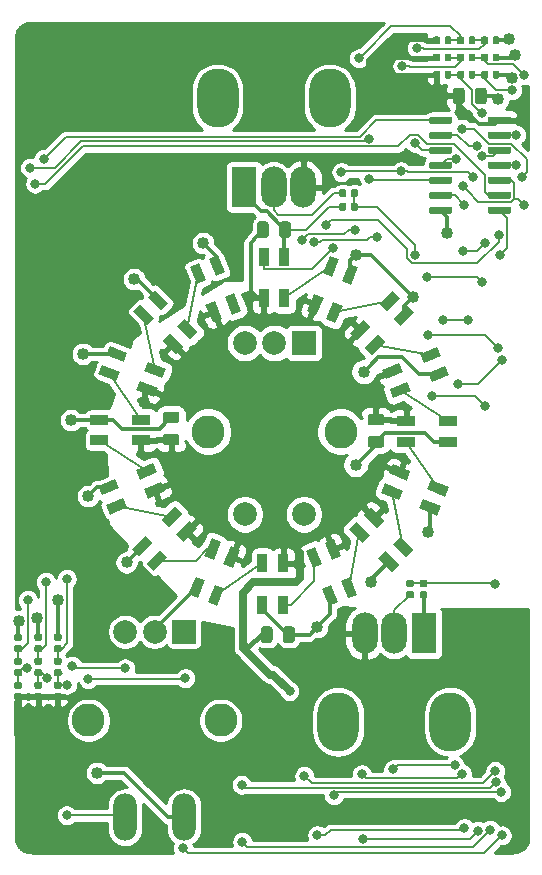
<source format=gbr>
G04 #@! TF.GenerationSoftware,KiCad,Pcbnew,(5.1.5-0-10_14)*
G04 #@! TF.CreationDate,2020-01-23T10:54:37-08:00*
G04 #@! TF.ProjectId,AndyCabinets,416e6479-4361-4626-996e-6574732e6b69,rev?*
G04 #@! TF.SameCoordinates,Original*
G04 #@! TF.FileFunction,Copper,L1,Top*
G04 #@! TF.FilePolarity,Positive*
%FSLAX46Y46*%
G04 Gerber Fmt 4.6, Leading zero omitted, Abs format (unit mm)*
G04 Created by KiCad (PCBNEW (5.1.5-0-10_14)) date 2020-01-23 10:54:37*
%MOMM*%
%LPD*%
G04 APERTURE LIST*
%ADD10O,2.000000X4.000000*%
%ADD11C,2.800000*%
%ADD12C,2.000000*%
%ADD13R,2.000000X2.000000*%
%ADD14C,0.050000*%
%ADD15R,2.150000X3.500000*%
%ADD16O,2.150000X3.500000*%
%ADD17O,3.500000X5.000000*%
%ADD18R,0.850000X1.600000*%
%ADD19R,1.600000X0.850000*%
%ADD20C,1.016000*%
%ADD21C,0.800000*%
%ADD22C,0.304800*%
%ADD23C,0.355600*%
%ADD24C,0.203200*%
%ADD25C,0.700000*%
%ADD26C,0.400000*%
%ADD27C,0.254000*%
G04 APERTURE END LIST*
D10*
X185185800Y-130665429D03*
X190185800Y-130665429D03*
D11*
X182085800Y-122465429D03*
X193285800Y-122465429D03*
D12*
X185185800Y-114965429D03*
X187685800Y-114965429D03*
D13*
X190185800Y-114965429D03*
G04 #@! TA.AperFunction,SMDPad,CuDef*
D14*
G36*
X201377957Y-88159505D02*
G01*
X200592659Y-87834224D01*
X201204953Y-86356017D01*
X201990251Y-86681298D01*
X201377957Y-88159505D01*
G37*
G04 #@! TD.AperFunction*
G04 #@! TA.AperFunction,SMDPad,CuDef*
G36*
X202994747Y-88829201D02*
G01*
X202209449Y-88503920D01*
X202821743Y-87025713D01*
X203607041Y-87350994D01*
X202994747Y-88829201D01*
G37*
G04 #@! TD.AperFunction*
G04 #@! TA.AperFunction,SMDPad,CuDef*
G36*
X202717349Y-84925927D02*
G01*
X201932051Y-84600646D01*
X202544345Y-83122439D01*
X203329643Y-83447720D01*
X202717349Y-84925927D01*
G37*
G04 #@! TD.AperFunction*
G04 #@! TA.AperFunction,SMDPad,CuDef*
G36*
X204334139Y-85595623D02*
G01*
X203548841Y-85270342D01*
X204161135Y-83792135D01*
X204946433Y-84117416D01*
X204334139Y-85595623D01*
G37*
G04 #@! TD.AperFunction*
G04 #@! TA.AperFunction,SMDPad,CuDef*
G36*
X193389797Y-88455660D02*
G01*
X192604499Y-88780941D01*
X191992205Y-87302734D01*
X192777503Y-86977453D01*
X193389797Y-88455660D01*
G37*
G04 #@! TD.AperFunction*
G04 #@! TA.AperFunction,SMDPad,CuDef*
G36*
X195006587Y-87785964D02*
G01*
X194221289Y-88111245D01*
X193608995Y-86633038D01*
X194394293Y-86307757D01*
X195006587Y-87785964D01*
G37*
G04 #@! TD.AperFunction*
G04 #@! TA.AperFunction,SMDPad,CuDef*
G36*
X192050405Y-85222082D02*
G01*
X191265107Y-85547363D01*
X190652813Y-84069156D01*
X191438111Y-83743875D01*
X192050405Y-85222082D01*
G37*
G04 #@! TD.AperFunction*
G04 #@! TA.AperFunction,SMDPad,CuDef*
G36*
X193667195Y-84552386D02*
G01*
X192881897Y-84877667D01*
X192269603Y-83399460D01*
X193054901Y-83074179D01*
X193667195Y-84552386D01*
G37*
G04 #@! TD.AperFunction*
G04 #@! TA.AperFunction,SMDPad,CuDef*
G36*
X204761358Y-77506310D02*
G01*
X204775676Y-77508434D01*
X204789717Y-77511951D01*
X204803346Y-77516828D01*
X204816431Y-77523017D01*
X204828847Y-77530458D01*
X204840473Y-77539081D01*
X204851198Y-77548802D01*
X204860919Y-77559527D01*
X204869542Y-77571153D01*
X204876983Y-77583569D01*
X204883172Y-77596654D01*
X204888049Y-77610283D01*
X204891566Y-77624324D01*
X204893690Y-77638642D01*
X204894400Y-77653100D01*
X204894400Y-77998100D01*
X204893690Y-78012558D01*
X204891566Y-78026876D01*
X204888049Y-78040917D01*
X204883172Y-78054546D01*
X204876983Y-78067631D01*
X204869542Y-78080047D01*
X204860919Y-78091673D01*
X204851198Y-78102398D01*
X204840473Y-78112119D01*
X204828847Y-78120742D01*
X204816431Y-78128183D01*
X204803346Y-78134372D01*
X204789717Y-78139249D01*
X204775676Y-78142766D01*
X204761358Y-78144890D01*
X204746900Y-78145600D01*
X204451900Y-78145600D01*
X204437442Y-78144890D01*
X204423124Y-78142766D01*
X204409083Y-78139249D01*
X204395454Y-78134372D01*
X204382369Y-78128183D01*
X204369953Y-78120742D01*
X204358327Y-78112119D01*
X204347602Y-78102398D01*
X204337881Y-78091673D01*
X204329258Y-78080047D01*
X204321817Y-78067631D01*
X204315628Y-78054546D01*
X204310751Y-78040917D01*
X204307234Y-78026876D01*
X204305110Y-78012558D01*
X204304400Y-77998100D01*
X204304400Y-77653100D01*
X204305110Y-77638642D01*
X204307234Y-77624324D01*
X204310751Y-77610283D01*
X204315628Y-77596654D01*
X204321817Y-77583569D01*
X204329258Y-77571153D01*
X204337881Y-77559527D01*
X204347602Y-77548802D01*
X204358327Y-77539081D01*
X204369953Y-77530458D01*
X204382369Y-77523017D01*
X204395454Y-77516828D01*
X204409083Y-77511951D01*
X204423124Y-77508434D01*
X204437442Y-77506310D01*
X204451900Y-77505600D01*
X204746900Y-77505600D01*
X204761358Y-77506310D01*
G37*
G04 #@! TD.AperFunction*
G04 #@! TA.AperFunction,SMDPad,CuDef*
G36*
X203791358Y-77506310D02*
G01*
X203805676Y-77508434D01*
X203819717Y-77511951D01*
X203833346Y-77516828D01*
X203846431Y-77523017D01*
X203858847Y-77530458D01*
X203870473Y-77539081D01*
X203881198Y-77548802D01*
X203890919Y-77559527D01*
X203899542Y-77571153D01*
X203906983Y-77583569D01*
X203913172Y-77596654D01*
X203918049Y-77610283D01*
X203921566Y-77624324D01*
X203923690Y-77638642D01*
X203924400Y-77653100D01*
X203924400Y-77998100D01*
X203923690Y-78012558D01*
X203921566Y-78026876D01*
X203918049Y-78040917D01*
X203913172Y-78054546D01*
X203906983Y-78067631D01*
X203899542Y-78080047D01*
X203890919Y-78091673D01*
X203881198Y-78102398D01*
X203870473Y-78112119D01*
X203858847Y-78120742D01*
X203846431Y-78128183D01*
X203833346Y-78134372D01*
X203819717Y-78139249D01*
X203805676Y-78142766D01*
X203791358Y-78144890D01*
X203776900Y-78145600D01*
X203481900Y-78145600D01*
X203467442Y-78144890D01*
X203453124Y-78142766D01*
X203439083Y-78139249D01*
X203425454Y-78134372D01*
X203412369Y-78128183D01*
X203399953Y-78120742D01*
X203388327Y-78112119D01*
X203377602Y-78102398D01*
X203367881Y-78091673D01*
X203359258Y-78080047D01*
X203351817Y-78067631D01*
X203345628Y-78054546D01*
X203340751Y-78040917D01*
X203337234Y-78026876D01*
X203335110Y-78012558D01*
X203334400Y-77998100D01*
X203334400Y-77653100D01*
X203335110Y-77638642D01*
X203337234Y-77624324D01*
X203340751Y-77610283D01*
X203345628Y-77596654D01*
X203351817Y-77583569D01*
X203359258Y-77571153D01*
X203367881Y-77559527D01*
X203377602Y-77548802D01*
X203388327Y-77539081D01*
X203399953Y-77530458D01*
X203412369Y-77523017D01*
X203425454Y-77516828D01*
X203439083Y-77511951D01*
X203453124Y-77508434D01*
X203467442Y-77506310D01*
X203481900Y-77505600D01*
X203776900Y-77505600D01*
X203791358Y-77506310D01*
G37*
G04 #@! TD.AperFunction*
G04 #@! TA.AperFunction,SMDPad,CuDef*
G36*
X209508358Y-110574310D02*
G01*
X209522676Y-110576434D01*
X209536717Y-110579951D01*
X209550346Y-110584828D01*
X209563431Y-110591017D01*
X209575847Y-110598458D01*
X209587473Y-110607081D01*
X209598198Y-110616802D01*
X209607919Y-110627527D01*
X209616542Y-110639153D01*
X209623983Y-110651569D01*
X209630172Y-110664654D01*
X209635049Y-110678283D01*
X209638566Y-110692324D01*
X209640690Y-110706642D01*
X209641400Y-110721100D01*
X209641400Y-111016100D01*
X209640690Y-111030558D01*
X209638566Y-111044876D01*
X209635049Y-111058917D01*
X209630172Y-111072546D01*
X209623983Y-111085631D01*
X209616542Y-111098047D01*
X209607919Y-111109673D01*
X209598198Y-111120398D01*
X209587473Y-111130119D01*
X209575847Y-111138742D01*
X209563431Y-111146183D01*
X209550346Y-111152372D01*
X209536717Y-111157249D01*
X209522676Y-111160766D01*
X209508358Y-111162890D01*
X209493900Y-111163600D01*
X209148900Y-111163600D01*
X209134442Y-111162890D01*
X209120124Y-111160766D01*
X209106083Y-111157249D01*
X209092454Y-111152372D01*
X209079369Y-111146183D01*
X209066953Y-111138742D01*
X209055327Y-111130119D01*
X209044602Y-111120398D01*
X209034881Y-111109673D01*
X209026258Y-111098047D01*
X209018817Y-111085631D01*
X209012628Y-111072546D01*
X209007751Y-111058917D01*
X209004234Y-111044876D01*
X209002110Y-111030558D01*
X209001400Y-111016100D01*
X209001400Y-110721100D01*
X209002110Y-110706642D01*
X209004234Y-110692324D01*
X209007751Y-110678283D01*
X209012628Y-110664654D01*
X209018817Y-110651569D01*
X209026258Y-110639153D01*
X209034881Y-110627527D01*
X209044602Y-110616802D01*
X209055327Y-110607081D01*
X209066953Y-110598458D01*
X209079369Y-110591017D01*
X209092454Y-110584828D01*
X209106083Y-110579951D01*
X209120124Y-110576434D01*
X209134442Y-110574310D01*
X209148900Y-110573600D01*
X209493900Y-110573600D01*
X209508358Y-110574310D01*
G37*
G04 #@! TD.AperFunction*
G04 #@! TA.AperFunction,SMDPad,CuDef*
G36*
X209508358Y-111544310D02*
G01*
X209522676Y-111546434D01*
X209536717Y-111549951D01*
X209550346Y-111554828D01*
X209563431Y-111561017D01*
X209575847Y-111568458D01*
X209587473Y-111577081D01*
X209598198Y-111586802D01*
X209607919Y-111597527D01*
X209616542Y-111609153D01*
X209623983Y-111621569D01*
X209630172Y-111634654D01*
X209635049Y-111648283D01*
X209638566Y-111662324D01*
X209640690Y-111676642D01*
X209641400Y-111691100D01*
X209641400Y-111986100D01*
X209640690Y-112000558D01*
X209638566Y-112014876D01*
X209635049Y-112028917D01*
X209630172Y-112042546D01*
X209623983Y-112055631D01*
X209616542Y-112068047D01*
X209607919Y-112079673D01*
X209598198Y-112090398D01*
X209587473Y-112100119D01*
X209575847Y-112108742D01*
X209563431Y-112116183D01*
X209550346Y-112122372D01*
X209536717Y-112127249D01*
X209522676Y-112130766D01*
X209508358Y-112132890D01*
X209493900Y-112133600D01*
X209148900Y-112133600D01*
X209134442Y-112132890D01*
X209120124Y-112130766D01*
X209106083Y-112127249D01*
X209092454Y-112122372D01*
X209079369Y-112116183D01*
X209066953Y-112108742D01*
X209055327Y-112100119D01*
X209044602Y-112090398D01*
X209034881Y-112079673D01*
X209026258Y-112068047D01*
X209018817Y-112055631D01*
X209012628Y-112042546D01*
X209007751Y-112028917D01*
X209004234Y-112014876D01*
X209002110Y-112000558D01*
X209001400Y-111986100D01*
X209001400Y-111691100D01*
X209002110Y-111676642D01*
X209004234Y-111662324D01*
X209007751Y-111648283D01*
X209012628Y-111634654D01*
X209018817Y-111621569D01*
X209026258Y-111609153D01*
X209034881Y-111597527D01*
X209044602Y-111586802D01*
X209055327Y-111577081D01*
X209066953Y-111568458D01*
X209079369Y-111561017D01*
X209092454Y-111554828D01*
X209106083Y-111549951D01*
X209120124Y-111546434D01*
X209134442Y-111544310D01*
X209148900Y-111543600D01*
X209493900Y-111543600D01*
X209508358Y-111544310D01*
G37*
G04 #@! TD.AperFunction*
G04 #@! TA.AperFunction,SMDPad,CuDef*
G36*
X203791358Y-78674710D02*
G01*
X203805676Y-78676834D01*
X203819717Y-78680351D01*
X203833346Y-78685228D01*
X203846431Y-78691417D01*
X203858847Y-78698858D01*
X203870473Y-78707481D01*
X203881198Y-78717202D01*
X203890919Y-78727927D01*
X203899542Y-78739553D01*
X203906983Y-78751969D01*
X203913172Y-78765054D01*
X203918049Y-78778683D01*
X203921566Y-78792724D01*
X203923690Y-78807042D01*
X203924400Y-78821500D01*
X203924400Y-79166500D01*
X203923690Y-79180958D01*
X203921566Y-79195276D01*
X203918049Y-79209317D01*
X203913172Y-79222946D01*
X203906983Y-79236031D01*
X203899542Y-79248447D01*
X203890919Y-79260073D01*
X203881198Y-79270798D01*
X203870473Y-79280519D01*
X203858847Y-79289142D01*
X203846431Y-79296583D01*
X203833346Y-79302772D01*
X203819717Y-79307649D01*
X203805676Y-79311166D01*
X203791358Y-79313290D01*
X203776900Y-79314000D01*
X203481900Y-79314000D01*
X203467442Y-79313290D01*
X203453124Y-79311166D01*
X203439083Y-79307649D01*
X203425454Y-79302772D01*
X203412369Y-79296583D01*
X203399953Y-79289142D01*
X203388327Y-79280519D01*
X203377602Y-79270798D01*
X203367881Y-79260073D01*
X203359258Y-79248447D01*
X203351817Y-79236031D01*
X203345628Y-79222946D01*
X203340751Y-79209317D01*
X203337234Y-79195276D01*
X203335110Y-79180958D01*
X203334400Y-79166500D01*
X203334400Y-78821500D01*
X203335110Y-78807042D01*
X203337234Y-78792724D01*
X203340751Y-78778683D01*
X203345628Y-78765054D01*
X203351817Y-78751969D01*
X203359258Y-78739553D01*
X203367881Y-78727927D01*
X203377602Y-78717202D01*
X203388327Y-78707481D01*
X203399953Y-78698858D01*
X203412369Y-78691417D01*
X203425454Y-78685228D01*
X203439083Y-78680351D01*
X203453124Y-78676834D01*
X203467442Y-78674710D01*
X203481900Y-78674000D01*
X203776900Y-78674000D01*
X203791358Y-78674710D01*
G37*
G04 #@! TD.AperFunction*
G04 #@! TA.AperFunction,SMDPad,CuDef*
G36*
X204761358Y-78674710D02*
G01*
X204775676Y-78676834D01*
X204789717Y-78680351D01*
X204803346Y-78685228D01*
X204816431Y-78691417D01*
X204828847Y-78698858D01*
X204840473Y-78707481D01*
X204851198Y-78717202D01*
X204860919Y-78727927D01*
X204869542Y-78739553D01*
X204876983Y-78751969D01*
X204883172Y-78765054D01*
X204888049Y-78778683D01*
X204891566Y-78792724D01*
X204893690Y-78807042D01*
X204894400Y-78821500D01*
X204894400Y-79166500D01*
X204893690Y-79180958D01*
X204891566Y-79195276D01*
X204888049Y-79209317D01*
X204883172Y-79222946D01*
X204876983Y-79236031D01*
X204869542Y-79248447D01*
X204860919Y-79260073D01*
X204851198Y-79270798D01*
X204840473Y-79280519D01*
X204828847Y-79289142D01*
X204816431Y-79296583D01*
X204803346Y-79302772D01*
X204789717Y-79307649D01*
X204775676Y-79311166D01*
X204761358Y-79313290D01*
X204746900Y-79314000D01*
X204451900Y-79314000D01*
X204437442Y-79313290D01*
X204423124Y-79311166D01*
X204409083Y-79307649D01*
X204395454Y-79302772D01*
X204382369Y-79296583D01*
X204369953Y-79289142D01*
X204358327Y-79280519D01*
X204347602Y-79270798D01*
X204337881Y-79260073D01*
X204329258Y-79248447D01*
X204321817Y-79236031D01*
X204315628Y-79222946D01*
X204310751Y-79209317D01*
X204307234Y-79195276D01*
X204305110Y-79180958D01*
X204304400Y-79166500D01*
X204304400Y-78821500D01*
X204305110Y-78807042D01*
X204307234Y-78792724D01*
X204310751Y-78778683D01*
X204315628Y-78765054D01*
X204321817Y-78751969D01*
X204329258Y-78739553D01*
X204337881Y-78727927D01*
X204347602Y-78717202D01*
X204358327Y-78707481D01*
X204369953Y-78698858D01*
X204382369Y-78691417D01*
X204395454Y-78685228D01*
X204409083Y-78680351D01*
X204423124Y-78676834D01*
X204437442Y-78674710D01*
X204451900Y-78674000D01*
X204746900Y-78674000D01*
X204761358Y-78674710D01*
G37*
G04 #@! TD.AperFunction*
G04 #@! TA.AperFunction,SMDPad,CuDef*
G36*
X210651358Y-111544310D02*
G01*
X210665676Y-111546434D01*
X210679717Y-111549951D01*
X210693346Y-111554828D01*
X210706431Y-111561017D01*
X210718847Y-111568458D01*
X210730473Y-111577081D01*
X210741198Y-111586802D01*
X210750919Y-111597527D01*
X210759542Y-111609153D01*
X210766983Y-111621569D01*
X210773172Y-111634654D01*
X210778049Y-111648283D01*
X210781566Y-111662324D01*
X210783690Y-111676642D01*
X210784400Y-111691100D01*
X210784400Y-111986100D01*
X210783690Y-112000558D01*
X210781566Y-112014876D01*
X210778049Y-112028917D01*
X210773172Y-112042546D01*
X210766983Y-112055631D01*
X210759542Y-112068047D01*
X210750919Y-112079673D01*
X210741198Y-112090398D01*
X210730473Y-112100119D01*
X210718847Y-112108742D01*
X210706431Y-112116183D01*
X210693346Y-112122372D01*
X210679717Y-112127249D01*
X210665676Y-112130766D01*
X210651358Y-112132890D01*
X210636900Y-112133600D01*
X210291900Y-112133600D01*
X210277442Y-112132890D01*
X210263124Y-112130766D01*
X210249083Y-112127249D01*
X210235454Y-112122372D01*
X210222369Y-112116183D01*
X210209953Y-112108742D01*
X210198327Y-112100119D01*
X210187602Y-112090398D01*
X210177881Y-112079673D01*
X210169258Y-112068047D01*
X210161817Y-112055631D01*
X210155628Y-112042546D01*
X210150751Y-112028917D01*
X210147234Y-112014876D01*
X210145110Y-112000558D01*
X210144400Y-111986100D01*
X210144400Y-111691100D01*
X210145110Y-111676642D01*
X210147234Y-111662324D01*
X210150751Y-111648283D01*
X210155628Y-111634654D01*
X210161817Y-111621569D01*
X210169258Y-111609153D01*
X210177881Y-111597527D01*
X210187602Y-111586802D01*
X210198327Y-111577081D01*
X210209953Y-111568458D01*
X210222369Y-111561017D01*
X210235454Y-111554828D01*
X210249083Y-111549951D01*
X210263124Y-111546434D01*
X210277442Y-111544310D01*
X210291900Y-111543600D01*
X210636900Y-111543600D01*
X210651358Y-111544310D01*
G37*
G04 #@! TD.AperFunction*
G04 #@! TA.AperFunction,SMDPad,CuDef*
G36*
X210651358Y-110574310D02*
G01*
X210665676Y-110576434D01*
X210679717Y-110579951D01*
X210693346Y-110584828D01*
X210706431Y-110591017D01*
X210718847Y-110598458D01*
X210730473Y-110607081D01*
X210741198Y-110616802D01*
X210750919Y-110627527D01*
X210759542Y-110639153D01*
X210766983Y-110651569D01*
X210773172Y-110664654D01*
X210778049Y-110678283D01*
X210781566Y-110692324D01*
X210783690Y-110706642D01*
X210784400Y-110721100D01*
X210784400Y-111016100D01*
X210783690Y-111030558D01*
X210781566Y-111044876D01*
X210778049Y-111058917D01*
X210773172Y-111072546D01*
X210766983Y-111085631D01*
X210759542Y-111098047D01*
X210750919Y-111109673D01*
X210741198Y-111120398D01*
X210730473Y-111130119D01*
X210718847Y-111138742D01*
X210706431Y-111146183D01*
X210693346Y-111152372D01*
X210679717Y-111157249D01*
X210665676Y-111160766D01*
X210651358Y-111162890D01*
X210636900Y-111163600D01*
X210291900Y-111163600D01*
X210277442Y-111162890D01*
X210263124Y-111160766D01*
X210249083Y-111157249D01*
X210235454Y-111152372D01*
X210222369Y-111146183D01*
X210209953Y-111138742D01*
X210198327Y-111130119D01*
X210187602Y-111120398D01*
X210177881Y-111109673D01*
X210169258Y-111098047D01*
X210161817Y-111085631D01*
X210155628Y-111072546D01*
X210150751Y-111058917D01*
X210147234Y-111044876D01*
X210145110Y-111030558D01*
X210144400Y-111016100D01*
X210144400Y-110721100D01*
X210145110Y-110706642D01*
X210147234Y-110692324D01*
X210150751Y-110678283D01*
X210155628Y-110664654D01*
X210161817Y-110651569D01*
X210169258Y-110639153D01*
X210177881Y-110627527D01*
X210187602Y-110616802D01*
X210198327Y-110607081D01*
X210209953Y-110598458D01*
X210222369Y-110591017D01*
X210235454Y-110584828D01*
X210249083Y-110579951D01*
X210263124Y-110576434D01*
X210277442Y-110574310D01*
X210291900Y-110573600D01*
X210636900Y-110573600D01*
X210651358Y-110574310D01*
G37*
G04 #@! TD.AperFunction*
G04 #@! TA.AperFunction,SMDPad,CuDef*
G36*
X215581142Y-68897174D02*
G01*
X215604803Y-68900684D01*
X215628007Y-68906496D01*
X215650529Y-68914554D01*
X215672153Y-68924782D01*
X215692670Y-68937079D01*
X215711883Y-68951329D01*
X215729607Y-68967393D01*
X215745671Y-68985117D01*
X215759921Y-69004330D01*
X215772218Y-69024847D01*
X215782446Y-69046471D01*
X215790504Y-69068993D01*
X215796316Y-69092197D01*
X215799826Y-69115858D01*
X215801000Y-69139750D01*
X215801000Y-70052250D01*
X215799826Y-70076142D01*
X215796316Y-70099803D01*
X215790504Y-70123007D01*
X215782446Y-70145529D01*
X215772218Y-70167153D01*
X215759921Y-70187670D01*
X215745671Y-70206883D01*
X215729607Y-70224607D01*
X215711883Y-70240671D01*
X215692670Y-70254921D01*
X215672153Y-70267218D01*
X215650529Y-70277446D01*
X215628007Y-70285504D01*
X215604803Y-70291316D01*
X215581142Y-70294826D01*
X215557250Y-70296000D01*
X215069750Y-70296000D01*
X215045858Y-70294826D01*
X215022197Y-70291316D01*
X214998993Y-70285504D01*
X214976471Y-70277446D01*
X214954847Y-70267218D01*
X214934330Y-70254921D01*
X214915117Y-70240671D01*
X214897393Y-70224607D01*
X214881329Y-70206883D01*
X214867079Y-70187670D01*
X214854782Y-70167153D01*
X214844554Y-70145529D01*
X214836496Y-70123007D01*
X214830684Y-70099803D01*
X214827174Y-70076142D01*
X214826000Y-70052250D01*
X214826000Y-69139750D01*
X214827174Y-69115858D01*
X214830684Y-69092197D01*
X214836496Y-69068993D01*
X214844554Y-69046471D01*
X214854782Y-69024847D01*
X214867079Y-69004330D01*
X214881329Y-68985117D01*
X214897393Y-68967393D01*
X214915117Y-68951329D01*
X214934330Y-68937079D01*
X214954847Y-68924782D01*
X214976471Y-68914554D01*
X214998993Y-68906496D01*
X215022197Y-68900684D01*
X215045858Y-68897174D01*
X215069750Y-68896000D01*
X215557250Y-68896000D01*
X215581142Y-68897174D01*
G37*
G04 #@! TD.AperFunction*
G04 #@! TA.AperFunction,SMDPad,CuDef*
G36*
X213706142Y-68897174D02*
G01*
X213729803Y-68900684D01*
X213753007Y-68906496D01*
X213775529Y-68914554D01*
X213797153Y-68924782D01*
X213817670Y-68937079D01*
X213836883Y-68951329D01*
X213854607Y-68967393D01*
X213870671Y-68985117D01*
X213884921Y-69004330D01*
X213897218Y-69024847D01*
X213907446Y-69046471D01*
X213915504Y-69068993D01*
X213921316Y-69092197D01*
X213924826Y-69115858D01*
X213926000Y-69139750D01*
X213926000Y-70052250D01*
X213924826Y-70076142D01*
X213921316Y-70099803D01*
X213915504Y-70123007D01*
X213907446Y-70145529D01*
X213897218Y-70167153D01*
X213884921Y-70187670D01*
X213870671Y-70206883D01*
X213854607Y-70224607D01*
X213836883Y-70240671D01*
X213817670Y-70254921D01*
X213797153Y-70267218D01*
X213775529Y-70277446D01*
X213753007Y-70285504D01*
X213729803Y-70291316D01*
X213706142Y-70294826D01*
X213682250Y-70296000D01*
X213194750Y-70296000D01*
X213170858Y-70294826D01*
X213147197Y-70291316D01*
X213123993Y-70285504D01*
X213101471Y-70277446D01*
X213079847Y-70267218D01*
X213059330Y-70254921D01*
X213040117Y-70240671D01*
X213022393Y-70224607D01*
X213006329Y-70206883D01*
X212992079Y-70187670D01*
X212979782Y-70167153D01*
X212969554Y-70145529D01*
X212961496Y-70123007D01*
X212955684Y-70099803D01*
X212952174Y-70076142D01*
X212951000Y-70052250D01*
X212951000Y-69139750D01*
X212952174Y-69115858D01*
X212955684Y-69092197D01*
X212961496Y-69068993D01*
X212969554Y-69046471D01*
X212979782Y-69024847D01*
X212992079Y-69004330D01*
X213006329Y-68985117D01*
X213022393Y-68967393D01*
X213040117Y-68951329D01*
X213059330Y-68937079D01*
X213079847Y-68924782D01*
X213101471Y-68914554D01*
X213123993Y-68906496D01*
X213147197Y-68900684D01*
X213170858Y-68897174D01*
X213194750Y-68896000D01*
X213682250Y-68896000D01*
X213706142Y-68897174D01*
G37*
G04 #@! TD.AperFunction*
D15*
X210473800Y-115092429D03*
D16*
X207973800Y-115092429D03*
X205473800Y-115092429D03*
D17*
X212723800Y-122592429D03*
X203223800Y-122592429D03*
D15*
X195265800Y-77317600D03*
D16*
X197765800Y-77317600D03*
X200265800Y-77317600D03*
D17*
X193015800Y-69817600D03*
X202515800Y-69817600D03*
G04 #@! TA.AperFunction,SMDPad,CuDef*
D14*
G36*
X217710690Y-71355336D02*
G01*
X217725251Y-71357496D01*
X217739530Y-71361073D01*
X217753390Y-71366032D01*
X217766697Y-71372326D01*
X217779323Y-71379894D01*
X217791146Y-71388662D01*
X217802053Y-71398548D01*
X217811939Y-71409455D01*
X217820707Y-71421278D01*
X217828275Y-71433904D01*
X217834569Y-71447211D01*
X217839528Y-71461071D01*
X217843105Y-71475350D01*
X217845265Y-71489911D01*
X217845987Y-71504614D01*
X217845987Y-71804614D01*
X217845265Y-71819317D01*
X217843105Y-71833878D01*
X217839528Y-71848157D01*
X217834569Y-71862017D01*
X217828275Y-71875324D01*
X217820707Y-71887950D01*
X217811939Y-71899773D01*
X217802053Y-71910680D01*
X217791146Y-71920566D01*
X217779323Y-71929334D01*
X217766697Y-71936902D01*
X217753390Y-71943196D01*
X217739530Y-71948155D01*
X217725251Y-71951732D01*
X217710690Y-71953892D01*
X217695987Y-71954614D01*
X216045987Y-71954614D01*
X216031284Y-71953892D01*
X216016723Y-71951732D01*
X216002444Y-71948155D01*
X215988584Y-71943196D01*
X215975277Y-71936902D01*
X215962651Y-71929334D01*
X215950828Y-71920566D01*
X215939921Y-71910680D01*
X215930035Y-71899773D01*
X215921267Y-71887950D01*
X215913699Y-71875324D01*
X215907405Y-71862017D01*
X215902446Y-71848157D01*
X215898869Y-71833878D01*
X215896709Y-71819317D01*
X215895987Y-71804614D01*
X215895987Y-71504614D01*
X215896709Y-71489911D01*
X215898869Y-71475350D01*
X215902446Y-71461071D01*
X215907405Y-71447211D01*
X215913699Y-71433904D01*
X215921267Y-71421278D01*
X215930035Y-71409455D01*
X215939921Y-71398548D01*
X215950828Y-71388662D01*
X215962651Y-71379894D01*
X215975277Y-71372326D01*
X215988584Y-71366032D01*
X216002444Y-71361073D01*
X216016723Y-71357496D01*
X216031284Y-71355336D01*
X216045987Y-71354614D01*
X217695987Y-71354614D01*
X217710690Y-71355336D01*
G37*
G04 #@! TD.AperFunction*
G04 #@! TA.AperFunction,SMDPad,CuDef*
G36*
X217710690Y-72625336D02*
G01*
X217725251Y-72627496D01*
X217739530Y-72631073D01*
X217753390Y-72636032D01*
X217766697Y-72642326D01*
X217779323Y-72649894D01*
X217791146Y-72658662D01*
X217802053Y-72668548D01*
X217811939Y-72679455D01*
X217820707Y-72691278D01*
X217828275Y-72703904D01*
X217834569Y-72717211D01*
X217839528Y-72731071D01*
X217843105Y-72745350D01*
X217845265Y-72759911D01*
X217845987Y-72774614D01*
X217845987Y-73074614D01*
X217845265Y-73089317D01*
X217843105Y-73103878D01*
X217839528Y-73118157D01*
X217834569Y-73132017D01*
X217828275Y-73145324D01*
X217820707Y-73157950D01*
X217811939Y-73169773D01*
X217802053Y-73180680D01*
X217791146Y-73190566D01*
X217779323Y-73199334D01*
X217766697Y-73206902D01*
X217753390Y-73213196D01*
X217739530Y-73218155D01*
X217725251Y-73221732D01*
X217710690Y-73223892D01*
X217695987Y-73224614D01*
X216045987Y-73224614D01*
X216031284Y-73223892D01*
X216016723Y-73221732D01*
X216002444Y-73218155D01*
X215988584Y-73213196D01*
X215975277Y-73206902D01*
X215962651Y-73199334D01*
X215950828Y-73190566D01*
X215939921Y-73180680D01*
X215930035Y-73169773D01*
X215921267Y-73157950D01*
X215913699Y-73145324D01*
X215907405Y-73132017D01*
X215902446Y-73118157D01*
X215898869Y-73103878D01*
X215896709Y-73089317D01*
X215895987Y-73074614D01*
X215895987Y-72774614D01*
X215896709Y-72759911D01*
X215898869Y-72745350D01*
X215902446Y-72731071D01*
X215907405Y-72717211D01*
X215913699Y-72703904D01*
X215921267Y-72691278D01*
X215930035Y-72679455D01*
X215939921Y-72668548D01*
X215950828Y-72658662D01*
X215962651Y-72649894D01*
X215975277Y-72642326D01*
X215988584Y-72636032D01*
X216002444Y-72631073D01*
X216016723Y-72627496D01*
X216031284Y-72625336D01*
X216045987Y-72624614D01*
X217695987Y-72624614D01*
X217710690Y-72625336D01*
G37*
G04 #@! TD.AperFunction*
G04 #@! TA.AperFunction,SMDPad,CuDef*
G36*
X217710690Y-73895336D02*
G01*
X217725251Y-73897496D01*
X217739530Y-73901073D01*
X217753390Y-73906032D01*
X217766697Y-73912326D01*
X217779323Y-73919894D01*
X217791146Y-73928662D01*
X217802053Y-73938548D01*
X217811939Y-73949455D01*
X217820707Y-73961278D01*
X217828275Y-73973904D01*
X217834569Y-73987211D01*
X217839528Y-74001071D01*
X217843105Y-74015350D01*
X217845265Y-74029911D01*
X217845987Y-74044614D01*
X217845987Y-74344614D01*
X217845265Y-74359317D01*
X217843105Y-74373878D01*
X217839528Y-74388157D01*
X217834569Y-74402017D01*
X217828275Y-74415324D01*
X217820707Y-74427950D01*
X217811939Y-74439773D01*
X217802053Y-74450680D01*
X217791146Y-74460566D01*
X217779323Y-74469334D01*
X217766697Y-74476902D01*
X217753390Y-74483196D01*
X217739530Y-74488155D01*
X217725251Y-74491732D01*
X217710690Y-74493892D01*
X217695987Y-74494614D01*
X216045987Y-74494614D01*
X216031284Y-74493892D01*
X216016723Y-74491732D01*
X216002444Y-74488155D01*
X215988584Y-74483196D01*
X215975277Y-74476902D01*
X215962651Y-74469334D01*
X215950828Y-74460566D01*
X215939921Y-74450680D01*
X215930035Y-74439773D01*
X215921267Y-74427950D01*
X215913699Y-74415324D01*
X215907405Y-74402017D01*
X215902446Y-74388157D01*
X215898869Y-74373878D01*
X215896709Y-74359317D01*
X215895987Y-74344614D01*
X215895987Y-74044614D01*
X215896709Y-74029911D01*
X215898869Y-74015350D01*
X215902446Y-74001071D01*
X215907405Y-73987211D01*
X215913699Y-73973904D01*
X215921267Y-73961278D01*
X215930035Y-73949455D01*
X215939921Y-73938548D01*
X215950828Y-73928662D01*
X215962651Y-73919894D01*
X215975277Y-73912326D01*
X215988584Y-73906032D01*
X216002444Y-73901073D01*
X216016723Y-73897496D01*
X216031284Y-73895336D01*
X216045987Y-73894614D01*
X217695987Y-73894614D01*
X217710690Y-73895336D01*
G37*
G04 #@! TD.AperFunction*
G04 #@! TA.AperFunction,SMDPad,CuDef*
G36*
X217710690Y-75165336D02*
G01*
X217725251Y-75167496D01*
X217739530Y-75171073D01*
X217753390Y-75176032D01*
X217766697Y-75182326D01*
X217779323Y-75189894D01*
X217791146Y-75198662D01*
X217802053Y-75208548D01*
X217811939Y-75219455D01*
X217820707Y-75231278D01*
X217828275Y-75243904D01*
X217834569Y-75257211D01*
X217839528Y-75271071D01*
X217843105Y-75285350D01*
X217845265Y-75299911D01*
X217845987Y-75314614D01*
X217845987Y-75614614D01*
X217845265Y-75629317D01*
X217843105Y-75643878D01*
X217839528Y-75658157D01*
X217834569Y-75672017D01*
X217828275Y-75685324D01*
X217820707Y-75697950D01*
X217811939Y-75709773D01*
X217802053Y-75720680D01*
X217791146Y-75730566D01*
X217779323Y-75739334D01*
X217766697Y-75746902D01*
X217753390Y-75753196D01*
X217739530Y-75758155D01*
X217725251Y-75761732D01*
X217710690Y-75763892D01*
X217695987Y-75764614D01*
X216045987Y-75764614D01*
X216031284Y-75763892D01*
X216016723Y-75761732D01*
X216002444Y-75758155D01*
X215988584Y-75753196D01*
X215975277Y-75746902D01*
X215962651Y-75739334D01*
X215950828Y-75730566D01*
X215939921Y-75720680D01*
X215930035Y-75709773D01*
X215921267Y-75697950D01*
X215913699Y-75685324D01*
X215907405Y-75672017D01*
X215902446Y-75658157D01*
X215898869Y-75643878D01*
X215896709Y-75629317D01*
X215895987Y-75614614D01*
X215895987Y-75314614D01*
X215896709Y-75299911D01*
X215898869Y-75285350D01*
X215902446Y-75271071D01*
X215907405Y-75257211D01*
X215913699Y-75243904D01*
X215921267Y-75231278D01*
X215930035Y-75219455D01*
X215939921Y-75208548D01*
X215950828Y-75198662D01*
X215962651Y-75189894D01*
X215975277Y-75182326D01*
X215988584Y-75176032D01*
X216002444Y-75171073D01*
X216016723Y-75167496D01*
X216031284Y-75165336D01*
X216045987Y-75164614D01*
X217695987Y-75164614D01*
X217710690Y-75165336D01*
G37*
G04 #@! TD.AperFunction*
G04 #@! TA.AperFunction,SMDPad,CuDef*
G36*
X217710690Y-76435336D02*
G01*
X217725251Y-76437496D01*
X217739530Y-76441073D01*
X217753390Y-76446032D01*
X217766697Y-76452326D01*
X217779323Y-76459894D01*
X217791146Y-76468662D01*
X217802053Y-76478548D01*
X217811939Y-76489455D01*
X217820707Y-76501278D01*
X217828275Y-76513904D01*
X217834569Y-76527211D01*
X217839528Y-76541071D01*
X217843105Y-76555350D01*
X217845265Y-76569911D01*
X217845987Y-76584614D01*
X217845987Y-76884614D01*
X217845265Y-76899317D01*
X217843105Y-76913878D01*
X217839528Y-76928157D01*
X217834569Y-76942017D01*
X217828275Y-76955324D01*
X217820707Y-76967950D01*
X217811939Y-76979773D01*
X217802053Y-76990680D01*
X217791146Y-77000566D01*
X217779323Y-77009334D01*
X217766697Y-77016902D01*
X217753390Y-77023196D01*
X217739530Y-77028155D01*
X217725251Y-77031732D01*
X217710690Y-77033892D01*
X217695987Y-77034614D01*
X216045987Y-77034614D01*
X216031284Y-77033892D01*
X216016723Y-77031732D01*
X216002444Y-77028155D01*
X215988584Y-77023196D01*
X215975277Y-77016902D01*
X215962651Y-77009334D01*
X215950828Y-77000566D01*
X215939921Y-76990680D01*
X215930035Y-76979773D01*
X215921267Y-76967950D01*
X215913699Y-76955324D01*
X215907405Y-76942017D01*
X215902446Y-76928157D01*
X215898869Y-76913878D01*
X215896709Y-76899317D01*
X215895987Y-76884614D01*
X215895987Y-76584614D01*
X215896709Y-76569911D01*
X215898869Y-76555350D01*
X215902446Y-76541071D01*
X215907405Y-76527211D01*
X215913699Y-76513904D01*
X215921267Y-76501278D01*
X215930035Y-76489455D01*
X215939921Y-76478548D01*
X215950828Y-76468662D01*
X215962651Y-76459894D01*
X215975277Y-76452326D01*
X215988584Y-76446032D01*
X216002444Y-76441073D01*
X216016723Y-76437496D01*
X216031284Y-76435336D01*
X216045987Y-76434614D01*
X217695987Y-76434614D01*
X217710690Y-76435336D01*
G37*
G04 #@! TD.AperFunction*
G04 #@! TA.AperFunction,SMDPad,CuDef*
G36*
X217710690Y-77705336D02*
G01*
X217725251Y-77707496D01*
X217739530Y-77711073D01*
X217753390Y-77716032D01*
X217766697Y-77722326D01*
X217779323Y-77729894D01*
X217791146Y-77738662D01*
X217802053Y-77748548D01*
X217811939Y-77759455D01*
X217820707Y-77771278D01*
X217828275Y-77783904D01*
X217834569Y-77797211D01*
X217839528Y-77811071D01*
X217843105Y-77825350D01*
X217845265Y-77839911D01*
X217845987Y-77854614D01*
X217845987Y-78154614D01*
X217845265Y-78169317D01*
X217843105Y-78183878D01*
X217839528Y-78198157D01*
X217834569Y-78212017D01*
X217828275Y-78225324D01*
X217820707Y-78237950D01*
X217811939Y-78249773D01*
X217802053Y-78260680D01*
X217791146Y-78270566D01*
X217779323Y-78279334D01*
X217766697Y-78286902D01*
X217753390Y-78293196D01*
X217739530Y-78298155D01*
X217725251Y-78301732D01*
X217710690Y-78303892D01*
X217695987Y-78304614D01*
X216045987Y-78304614D01*
X216031284Y-78303892D01*
X216016723Y-78301732D01*
X216002444Y-78298155D01*
X215988584Y-78293196D01*
X215975277Y-78286902D01*
X215962651Y-78279334D01*
X215950828Y-78270566D01*
X215939921Y-78260680D01*
X215930035Y-78249773D01*
X215921267Y-78237950D01*
X215913699Y-78225324D01*
X215907405Y-78212017D01*
X215902446Y-78198157D01*
X215898869Y-78183878D01*
X215896709Y-78169317D01*
X215895987Y-78154614D01*
X215895987Y-77854614D01*
X215896709Y-77839911D01*
X215898869Y-77825350D01*
X215902446Y-77811071D01*
X215907405Y-77797211D01*
X215913699Y-77783904D01*
X215921267Y-77771278D01*
X215930035Y-77759455D01*
X215939921Y-77748548D01*
X215950828Y-77738662D01*
X215962651Y-77729894D01*
X215975277Y-77722326D01*
X215988584Y-77716032D01*
X216002444Y-77711073D01*
X216016723Y-77707496D01*
X216031284Y-77705336D01*
X216045987Y-77704614D01*
X217695987Y-77704614D01*
X217710690Y-77705336D01*
G37*
G04 #@! TD.AperFunction*
G04 #@! TA.AperFunction,SMDPad,CuDef*
G36*
X217710690Y-78975336D02*
G01*
X217725251Y-78977496D01*
X217739530Y-78981073D01*
X217753390Y-78986032D01*
X217766697Y-78992326D01*
X217779323Y-78999894D01*
X217791146Y-79008662D01*
X217802053Y-79018548D01*
X217811939Y-79029455D01*
X217820707Y-79041278D01*
X217828275Y-79053904D01*
X217834569Y-79067211D01*
X217839528Y-79081071D01*
X217843105Y-79095350D01*
X217845265Y-79109911D01*
X217845987Y-79124614D01*
X217845987Y-79424614D01*
X217845265Y-79439317D01*
X217843105Y-79453878D01*
X217839528Y-79468157D01*
X217834569Y-79482017D01*
X217828275Y-79495324D01*
X217820707Y-79507950D01*
X217811939Y-79519773D01*
X217802053Y-79530680D01*
X217791146Y-79540566D01*
X217779323Y-79549334D01*
X217766697Y-79556902D01*
X217753390Y-79563196D01*
X217739530Y-79568155D01*
X217725251Y-79571732D01*
X217710690Y-79573892D01*
X217695987Y-79574614D01*
X216045987Y-79574614D01*
X216031284Y-79573892D01*
X216016723Y-79571732D01*
X216002444Y-79568155D01*
X215988584Y-79563196D01*
X215975277Y-79556902D01*
X215962651Y-79549334D01*
X215950828Y-79540566D01*
X215939921Y-79530680D01*
X215930035Y-79519773D01*
X215921267Y-79507950D01*
X215913699Y-79495324D01*
X215907405Y-79482017D01*
X215902446Y-79468157D01*
X215898869Y-79453878D01*
X215896709Y-79439317D01*
X215895987Y-79424614D01*
X215895987Y-79124614D01*
X215896709Y-79109911D01*
X215898869Y-79095350D01*
X215902446Y-79081071D01*
X215907405Y-79067211D01*
X215913699Y-79053904D01*
X215921267Y-79041278D01*
X215930035Y-79029455D01*
X215939921Y-79018548D01*
X215950828Y-79008662D01*
X215962651Y-78999894D01*
X215975277Y-78992326D01*
X215988584Y-78986032D01*
X216002444Y-78981073D01*
X216016723Y-78977496D01*
X216031284Y-78975336D01*
X216045987Y-78974614D01*
X217695987Y-78974614D01*
X217710690Y-78975336D01*
G37*
G04 #@! TD.AperFunction*
G04 #@! TA.AperFunction,SMDPad,CuDef*
G36*
X212760690Y-78975336D02*
G01*
X212775251Y-78977496D01*
X212789530Y-78981073D01*
X212803390Y-78986032D01*
X212816697Y-78992326D01*
X212829323Y-78999894D01*
X212841146Y-79008662D01*
X212852053Y-79018548D01*
X212861939Y-79029455D01*
X212870707Y-79041278D01*
X212878275Y-79053904D01*
X212884569Y-79067211D01*
X212889528Y-79081071D01*
X212893105Y-79095350D01*
X212895265Y-79109911D01*
X212895987Y-79124614D01*
X212895987Y-79424614D01*
X212895265Y-79439317D01*
X212893105Y-79453878D01*
X212889528Y-79468157D01*
X212884569Y-79482017D01*
X212878275Y-79495324D01*
X212870707Y-79507950D01*
X212861939Y-79519773D01*
X212852053Y-79530680D01*
X212841146Y-79540566D01*
X212829323Y-79549334D01*
X212816697Y-79556902D01*
X212803390Y-79563196D01*
X212789530Y-79568155D01*
X212775251Y-79571732D01*
X212760690Y-79573892D01*
X212745987Y-79574614D01*
X211095987Y-79574614D01*
X211081284Y-79573892D01*
X211066723Y-79571732D01*
X211052444Y-79568155D01*
X211038584Y-79563196D01*
X211025277Y-79556902D01*
X211012651Y-79549334D01*
X211000828Y-79540566D01*
X210989921Y-79530680D01*
X210980035Y-79519773D01*
X210971267Y-79507950D01*
X210963699Y-79495324D01*
X210957405Y-79482017D01*
X210952446Y-79468157D01*
X210948869Y-79453878D01*
X210946709Y-79439317D01*
X210945987Y-79424614D01*
X210945987Y-79124614D01*
X210946709Y-79109911D01*
X210948869Y-79095350D01*
X210952446Y-79081071D01*
X210957405Y-79067211D01*
X210963699Y-79053904D01*
X210971267Y-79041278D01*
X210980035Y-79029455D01*
X210989921Y-79018548D01*
X211000828Y-79008662D01*
X211012651Y-78999894D01*
X211025277Y-78992326D01*
X211038584Y-78986032D01*
X211052444Y-78981073D01*
X211066723Y-78977496D01*
X211081284Y-78975336D01*
X211095987Y-78974614D01*
X212745987Y-78974614D01*
X212760690Y-78975336D01*
G37*
G04 #@! TD.AperFunction*
G04 #@! TA.AperFunction,SMDPad,CuDef*
G36*
X212760690Y-77705336D02*
G01*
X212775251Y-77707496D01*
X212789530Y-77711073D01*
X212803390Y-77716032D01*
X212816697Y-77722326D01*
X212829323Y-77729894D01*
X212841146Y-77738662D01*
X212852053Y-77748548D01*
X212861939Y-77759455D01*
X212870707Y-77771278D01*
X212878275Y-77783904D01*
X212884569Y-77797211D01*
X212889528Y-77811071D01*
X212893105Y-77825350D01*
X212895265Y-77839911D01*
X212895987Y-77854614D01*
X212895987Y-78154614D01*
X212895265Y-78169317D01*
X212893105Y-78183878D01*
X212889528Y-78198157D01*
X212884569Y-78212017D01*
X212878275Y-78225324D01*
X212870707Y-78237950D01*
X212861939Y-78249773D01*
X212852053Y-78260680D01*
X212841146Y-78270566D01*
X212829323Y-78279334D01*
X212816697Y-78286902D01*
X212803390Y-78293196D01*
X212789530Y-78298155D01*
X212775251Y-78301732D01*
X212760690Y-78303892D01*
X212745987Y-78304614D01*
X211095987Y-78304614D01*
X211081284Y-78303892D01*
X211066723Y-78301732D01*
X211052444Y-78298155D01*
X211038584Y-78293196D01*
X211025277Y-78286902D01*
X211012651Y-78279334D01*
X211000828Y-78270566D01*
X210989921Y-78260680D01*
X210980035Y-78249773D01*
X210971267Y-78237950D01*
X210963699Y-78225324D01*
X210957405Y-78212017D01*
X210952446Y-78198157D01*
X210948869Y-78183878D01*
X210946709Y-78169317D01*
X210945987Y-78154614D01*
X210945987Y-77854614D01*
X210946709Y-77839911D01*
X210948869Y-77825350D01*
X210952446Y-77811071D01*
X210957405Y-77797211D01*
X210963699Y-77783904D01*
X210971267Y-77771278D01*
X210980035Y-77759455D01*
X210989921Y-77748548D01*
X211000828Y-77738662D01*
X211012651Y-77729894D01*
X211025277Y-77722326D01*
X211038584Y-77716032D01*
X211052444Y-77711073D01*
X211066723Y-77707496D01*
X211081284Y-77705336D01*
X211095987Y-77704614D01*
X212745987Y-77704614D01*
X212760690Y-77705336D01*
G37*
G04 #@! TD.AperFunction*
G04 #@! TA.AperFunction,SMDPad,CuDef*
G36*
X212760690Y-76435336D02*
G01*
X212775251Y-76437496D01*
X212789530Y-76441073D01*
X212803390Y-76446032D01*
X212816697Y-76452326D01*
X212829323Y-76459894D01*
X212841146Y-76468662D01*
X212852053Y-76478548D01*
X212861939Y-76489455D01*
X212870707Y-76501278D01*
X212878275Y-76513904D01*
X212884569Y-76527211D01*
X212889528Y-76541071D01*
X212893105Y-76555350D01*
X212895265Y-76569911D01*
X212895987Y-76584614D01*
X212895987Y-76884614D01*
X212895265Y-76899317D01*
X212893105Y-76913878D01*
X212889528Y-76928157D01*
X212884569Y-76942017D01*
X212878275Y-76955324D01*
X212870707Y-76967950D01*
X212861939Y-76979773D01*
X212852053Y-76990680D01*
X212841146Y-77000566D01*
X212829323Y-77009334D01*
X212816697Y-77016902D01*
X212803390Y-77023196D01*
X212789530Y-77028155D01*
X212775251Y-77031732D01*
X212760690Y-77033892D01*
X212745987Y-77034614D01*
X211095987Y-77034614D01*
X211081284Y-77033892D01*
X211066723Y-77031732D01*
X211052444Y-77028155D01*
X211038584Y-77023196D01*
X211025277Y-77016902D01*
X211012651Y-77009334D01*
X211000828Y-77000566D01*
X210989921Y-76990680D01*
X210980035Y-76979773D01*
X210971267Y-76967950D01*
X210963699Y-76955324D01*
X210957405Y-76942017D01*
X210952446Y-76928157D01*
X210948869Y-76913878D01*
X210946709Y-76899317D01*
X210945987Y-76884614D01*
X210945987Y-76584614D01*
X210946709Y-76569911D01*
X210948869Y-76555350D01*
X210952446Y-76541071D01*
X210957405Y-76527211D01*
X210963699Y-76513904D01*
X210971267Y-76501278D01*
X210980035Y-76489455D01*
X210989921Y-76478548D01*
X211000828Y-76468662D01*
X211012651Y-76459894D01*
X211025277Y-76452326D01*
X211038584Y-76446032D01*
X211052444Y-76441073D01*
X211066723Y-76437496D01*
X211081284Y-76435336D01*
X211095987Y-76434614D01*
X212745987Y-76434614D01*
X212760690Y-76435336D01*
G37*
G04 #@! TD.AperFunction*
G04 #@! TA.AperFunction,SMDPad,CuDef*
G36*
X212760690Y-75165336D02*
G01*
X212775251Y-75167496D01*
X212789530Y-75171073D01*
X212803390Y-75176032D01*
X212816697Y-75182326D01*
X212829323Y-75189894D01*
X212841146Y-75198662D01*
X212852053Y-75208548D01*
X212861939Y-75219455D01*
X212870707Y-75231278D01*
X212878275Y-75243904D01*
X212884569Y-75257211D01*
X212889528Y-75271071D01*
X212893105Y-75285350D01*
X212895265Y-75299911D01*
X212895987Y-75314614D01*
X212895987Y-75614614D01*
X212895265Y-75629317D01*
X212893105Y-75643878D01*
X212889528Y-75658157D01*
X212884569Y-75672017D01*
X212878275Y-75685324D01*
X212870707Y-75697950D01*
X212861939Y-75709773D01*
X212852053Y-75720680D01*
X212841146Y-75730566D01*
X212829323Y-75739334D01*
X212816697Y-75746902D01*
X212803390Y-75753196D01*
X212789530Y-75758155D01*
X212775251Y-75761732D01*
X212760690Y-75763892D01*
X212745987Y-75764614D01*
X211095987Y-75764614D01*
X211081284Y-75763892D01*
X211066723Y-75761732D01*
X211052444Y-75758155D01*
X211038584Y-75753196D01*
X211025277Y-75746902D01*
X211012651Y-75739334D01*
X211000828Y-75730566D01*
X210989921Y-75720680D01*
X210980035Y-75709773D01*
X210971267Y-75697950D01*
X210963699Y-75685324D01*
X210957405Y-75672017D01*
X210952446Y-75658157D01*
X210948869Y-75643878D01*
X210946709Y-75629317D01*
X210945987Y-75614614D01*
X210945987Y-75314614D01*
X210946709Y-75299911D01*
X210948869Y-75285350D01*
X210952446Y-75271071D01*
X210957405Y-75257211D01*
X210963699Y-75243904D01*
X210971267Y-75231278D01*
X210980035Y-75219455D01*
X210989921Y-75208548D01*
X211000828Y-75198662D01*
X211012651Y-75189894D01*
X211025277Y-75182326D01*
X211038584Y-75176032D01*
X211052444Y-75171073D01*
X211066723Y-75167496D01*
X211081284Y-75165336D01*
X211095987Y-75164614D01*
X212745987Y-75164614D01*
X212760690Y-75165336D01*
G37*
G04 #@! TD.AperFunction*
G04 #@! TA.AperFunction,SMDPad,CuDef*
G36*
X212760690Y-73895336D02*
G01*
X212775251Y-73897496D01*
X212789530Y-73901073D01*
X212803390Y-73906032D01*
X212816697Y-73912326D01*
X212829323Y-73919894D01*
X212841146Y-73928662D01*
X212852053Y-73938548D01*
X212861939Y-73949455D01*
X212870707Y-73961278D01*
X212878275Y-73973904D01*
X212884569Y-73987211D01*
X212889528Y-74001071D01*
X212893105Y-74015350D01*
X212895265Y-74029911D01*
X212895987Y-74044614D01*
X212895987Y-74344614D01*
X212895265Y-74359317D01*
X212893105Y-74373878D01*
X212889528Y-74388157D01*
X212884569Y-74402017D01*
X212878275Y-74415324D01*
X212870707Y-74427950D01*
X212861939Y-74439773D01*
X212852053Y-74450680D01*
X212841146Y-74460566D01*
X212829323Y-74469334D01*
X212816697Y-74476902D01*
X212803390Y-74483196D01*
X212789530Y-74488155D01*
X212775251Y-74491732D01*
X212760690Y-74493892D01*
X212745987Y-74494614D01*
X211095987Y-74494614D01*
X211081284Y-74493892D01*
X211066723Y-74491732D01*
X211052444Y-74488155D01*
X211038584Y-74483196D01*
X211025277Y-74476902D01*
X211012651Y-74469334D01*
X211000828Y-74460566D01*
X210989921Y-74450680D01*
X210980035Y-74439773D01*
X210971267Y-74427950D01*
X210963699Y-74415324D01*
X210957405Y-74402017D01*
X210952446Y-74388157D01*
X210948869Y-74373878D01*
X210946709Y-74359317D01*
X210945987Y-74344614D01*
X210945987Y-74044614D01*
X210946709Y-74029911D01*
X210948869Y-74015350D01*
X210952446Y-74001071D01*
X210957405Y-73987211D01*
X210963699Y-73973904D01*
X210971267Y-73961278D01*
X210980035Y-73949455D01*
X210989921Y-73938548D01*
X211000828Y-73928662D01*
X211012651Y-73919894D01*
X211025277Y-73912326D01*
X211038584Y-73906032D01*
X211052444Y-73901073D01*
X211066723Y-73897496D01*
X211081284Y-73895336D01*
X211095987Y-73894614D01*
X212745987Y-73894614D01*
X212760690Y-73895336D01*
G37*
G04 #@! TD.AperFunction*
G04 #@! TA.AperFunction,SMDPad,CuDef*
G36*
X212760690Y-72625336D02*
G01*
X212775251Y-72627496D01*
X212789530Y-72631073D01*
X212803390Y-72636032D01*
X212816697Y-72642326D01*
X212829323Y-72649894D01*
X212841146Y-72658662D01*
X212852053Y-72668548D01*
X212861939Y-72679455D01*
X212870707Y-72691278D01*
X212878275Y-72703904D01*
X212884569Y-72717211D01*
X212889528Y-72731071D01*
X212893105Y-72745350D01*
X212895265Y-72759911D01*
X212895987Y-72774614D01*
X212895987Y-73074614D01*
X212895265Y-73089317D01*
X212893105Y-73103878D01*
X212889528Y-73118157D01*
X212884569Y-73132017D01*
X212878275Y-73145324D01*
X212870707Y-73157950D01*
X212861939Y-73169773D01*
X212852053Y-73180680D01*
X212841146Y-73190566D01*
X212829323Y-73199334D01*
X212816697Y-73206902D01*
X212803390Y-73213196D01*
X212789530Y-73218155D01*
X212775251Y-73221732D01*
X212760690Y-73223892D01*
X212745987Y-73224614D01*
X211095987Y-73224614D01*
X211081284Y-73223892D01*
X211066723Y-73221732D01*
X211052444Y-73218155D01*
X211038584Y-73213196D01*
X211025277Y-73206902D01*
X211012651Y-73199334D01*
X211000828Y-73190566D01*
X210989921Y-73180680D01*
X210980035Y-73169773D01*
X210971267Y-73157950D01*
X210963699Y-73145324D01*
X210957405Y-73132017D01*
X210952446Y-73118157D01*
X210948869Y-73103878D01*
X210946709Y-73089317D01*
X210945987Y-73074614D01*
X210945987Y-72774614D01*
X210946709Y-72759911D01*
X210948869Y-72745350D01*
X210952446Y-72731071D01*
X210957405Y-72717211D01*
X210963699Y-72703904D01*
X210971267Y-72691278D01*
X210980035Y-72679455D01*
X210989921Y-72668548D01*
X211000828Y-72658662D01*
X211012651Y-72649894D01*
X211025277Y-72642326D01*
X211038584Y-72636032D01*
X211052444Y-72631073D01*
X211066723Y-72627496D01*
X211081284Y-72625336D01*
X211095987Y-72624614D01*
X212745987Y-72624614D01*
X212760690Y-72625336D01*
G37*
G04 #@! TD.AperFunction*
G04 #@! TA.AperFunction,SMDPad,CuDef*
G36*
X212760690Y-71355336D02*
G01*
X212775251Y-71357496D01*
X212789530Y-71361073D01*
X212803390Y-71366032D01*
X212816697Y-71372326D01*
X212829323Y-71379894D01*
X212841146Y-71388662D01*
X212852053Y-71398548D01*
X212861939Y-71409455D01*
X212870707Y-71421278D01*
X212878275Y-71433904D01*
X212884569Y-71447211D01*
X212889528Y-71461071D01*
X212893105Y-71475350D01*
X212895265Y-71489911D01*
X212895987Y-71504614D01*
X212895987Y-71804614D01*
X212895265Y-71819317D01*
X212893105Y-71833878D01*
X212889528Y-71848157D01*
X212884569Y-71862017D01*
X212878275Y-71875324D01*
X212870707Y-71887950D01*
X212861939Y-71899773D01*
X212852053Y-71910680D01*
X212841146Y-71920566D01*
X212829323Y-71929334D01*
X212816697Y-71936902D01*
X212803390Y-71943196D01*
X212789530Y-71948155D01*
X212775251Y-71951732D01*
X212760690Y-71953892D01*
X212745987Y-71954614D01*
X211095987Y-71954614D01*
X211081284Y-71953892D01*
X211066723Y-71951732D01*
X211052444Y-71948155D01*
X211038584Y-71943196D01*
X211025277Y-71936902D01*
X211012651Y-71929334D01*
X211000828Y-71920566D01*
X210989921Y-71910680D01*
X210980035Y-71899773D01*
X210971267Y-71887950D01*
X210963699Y-71875324D01*
X210957405Y-71862017D01*
X210952446Y-71848157D01*
X210948869Y-71833878D01*
X210946709Y-71819317D01*
X210945987Y-71804614D01*
X210945987Y-71504614D01*
X210946709Y-71489911D01*
X210948869Y-71475350D01*
X210952446Y-71461071D01*
X210957405Y-71447211D01*
X210963699Y-71433904D01*
X210971267Y-71421278D01*
X210980035Y-71409455D01*
X210989921Y-71398548D01*
X211000828Y-71388662D01*
X211012651Y-71379894D01*
X211025277Y-71372326D01*
X211038584Y-71366032D01*
X211052444Y-71361073D01*
X211066723Y-71357496D01*
X211081284Y-71355336D01*
X211095987Y-71354614D01*
X212745987Y-71354614D01*
X212760690Y-71355336D01*
G37*
G04 #@! TD.AperFunction*
G04 #@! TA.AperFunction,SMDPad,CuDef*
G36*
X213751630Y-67492637D02*
G01*
X213765948Y-67494761D01*
X213779989Y-67498278D01*
X213793618Y-67503155D01*
X213806703Y-67509344D01*
X213819119Y-67516785D01*
X213830745Y-67525408D01*
X213841470Y-67535129D01*
X213851191Y-67545854D01*
X213859814Y-67557480D01*
X213867255Y-67569896D01*
X213873444Y-67582981D01*
X213878321Y-67596610D01*
X213881838Y-67610651D01*
X213883962Y-67624969D01*
X213884672Y-67639427D01*
X213884672Y-67984427D01*
X213883962Y-67998885D01*
X213881838Y-68013203D01*
X213878321Y-68027244D01*
X213873444Y-68040873D01*
X213867255Y-68053958D01*
X213859814Y-68066374D01*
X213851191Y-68078000D01*
X213841470Y-68088725D01*
X213830745Y-68098446D01*
X213819119Y-68107069D01*
X213806703Y-68114510D01*
X213793618Y-68120699D01*
X213779989Y-68125576D01*
X213765948Y-68129093D01*
X213751630Y-68131217D01*
X213737172Y-68131927D01*
X213442172Y-68131927D01*
X213427714Y-68131217D01*
X213413396Y-68129093D01*
X213399355Y-68125576D01*
X213385726Y-68120699D01*
X213372641Y-68114510D01*
X213360225Y-68107069D01*
X213348599Y-68098446D01*
X213337874Y-68088725D01*
X213328153Y-68078000D01*
X213319530Y-68066374D01*
X213312089Y-68053958D01*
X213305900Y-68040873D01*
X213301023Y-68027244D01*
X213297506Y-68013203D01*
X213295382Y-67998885D01*
X213294672Y-67984427D01*
X213294672Y-67639427D01*
X213295382Y-67624969D01*
X213297506Y-67610651D01*
X213301023Y-67596610D01*
X213305900Y-67582981D01*
X213312089Y-67569896D01*
X213319530Y-67557480D01*
X213328153Y-67545854D01*
X213337874Y-67535129D01*
X213348599Y-67525408D01*
X213360225Y-67516785D01*
X213372641Y-67509344D01*
X213385726Y-67503155D01*
X213399355Y-67498278D01*
X213413396Y-67494761D01*
X213427714Y-67492637D01*
X213442172Y-67491927D01*
X213737172Y-67491927D01*
X213751630Y-67492637D01*
G37*
G04 #@! TD.AperFunction*
G04 #@! TA.AperFunction,SMDPad,CuDef*
G36*
X214721630Y-67492637D02*
G01*
X214735948Y-67494761D01*
X214749989Y-67498278D01*
X214763618Y-67503155D01*
X214776703Y-67509344D01*
X214789119Y-67516785D01*
X214800745Y-67525408D01*
X214811470Y-67535129D01*
X214821191Y-67545854D01*
X214829814Y-67557480D01*
X214837255Y-67569896D01*
X214843444Y-67582981D01*
X214848321Y-67596610D01*
X214851838Y-67610651D01*
X214853962Y-67624969D01*
X214854672Y-67639427D01*
X214854672Y-67984427D01*
X214853962Y-67998885D01*
X214851838Y-68013203D01*
X214848321Y-68027244D01*
X214843444Y-68040873D01*
X214837255Y-68053958D01*
X214829814Y-68066374D01*
X214821191Y-68078000D01*
X214811470Y-68088725D01*
X214800745Y-68098446D01*
X214789119Y-68107069D01*
X214776703Y-68114510D01*
X214763618Y-68120699D01*
X214749989Y-68125576D01*
X214735948Y-68129093D01*
X214721630Y-68131217D01*
X214707172Y-68131927D01*
X214412172Y-68131927D01*
X214397714Y-68131217D01*
X214383396Y-68129093D01*
X214369355Y-68125576D01*
X214355726Y-68120699D01*
X214342641Y-68114510D01*
X214330225Y-68107069D01*
X214318599Y-68098446D01*
X214307874Y-68088725D01*
X214298153Y-68078000D01*
X214289530Y-68066374D01*
X214282089Y-68053958D01*
X214275900Y-68040873D01*
X214271023Y-68027244D01*
X214267506Y-68013203D01*
X214265382Y-67998885D01*
X214264672Y-67984427D01*
X214264672Y-67639427D01*
X214265382Y-67624969D01*
X214267506Y-67610651D01*
X214271023Y-67596610D01*
X214275900Y-67582981D01*
X214282089Y-67569896D01*
X214289530Y-67557480D01*
X214298153Y-67545854D01*
X214307874Y-67535129D01*
X214318599Y-67525408D01*
X214330225Y-67516785D01*
X214342641Y-67509344D01*
X214355726Y-67503155D01*
X214369355Y-67498278D01*
X214383396Y-67494761D01*
X214397714Y-67492637D01*
X214412172Y-67491927D01*
X214707172Y-67491927D01*
X214721630Y-67492637D01*
G37*
G04 #@! TD.AperFunction*
G04 #@! TA.AperFunction,SMDPad,CuDef*
G36*
X212689630Y-67492637D02*
G01*
X212703948Y-67494761D01*
X212717989Y-67498278D01*
X212731618Y-67503155D01*
X212744703Y-67509344D01*
X212757119Y-67516785D01*
X212768745Y-67525408D01*
X212779470Y-67535129D01*
X212789191Y-67545854D01*
X212797814Y-67557480D01*
X212805255Y-67569896D01*
X212811444Y-67582981D01*
X212816321Y-67596610D01*
X212819838Y-67610651D01*
X212821962Y-67624969D01*
X212822672Y-67639427D01*
X212822672Y-67984427D01*
X212821962Y-67998885D01*
X212819838Y-68013203D01*
X212816321Y-68027244D01*
X212811444Y-68040873D01*
X212805255Y-68053958D01*
X212797814Y-68066374D01*
X212789191Y-68078000D01*
X212779470Y-68088725D01*
X212768745Y-68098446D01*
X212757119Y-68107069D01*
X212744703Y-68114510D01*
X212731618Y-68120699D01*
X212717989Y-68125576D01*
X212703948Y-68129093D01*
X212689630Y-68131217D01*
X212675172Y-68131927D01*
X212380172Y-68131927D01*
X212365714Y-68131217D01*
X212351396Y-68129093D01*
X212337355Y-68125576D01*
X212323726Y-68120699D01*
X212310641Y-68114510D01*
X212298225Y-68107069D01*
X212286599Y-68098446D01*
X212275874Y-68088725D01*
X212266153Y-68078000D01*
X212257530Y-68066374D01*
X212250089Y-68053958D01*
X212243900Y-68040873D01*
X212239023Y-68027244D01*
X212235506Y-68013203D01*
X212233382Y-67998885D01*
X212232672Y-67984427D01*
X212232672Y-67639427D01*
X212233382Y-67624969D01*
X212235506Y-67610651D01*
X212239023Y-67596610D01*
X212243900Y-67582981D01*
X212250089Y-67569896D01*
X212257530Y-67557480D01*
X212266153Y-67545854D01*
X212275874Y-67535129D01*
X212286599Y-67525408D01*
X212298225Y-67516785D01*
X212310641Y-67509344D01*
X212323726Y-67503155D01*
X212337355Y-67498278D01*
X212351396Y-67494761D01*
X212365714Y-67492637D01*
X212380172Y-67491927D01*
X212675172Y-67491927D01*
X212689630Y-67492637D01*
G37*
G04 #@! TD.AperFunction*
G04 #@! TA.AperFunction,SMDPad,CuDef*
G36*
X211719630Y-67492637D02*
G01*
X211733948Y-67494761D01*
X211747989Y-67498278D01*
X211761618Y-67503155D01*
X211774703Y-67509344D01*
X211787119Y-67516785D01*
X211798745Y-67525408D01*
X211809470Y-67535129D01*
X211819191Y-67545854D01*
X211827814Y-67557480D01*
X211835255Y-67569896D01*
X211841444Y-67582981D01*
X211846321Y-67596610D01*
X211849838Y-67610651D01*
X211851962Y-67624969D01*
X211852672Y-67639427D01*
X211852672Y-67984427D01*
X211851962Y-67998885D01*
X211849838Y-68013203D01*
X211846321Y-68027244D01*
X211841444Y-68040873D01*
X211835255Y-68053958D01*
X211827814Y-68066374D01*
X211819191Y-68078000D01*
X211809470Y-68088725D01*
X211798745Y-68098446D01*
X211787119Y-68107069D01*
X211774703Y-68114510D01*
X211761618Y-68120699D01*
X211747989Y-68125576D01*
X211733948Y-68129093D01*
X211719630Y-68131217D01*
X211705172Y-68131927D01*
X211410172Y-68131927D01*
X211395714Y-68131217D01*
X211381396Y-68129093D01*
X211367355Y-68125576D01*
X211353726Y-68120699D01*
X211340641Y-68114510D01*
X211328225Y-68107069D01*
X211316599Y-68098446D01*
X211305874Y-68088725D01*
X211296153Y-68078000D01*
X211287530Y-68066374D01*
X211280089Y-68053958D01*
X211273900Y-68040873D01*
X211269023Y-68027244D01*
X211265506Y-68013203D01*
X211263382Y-67998885D01*
X211262672Y-67984427D01*
X211262672Y-67639427D01*
X211263382Y-67624969D01*
X211265506Y-67610651D01*
X211269023Y-67596610D01*
X211273900Y-67582981D01*
X211280089Y-67569896D01*
X211287530Y-67557480D01*
X211296153Y-67545854D01*
X211305874Y-67535129D01*
X211316599Y-67525408D01*
X211328225Y-67516785D01*
X211340641Y-67509344D01*
X211353726Y-67503155D01*
X211367355Y-67498278D01*
X211381396Y-67494761D01*
X211395714Y-67492637D01*
X211410172Y-67491927D01*
X211705172Y-67491927D01*
X211719630Y-67492637D01*
G37*
G04 #@! TD.AperFunction*
G04 #@! TA.AperFunction,SMDPad,CuDef*
G36*
X179676058Y-118140639D02*
G01*
X179690376Y-118142763D01*
X179704417Y-118146280D01*
X179718046Y-118151157D01*
X179731131Y-118157346D01*
X179743547Y-118164787D01*
X179755173Y-118173410D01*
X179765898Y-118183131D01*
X179775619Y-118193856D01*
X179784242Y-118205482D01*
X179791683Y-118217898D01*
X179797872Y-118230983D01*
X179802749Y-118244612D01*
X179806266Y-118258653D01*
X179808390Y-118272971D01*
X179809100Y-118287429D01*
X179809100Y-118582429D01*
X179808390Y-118596887D01*
X179806266Y-118611205D01*
X179802749Y-118625246D01*
X179797872Y-118638875D01*
X179791683Y-118651960D01*
X179784242Y-118664376D01*
X179775619Y-118676002D01*
X179765898Y-118686727D01*
X179755173Y-118696448D01*
X179743547Y-118705071D01*
X179731131Y-118712512D01*
X179718046Y-118718701D01*
X179704417Y-118723578D01*
X179690376Y-118727095D01*
X179676058Y-118729219D01*
X179661600Y-118729929D01*
X179316600Y-118729929D01*
X179302142Y-118729219D01*
X179287824Y-118727095D01*
X179273783Y-118723578D01*
X179260154Y-118718701D01*
X179247069Y-118712512D01*
X179234653Y-118705071D01*
X179223027Y-118696448D01*
X179212302Y-118686727D01*
X179202581Y-118676002D01*
X179193958Y-118664376D01*
X179186517Y-118651960D01*
X179180328Y-118638875D01*
X179175451Y-118625246D01*
X179171934Y-118611205D01*
X179169810Y-118596887D01*
X179169100Y-118582429D01*
X179169100Y-118287429D01*
X179169810Y-118272971D01*
X179171934Y-118258653D01*
X179175451Y-118244612D01*
X179180328Y-118230983D01*
X179186517Y-118217898D01*
X179193958Y-118205482D01*
X179202581Y-118193856D01*
X179212302Y-118183131D01*
X179223027Y-118173410D01*
X179234653Y-118164787D01*
X179247069Y-118157346D01*
X179260154Y-118151157D01*
X179273783Y-118146280D01*
X179287824Y-118142763D01*
X179302142Y-118140639D01*
X179316600Y-118139929D01*
X179661600Y-118139929D01*
X179676058Y-118140639D01*
G37*
G04 #@! TD.AperFunction*
G04 #@! TA.AperFunction,SMDPad,CuDef*
G36*
X179676058Y-117170639D02*
G01*
X179690376Y-117172763D01*
X179704417Y-117176280D01*
X179718046Y-117181157D01*
X179731131Y-117187346D01*
X179743547Y-117194787D01*
X179755173Y-117203410D01*
X179765898Y-117213131D01*
X179775619Y-117223856D01*
X179784242Y-117235482D01*
X179791683Y-117247898D01*
X179797872Y-117260983D01*
X179802749Y-117274612D01*
X179806266Y-117288653D01*
X179808390Y-117302971D01*
X179809100Y-117317429D01*
X179809100Y-117612429D01*
X179808390Y-117626887D01*
X179806266Y-117641205D01*
X179802749Y-117655246D01*
X179797872Y-117668875D01*
X179791683Y-117681960D01*
X179784242Y-117694376D01*
X179775619Y-117706002D01*
X179765898Y-117716727D01*
X179755173Y-117726448D01*
X179743547Y-117735071D01*
X179731131Y-117742512D01*
X179718046Y-117748701D01*
X179704417Y-117753578D01*
X179690376Y-117757095D01*
X179676058Y-117759219D01*
X179661600Y-117759929D01*
X179316600Y-117759929D01*
X179302142Y-117759219D01*
X179287824Y-117757095D01*
X179273783Y-117753578D01*
X179260154Y-117748701D01*
X179247069Y-117742512D01*
X179234653Y-117735071D01*
X179223027Y-117726448D01*
X179212302Y-117716727D01*
X179202581Y-117706002D01*
X179193958Y-117694376D01*
X179186517Y-117681960D01*
X179180328Y-117668875D01*
X179175451Y-117655246D01*
X179171934Y-117641205D01*
X179169810Y-117626887D01*
X179169100Y-117612429D01*
X179169100Y-117317429D01*
X179169810Y-117302971D01*
X179171934Y-117288653D01*
X179175451Y-117274612D01*
X179180328Y-117260983D01*
X179186517Y-117247898D01*
X179193958Y-117235482D01*
X179202581Y-117223856D01*
X179212302Y-117213131D01*
X179223027Y-117203410D01*
X179234653Y-117194787D01*
X179247069Y-117187346D01*
X179260154Y-117181157D01*
X179273783Y-117176280D01*
X179287824Y-117172763D01*
X179302142Y-117170639D01*
X179316600Y-117169929D01*
X179661600Y-117169929D01*
X179676058Y-117170639D01*
G37*
G04 #@! TD.AperFunction*
G04 #@! TA.AperFunction,SMDPad,CuDef*
G36*
X179676058Y-119202639D02*
G01*
X179690376Y-119204763D01*
X179704417Y-119208280D01*
X179718046Y-119213157D01*
X179731131Y-119219346D01*
X179743547Y-119226787D01*
X179755173Y-119235410D01*
X179765898Y-119245131D01*
X179775619Y-119255856D01*
X179784242Y-119267482D01*
X179791683Y-119279898D01*
X179797872Y-119292983D01*
X179802749Y-119306612D01*
X179806266Y-119320653D01*
X179808390Y-119334971D01*
X179809100Y-119349429D01*
X179809100Y-119644429D01*
X179808390Y-119658887D01*
X179806266Y-119673205D01*
X179802749Y-119687246D01*
X179797872Y-119700875D01*
X179791683Y-119713960D01*
X179784242Y-119726376D01*
X179775619Y-119738002D01*
X179765898Y-119748727D01*
X179755173Y-119758448D01*
X179743547Y-119767071D01*
X179731131Y-119774512D01*
X179718046Y-119780701D01*
X179704417Y-119785578D01*
X179690376Y-119789095D01*
X179676058Y-119791219D01*
X179661600Y-119791929D01*
X179316600Y-119791929D01*
X179302142Y-119791219D01*
X179287824Y-119789095D01*
X179273783Y-119785578D01*
X179260154Y-119780701D01*
X179247069Y-119774512D01*
X179234653Y-119767071D01*
X179223027Y-119758448D01*
X179212302Y-119748727D01*
X179202581Y-119738002D01*
X179193958Y-119726376D01*
X179186517Y-119713960D01*
X179180328Y-119700875D01*
X179175451Y-119687246D01*
X179171934Y-119673205D01*
X179169810Y-119658887D01*
X179169100Y-119644429D01*
X179169100Y-119349429D01*
X179169810Y-119334971D01*
X179171934Y-119320653D01*
X179175451Y-119306612D01*
X179180328Y-119292983D01*
X179186517Y-119279898D01*
X179193958Y-119267482D01*
X179202581Y-119255856D01*
X179212302Y-119245131D01*
X179223027Y-119235410D01*
X179234653Y-119226787D01*
X179247069Y-119219346D01*
X179260154Y-119213157D01*
X179273783Y-119208280D01*
X179287824Y-119204763D01*
X179302142Y-119202639D01*
X179316600Y-119201929D01*
X179661600Y-119201929D01*
X179676058Y-119202639D01*
G37*
G04 #@! TD.AperFunction*
G04 #@! TA.AperFunction,SMDPad,CuDef*
G36*
X179676058Y-120172639D02*
G01*
X179690376Y-120174763D01*
X179704417Y-120178280D01*
X179718046Y-120183157D01*
X179731131Y-120189346D01*
X179743547Y-120196787D01*
X179755173Y-120205410D01*
X179765898Y-120215131D01*
X179775619Y-120225856D01*
X179784242Y-120237482D01*
X179791683Y-120249898D01*
X179797872Y-120262983D01*
X179802749Y-120276612D01*
X179806266Y-120290653D01*
X179808390Y-120304971D01*
X179809100Y-120319429D01*
X179809100Y-120614429D01*
X179808390Y-120628887D01*
X179806266Y-120643205D01*
X179802749Y-120657246D01*
X179797872Y-120670875D01*
X179791683Y-120683960D01*
X179784242Y-120696376D01*
X179775619Y-120708002D01*
X179765898Y-120718727D01*
X179755173Y-120728448D01*
X179743547Y-120737071D01*
X179731131Y-120744512D01*
X179718046Y-120750701D01*
X179704417Y-120755578D01*
X179690376Y-120759095D01*
X179676058Y-120761219D01*
X179661600Y-120761929D01*
X179316600Y-120761929D01*
X179302142Y-120761219D01*
X179287824Y-120759095D01*
X179273783Y-120755578D01*
X179260154Y-120750701D01*
X179247069Y-120744512D01*
X179234653Y-120737071D01*
X179223027Y-120728448D01*
X179212302Y-120718727D01*
X179202581Y-120708002D01*
X179193958Y-120696376D01*
X179186517Y-120683960D01*
X179180328Y-120670875D01*
X179175451Y-120657246D01*
X179171934Y-120643205D01*
X179169810Y-120628887D01*
X179169100Y-120614429D01*
X179169100Y-120319429D01*
X179169810Y-120304971D01*
X179171934Y-120290653D01*
X179175451Y-120276612D01*
X179180328Y-120262983D01*
X179186517Y-120249898D01*
X179193958Y-120237482D01*
X179202581Y-120225856D01*
X179212302Y-120215131D01*
X179223027Y-120205410D01*
X179234653Y-120196787D01*
X179247069Y-120189346D01*
X179260154Y-120183157D01*
X179273783Y-120178280D01*
X179287824Y-120174763D01*
X179302142Y-120172639D01*
X179316600Y-120171929D01*
X179661600Y-120171929D01*
X179676058Y-120172639D01*
G37*
G04 #@! TD.AperFunction*
G04 #@! TA.AperFunction,SMDPad,CuDef*
G36*
X213751630Y-66032137D02*
G01*
X213765948Y-66034261D01*
X213779989Y-66037778D01*
X213793618Y-66042655D01*
X213806703Y-66048844D01*
X213819119Y-66056285D01*
X213830745Y-66064908D01*
X213841470Y-66074629D01*
X213851191Y-66085354D01*
X213859814Y-66096980D01*
X213867255Y-66109396D01*
X213873444Y-66122481D01*
X213878321Y-66136110D01*
X213881838Y-66150151D01*
X213883962Y-66164469D01*
X213884672Y-66178927D01*
X213884672Y-66523927D01*
X213883962Y-66538385D01*
X213881838Y-66552703D01*
X213878321Y-66566744D01*
X213873444Y-66580373D01*
X213867255Y-66593458D01*
X213859814Y-66605874D01*
X213851191Y-66617500D01*
X213841470Y-66628225D01*
X213830745Y-66637946D01*
X213819119Y-66646569D01*
X213806703Y-66654010D01*
X213793618Y-66660199D01*
X213779989Y-66665076D01*
X213765948Y-66668593D01*
X213751630Y-66670717D01*
X213737172Y-66671427D01*
X213442172Y-66671427D01*
X213427714Y-66670717D01*
X213413396Y-66668593D01*
X213399355Y-66665076D01*
X213385726Y-66660199D01*
X213372641Y-66654010D01*
X213360225Y-66646569D01*
X213348599Y-66637946D01*
X213337874Y-66628225D01*
X213328153Y-66617500D01*
X213319530Y-66605874D01*
X213312089Y-66593458D01*
X213305900Y-66580373D01*
X213301023Y-66566744D01*
X213297506Y-66552703D01*
X213295382Y-66538385D01*
X213294672Y-66523927D01*
X213294672Y-66178927D01*
X213295382Y-66164469D01*
X213297506Y-66150151D01*
X213301023Y-66136110D01*
X213305900Y-66122481D01*
X213312089Y-66109396D01*
X213319530Y-66096980D01*
X213328153Y-66085354D01*
X213337874Y-66074629D01*
X213348599Y-66064908D01*
X213360225Y-66056285D01*
X213372641Y-66048844D01*
X213385726Y-66042655D01*
X213399355Y-66037778D01*
X213413396Y-66034261D01*
X213427714Y-66032137D01*
X213442172Y-66031427D01*
X213737172Y-66031427D01*
X213751630Y-66032137D01*
G37*
G04 #@! TD.AperFunction*
G04 #@! TA.AperFunction,SMDPad,CuDef*
G36*
X214721630Y-66032137D02*
G01*
X214735948Y-66034261D01*
X214749989Y-66037778D01*
X214763618Y-66042655D01*
X214776703Y-66048844D01*
X214789119Y-66056285D01*
X214800745Y-66064908D01*
X214811470Y-66074629D01*
X214821191Y-66085354D01*
X214829814Y-66096980D01*
X214837255Y-66109396D01*
X214843444Y-66122481D01*
X214848321Y-66136110D01*
X214851838Y-66150151D01*
X214853962Y-66164469D01*
X214854672Y-66178927D01*
X214854672Y-66523927D01*
X214853962Y-66538385D01*
X214851838Y-66552703D01*
X214848321Y-66566744D01*
X214843444Y-66580373D01*
X214837255Y-66593458D01*
X214829814Y-66605874D01*
X214821191Y-66617500D01*
X214811470Y-66628225D01*
X214800745Y-66637946D01*
X214789119Y-66646569D01*
X214776703Y-66654010D01*
X214763618Y-66660199D01*
X214749989Y-66665076D01*
X214735948Y-66668593D01*
X214721630Y-66670717D01*
X214707172Y-66671427D01*
X214412172Y-66671427D01*
X214397714Y-66670717D01*
X214383396Y-66668593D01*
X214369355Y-66665076D01*
X214355726Y-66660199D01*
X214342641Y-66654010D01*
X214330225Y-66646569D01*
X214318599Y-66637946D01*
X214307874Y-66628225D01*
X214298153Y-66617500D01*
X214289530Y-66605874D01*
X214282089Y-66593458D01*
X214275900Y-66580373D01*
X214271023Y-66566744D01*
X214267506Y-66552703D01*
X214265382Y-66538385D01*
X214264672Y-66523927D01*
X214264672Y-66178927D01*
X214265382Y-66164469D01*
X214267506Y-66150151D01*
X214271023Y-66136110D01*
X214275900Y-66122481D01*
X214282089Y-66109396D01*
X214289530Y-66096980D01*
X214298153Y-66085354D01*
X214307874Y-66074629D01*
X214318599Y-66064908D01*
X214330225Y-66056285D01*
X214342641Y-66048844D01*
X214355726Y-66042655D01*
X214369355Y-66037778D01*
X214383396Y-66034261D01*
X214397714Y-66032137D01*
X214412172Y-66031427D01*
X214707172Y-66031427D01*
X214721630Y-66032137D01*
G37*
G04 #@! TD.AperFunction*
G04 #@! TA.AperFunction,SMDPad,CuDef*
G36*
X214721630Y-64571637D02*
G01*
X214735948Y-64573761D01*
X214749989Y-64577278D01*
X214763618Y-64582155D01*
X214776703Y-64588344D01*
X214789119Y-64595785D01*
X214800745Y-64604408D01*
X214811470Y-64614129D01*
X214821191Y-64624854D01*
X214829814Y-64636480D01*
X214837255Y-64648896D01*
X214843444Y-64661981D01*
X214848321Y-64675610D01*
X214851838Y-64689651D01*
X214853962Y-64703969D01*
X214854672Y-64718427D01*
X214854672Y-65063427D01*
X214853962Y-65077885D01*
X214851838Y-65092203D01*
X214848321Y-65106244D01*
X214843444Y-65119873D01*
X214837255Y-65132958D01*
X214829814Y-65145374D01*
X214821191Y-65157000D01*
X214811470Y-65167725D01*
X214800745Y-65177446D01*
X214789119Y-65186069D01*
X214776703Y-65193510D01*
X214763618Y-65199699D01*
X214749989Y-65204576D01*
X214735948Y-65208093D01*
X214721630Y-65210217D01*
X214707172Y-65210927D01*
X214412172Y-65210927D01*
X214397714Y-65210217D01*
X214383396Y-65208093D01*
X214369355Y-65204576D01*
X214355726Y-65199699D01*
X214342641Y-65193510D01*
X214330225Y-65186069D01*
X214318599Y-65177446D01*
X214307874Y-65167725D01*
X214298153Y-65157000D01*
X214289530Y-65145374D01*
X214282089Y-65132958D01*
X214275900Y-65119873D01*
X214271023Y-65106244D01*
X214267506Y-65092203D01*
X214265382Y-65077885D01*
X214264672Y-65063427D01*
X214264672Y-64718427D01*
X214265382Y-64703969D01*
X214267506Y-64689651D01*
X214271023Y-64675610D01*
X214275900Y-64661981D01*
X214282089Y-64648896D01*
X214289530Y-64636480D01*
X214298153Y-64624854D01*
X214307874Y-64614129D01*
X214318599Y-64604408D01*
X214330225Y-64595785D01*
X214342641Y-64588344D01*
X214355726Y-64582155D01*
X214369355Y-64577278D01*
X214383396Y-64573761D01*
X214397714Y-64571637D01*
X214412172Y-64570927D01*
X214707172Y-64570927D01*
X214721630Y-64571637D01*
G37*
G04 #@! TD.AperFunction*
G04 #@! TA.AperFunction,SMDPad,CuDef*
G36*
X213751630Y-64571637D02*
G01*
X213765948Y-64573761D01*
X213779989Y-64577278D01*
X213793618Y-64582155D01*
X213806703Y-64588344D01*
X213819119Y-64595785D01*
X213830745Y-64604408D01*
X213841470Y-64614129D01*
X213851191Y-64624854D01*
X213859814Y-64636480D01*
X213867255Y-64648896D01*
X213873444Y-64661981D01*
X213878321Y-64675610D01*
X213881838Y-64689651D01*
X213883962Y-64703969D01*
X213884672Y-64718427D01*
X213884672Y-65063427D01*
X213883962Y-65077885D01*
X213881838Y-65092203D01*
X213878321Y-65106244D01*
X213873444Y-65119873D01*
X213867255Y-65132958D01*
X213859814Y-65145374D01*
X213851191Y-65157000D01*
X213841470Y-65167725D01*
X213830745Y-65177446D01*
X213819119Y-65186069D01*
X213806703Y-65193510D01*
X213793618Y-65199699D01*
X213779989Y-65204576D01*
X213765948Y-65208093D01*
X213751630Y-65210217D01*
X213737172Y-65210927D01*
X213442172Y-65210927D01*
X213427714Y-65210217D01*
X213413396Y-65208093D01*
X213399355Y-65204576D01*
X213385726Y-65199699D01*
X213372641Y-65193510D01*
X213360225Y-65186069D01*
X213348599Y-65177446D01*
X213337874Y-65167725D01*
X213328153Y-65157000D01*
X213319530Y-65145374D01*
X213312089Y-65132958D01*
X213305900Y-65119873D01*
X213301023Y-65106244D01*
X213297506Y-65092203D01*
X213295382Y-65077885D01*
X213294672Y-65063427D01*
X213294672Y-64718427D01*
X213295382Y-64703969D01*
X213297506Y-64689651D01*
X213301023Y-64675610D01*
X213305900Y-64661981D01*
X213312089Y-64648896D01*
X213319530Y-64636480D01*
X213328153Y-64624854D01*
X213337874Y-64614129D01*
X213348599Y-64604408D01*
X213360225Y-64595785D01*
X213372641Y-64588344D01*
X213385726Y-64582155D01*
X213399355Y-64577278D01*
X213413396Y-64573761D01*
X213427714Y-64571637D01*
X213442172Y-64570927D01*
X213737172Y-64570927D01*
X213751630Y-64571637D01*
G37*
G04 #@! TD.AperFunction*
G04 #@! TA.AperFunction,SMDPad,CuDef*
G36*
X176310558Y-118140639D02*
G01*
X176324876Y-118142763D01*
X176338917Y-118146280D01*
X176352546Y-118151157D01*
X176365631Y-118157346D01*
X176378047Y-118164787D01*
X176389673Y-118173410D01*
X176400398Y-118183131D01*
X176410119Y-118193856D01*
X176418742Y-118205482D01*
X176426183Y-118217898D01*
X176432372Y-118230983D01*
X176437249Y-118244612D01*
X176440766Y-118258653D01*
X176442890Y-118272971D01*
X176443600Y-118287429D01*
X176443600Y-118582429D01*
X176442890Y-118596887D01*
X176440766Y-118611205D01*
X176437249Y-118625246D01*
X176432372Y-118638875D01*
X176426183Y-118651960D01*
X176418742Y-118664376D01*
X176410119Y-118676002D01*
X176400398Y-118686727D01*
X176389673Y-118696448D01*
X176378047Y-118705071D01*
X176365631Y-118712512D01*
X176352546Y-118718701D01*
X176338917Y-118723578D01*
X176324876Y-118727095D01*
X176310558Y-118729219D01*
X176296100Y-118729929D01*
X175951100Y-118729929D01*
X175936642Y-118729219D01*
X175922324Y-118727095D01*
X175908283Y-118723578D01*
X175894654Y-118718701D01*
X175881569Y-118712512D01*
X175869153Y-118705071D01*
X175857527Y-118696448D01*
X175846802Y-118686727D01*
X175837081Y-118676002D01*
X175828458Y-118664376D01*
X175821017Y-118651960D01*
X175814828Y-118638875D01*
X175809951Y-118625246D01*
X175806434Y-118611205D01*
X175804310Y-118596887D01*
X175803600Y-118582429D01*
X175803600Y-118287429D01*
X175804310Y-118272971D01*
X175806434Y-118258653D01*
X175809951Y-118244612D01*
X175814828Y-118230983D01*
X175821017Y-118217898D01*
X175828458Y-118205482D01*
X175837081Y-118193856D01*
X175846802Y-118183131D01*
X175857527Y-118173410D01*
X175869153Y-118164787D01*
X175881569Y-118157346D01*
X175894654Y-118151157D01*
X175908283Y-118146280D01*
X175922324Y-118142763D01*
X175936642Y-118140639D01*
X175951100Y-118139929D01*
X176296100Y-118139929D01*
X176310558Y-118140639D01*
G37*
G04 #@! TD.AperFunction*
G04 #@! TA.AperFunction,SMDPad,CuDef*
G36*
X176310558Y-117170639D02*
G01*
X176324876Y-117172763D01*
X176338917Y-117176280D01*
X176352546Y-117181157D01*
X176365631Y-117187346D01*
X176378047Y-117194787D01*
X176389673Y-117203410D01*
X176400398Y-117213131D01*
X176410119Y-117223856D01*
X176418742Y-117235482D01*
X176426183Y-117247898D01*
X176432372Y-117260983D01*
X176437249Y-117274612D01*
X176440766Y-117288653D01*
X176442890Y-117302971D01*
X176443600Y-117317429D01*
X176443600Y-117612429D01*
X176442890Y-117626887D01*
X176440766Y-117641205D01*
X176437249Y-117655246D01*
X176432372Y-117668875D01*
X176426183Y-117681960D01*
X176418742Y-117694376D01*
X176410119Y-117706002D01*
X176400398Y-117716727D01*
X176389673Y-117726448D01*
X176378047Y-117735071D01*
X176365631Y-117742512D01*
X176352546Y-117748701D01*
X176338917Y-117753578D01*
X176324876Y-117757095D01*
X176310558Y-117759219D01*
X176296100Y-117759929D01*
X175951100Y-117759929D01*
X175936642Y-117759219D01*
X175922324Y-117757095D01*
X175908283Y-117753578D01*
X175894654Y-117748701D01*
X175881569Y-117742512D01*
X175869153Y-117735071D01*
X175857527Y-117726448D01*
X175846802Y-117716727D01*
X175837081Y-117706002D01*
X175828458Y-117694376D01*
X175821017Y-117681960D01*
X175814828Y-117668875D01*
X175809951Y-117655246D01*
X175806434Y-117641205D01*
X175804310Y-117626887D01*
X175803600Y-117612429D01*
X175803600Y-117317429D01*
X175804310Y-117302971D01*
X175806434Y-117288653D01*
X175809951Y-117274612D01*
X175814828Y-117260983D01*
X175821017Y-117247898D01*
X175828458Y-117235482D01*
X175837081Y-117223856D01*
X175846802Y-117213131D01*
X175857527Y-117203410D01*
X175869153Y-117194787D01*
X175881569Y-117187346D01*
X175894654Y-117181157D01*
X175908283Y-117176280D01*
X175922324Y-117172763D01*
X175936642Y-117170639D01*
X175951100Y-117169929D01*
X176296100Y-117169929D01*
X176310558Y-117170639D01*
G37*
G04 #@! TD.AperFunction*
G04 #@! TA.AperFunction,SMDPad,CuDef*
G36*
X178025058Y-117170639D02*
G01*
X178039376Y-117172763D01*
X178053417Y-117176280D01*
X178067046Y-117181157D01*
X178080131Y-117187346D01*
X178092547Y-117194787D01*
X178104173Y-117203410D01*
X178114898Y-117213131D01*
X178124619Y-117223856D01*
X178133242Y-117235482D01*
X178140683Y-117247898D01*
X178146872Y-117260983D01*
X178151749Y-117274612D01*
X178155266Y-117288653D01*
X178157390Y-117302971D01*
X178158100Y-117317429D01*
X178158100Y-117612429D01*
X178157390Y-117626887D01*
X178155266Y-117641205D01*
X178151749Y-117655246D01*
X178146872Y-117668875D01*
X178140683Y-117681960D01*
X178133242Y-117694376D01*
X178124619Y-117706002D01*
X178114898Y-117716727D01*
X178104173Y-117726448D01*
X178092547Y-117735071D01*
X178080131Y-117742512D01*
X178067046Y-117748701D01*
X178053417Y-117753578D01*
X178039376Y-117757095D01*
X178025058Y-117759219D01*
X178010600Y-117759929D01*
X177665600Y-117759929D01*
X177651142Y-117759219D01*
X177636824Y-117757095D01*
X177622783Y-117753578D01*
X177609154Y-117748701D01*
X177596069Y-117742512D01*
X177583653Y-117735071D01*
X177572027Y-117726448D01*
X177561302Y-117716727D01*
X177551581Y-117706002D01*
X177542958Y-117694376D01*
X177535517Y-117681960D01*
X177529328Y-117668875D01*
X177524451Y-117655246D01*
X177520934Y-117641205D01*
X177518810Y-117626887D01*
X177518100Y-117612429D01*
X177518100Y-117317429D01*
X177518810Y-117302971D01*
X177520934Y-117288653D01*
X177524451Y-117274612D01*
X177529328Y-117260983D01*
X177535517Y-117247898D01*
X177542958Y-117235482D01*
X177551581Y-117223856D01*
X177561302Y-117213131D01*
X177572027Y-117203410D01*
X177583653Y-117194787D01*
X177596069Y-117187346D01*
X177609154Y-117181157D01*
X177622783Y-117176280D01*
X177636824Y-117172763D01*
X177651142Y-117170639D01*
X177665600Y-117169929D01*
X178010600Y-117169929D01*
X178025058Y-117170639D01*
G37*
G04 #@! TD.AperFunction*
G04 #@! TA.AperFunction,SMDPad,CuDef*
G36*
X178025058Y-118140639D02*
G01*
X178039376Y-118142763D01*
X178053417Y-118146280D01*
X178067046Y-118151157D01*
X178080131Y-118157346D01*
X178092547Y-118164787D01*
X178104173Y-118173410D01*
X178114898Y-118183131D01*
X178124619Y-118193856D01*
X178133242Y-118205482D01*
X178140683Y-118217898D01*
X178146872Y-118230983D01*
X178151749Y-118244612D01*
X178155266Y-118258653D01*
X178157390Y-118272971D01*
X178158100Y-118287429D01*
X178158100Y-118582429D01*
X178157390Y-118596887D01*
X178155266Y-118611205D01*
X178151749Y-118625246D01*
X178146872Y-118638875D01*
X178140683Y-118651960D01*
X178133242Y-118664376D01*
X178124619Y-118676002D01*
X178114898Y-118686727D01*
X178104173Y-118696448D01*
X178092547Y-118705071D01*
X178080131Y-118712512D01*
X178067046Y-118718701D01*
X178053417Y-118723578D01*
X178039376Y-118727095D01*
X178025058Y-118729219D01*
X178010600Y-118729929D01*
X177665600Y-118729929D01*
X177651142Y-118729219D01*
X177636824Y-118727095D01*
X177622783Y-118723578D01*
X177609154Y-118718701D01*
X177596069Y-118712512D01*
X177583653Y-118705071D01*
X177572027Y-118696448D01*
X177561302Y-118686727D01*
X177551581Y-118676002D01*
X177542958Y-118664376D01*
X177535517Y-118651960D01*
X177529328Y-118638875D01*
X177524451Y-118625246D01*
X177520934Y-118611205D01*
X177518810Y-118596887D01*
X177518100Y-118582429D01*
X177518100Y-118287429D01*
X177518810Y-118272971D01*
X177520934Y-118258653D01*
X177524451Y-118244612D01*
X177529328Y-118230983D01*
X177535517Y-118217898D01*
X177542958Y-118205482D01*
X177551581Y-118193856D01*
X177561302Y-118183131D01*
X177572027Y-118173410D01*
X177583653Y-118164787D01*
X177596069Y-118157346D01*
X177609154Y-118151157D01*
X177622783Y-118146280D01*
X177636824Y-118142763D01*
X177651142Y-118140639D01*
X177665600Y-118139929D01*
X178010600Y-118139929D01*
X178025058Y-118140639D01*
G37*
G04 #@! TD.AperFunction*
G04 #@! TA.AperFunction,SMDPad,CuDef*
G36*
X212689630Y-66032137D02*
G01*
X212703948Y-66034261D01*
X212717989Y-66037778D01*
X212731618Y-66042655D01*
X212744703Y-66048844D01*
X212757119Y-66056285D01*
X212768745Y-66064908D01*
X212779470Y-66074629D01*
X212789191Y-66085354D01*
X212797814Y-66096980D01*
X212805255Y-66109396D01*
X212811444Y-66122481D01*
X212816321Y-66136110D01*
X212819838Y-66150151D01*
X212821962Y-66164469D01*
X212822672Y-66178927D01*
X212822672Y-66523927D01*
X212821962Y-66538385D01*
X212819838Y-66552703D01*
X212816321Y-66566744D01*
X212811444Y-66580373D01*
X212805255Y-66593458D01*
X212797814Y-66605874D01*
X212789191Y-66617500D01*
X212779470Y-66628225D01*
X212768745Y-66637946D01*
X212757119Y-66646569D01*
X212744703Y-66654010D01*
X212731618Y-66660199D01*
X212717989Y-66665076D01*
X212703948Y-66668593D01*
X212689630Y-66670717D01*
X212675172Y-66671427D01*
X212380172Y-66671427D01*
X212365714Y-66670717D01*
X212351396Y-66668593D01*
X212337355Y-66665076D01*
X212323726Y-66660199D01*
X212310641Y-66654010D01*
X212298225Y-66646569D01*
X212286599Y-66637946D01*
X212275874Y-66628225D01*
X212266153Y-66617500D01*
X212257530Y-66605874D01*
X212250089Y-66593458D01*
X212243900Y-66580373D01*
X212239023Y-66566744D01*
X212235506Y-66552703D01*
X212233382Y-66538385D01*
X212232672Y-66523927D01*
X212232672Y-66178927D01*
X212233382Y-66164469D01*
X212235506Y-66150151D01*
X212239023Y-66136110D01*
X212243900Y-66122481D01*
X212250089Y-66109396D01*
X212257530Y-66096980D01*
X212266153Y-66085354D01*
X212275874Y-66074629D01*
X212286599Y-66064908D01*
X212298225Y-66056285D01*
X212310641Y-66048844D01*
X212323726Y-66042655D01*
X212337355Y-66037778D01*
X212351396Y-66034261D01*
X212365714Y-66032137D01*
X212380172Y-66031427D01*
X212675172Y-66031427D01*
X212689630Y-66032137D01*
G37*
G04 #@! TD.AperFunction*
G04 #@! TA.AperFunction,SMDPad,CuDef*
G36*
X211719630Y-66032137D02*
G01*
X211733948Y-66034261D01*
X211747989Y-66037778D01*
X211761618Y-66042655D01*
X211774703Y-66048844D01*
X211787119Y-66056285D01*
X211798745Y-66064908D01*
X211809470Y-66074629D01*
X211819191Y-66085354D01*
X211827814Y-66096980D01*
X211835255Y-66109396D01*
X211841444Y-66122481D01*
X211846321Y-66136110D01*
X211849838Y-66150151D01*
X211851962Y-66164469D01*
X211852672Y-66178927D01*
X211852672Y-66523927D01*
X211851962Y-66538385D01*
X211849838Y-66552703D01*
X211846321Y-66566744D01*
X211841444Y-66580373D01*
X211835255Y-66593458D01*
X211827814Y-66605874D01*
X211819191Y-66617500D01*
X211809470Y-66628225D01*
X211798745Y-66637946D01*
X211787119Y-66646569D01*
X211774703Y-66654010D01*
X211761618Y-66660199D01*
X211747989Y-66665076D01*
X211733948Y-66668593D01*
X211719630Y-66670717D01*
X211705172Y-66671427D01*
X211410172Y-66671427D01*
X211395714Y-66670717D01*
X211381396Y-66668593D01*
X211367355Y-66665076D01*
X211353726Y-66660199D01*
X211340641Y-66654010D01*
X211328225Y-66646569D01*
X211316599Y-66637946D01*
X211305874Y-66628225D01*
X211296153Y-66617500D01*
X211287530Y-66605874D01*
X211280089Y-66593458D01*
X211273900Y-66580373D01*
X211269023Y-66566744D01*
X211265506Y-66552703D01*
X211263382Y-66538385D01*
X211262672Y-66523927D01*
X211262672Y-66178927D01*
X211263382Y-66164469D01*
X211265506Y-66150151D01*
X211269023Y-66136110D01*
X211273900Y-66122481D01*
X211280089Y-66109396D01*
X211287530Y-66096980D01*
X211296153Y-66085354D01*
X211305874Y-66074629D01*
X211316599Y-66064908D01*
X211328225Y-66056285D01*
X211340641Y-66048844D01*
X211353726Y-66042655D01*
X211367355Y-66037778D01*
X211381396Y-66034261D01*
X211395714Y-66032137D01*
X211410172Y-66031427D01*
X211705172Y-66031427D01*
X211719630Y-66032137D01*
G37*
G04 #@! TD.AperFunction*
G04 #@! TA.AperFunction,SMDPad,CuDef*
G36*
X212689630Y-64571637D02*
G01*
X212703948Y-64573761D01*
X212717989Y-64577278D01*
X212731618Y-64582155D01*
X212744703Y-64588344D01*
X212757119Y-64595785D01*
X212768745Y-64604408D01*
X212779470Y-64614129D01*
X212789191Y-64624854D01*
X212797814Y-64636480D01*
X212805255Y-64648896D01*
X212811444Y-64661981D01*
X212816321Y-64675610D01*
X212819838Y-64689651D01*
X212821962Y-64703969D01*
X212822672Y-64718427D01*
X212822672Y-65063427D01*
X212821962Y-65077885D01*
X212819838Y-65092203D01*
X212816321Y-65106244D01*
X212811444Y-65119873D01*
X212805255Y-65132958D01*
X212797814Y-65145374D01*
X212789191Y-65157000D01*
X212779470Y-65167725D01*
X212768745Y-65177446D01*
X212757119Y-65186069D01*
X212744703Y-65193510D01*
X212731618Y-65199699D01*
X212717989Y-65204576D01*
X212703948Y-65208093D01*
X212689630Y-65210217D01*
X212675172Y-65210927D01*
X212380172Y-65210927D01*
X212365714Y-65210217D01*
X212351396Y-65208093D01*
X212337355Y-65204576D01*
X212323726Y-65199699D01*
X212310641Y-65193510D01*
X212298225Y-65186069D01*
X212286599Y-65177446D01*
X212275874Y-65167725D01*
X212266153Y-65157000D01*
X212257530Y-65145374D01*
X212250089Y-65132958D01*
X212243900Y-65119873D01*
X212239023Y-65106244D01*
X212235506Y-65092203D01*
X212233382Y-65077885D01*
X212232672Y-65063427D01*
X212232672Y-64718427D01*
X212233382Y-64703969D01*
X212235506Y-64689651D01*
X212239023Y-64675610D01*
X212243900Y-64661981D01*
X212250089Y-64648896D01*
X212257530Y-64636480D01*
X212266153Y-64624854D01*
X212275874Y-64614129D01*
X212286599Y-64604408D01*
X212298225Y-64595785D01*
X212310641Y-64588344D01*
X212323726Y-64582155D01*
X212337355Y-64577278D01*
X212351396Y-64573761D01*
X212365714Y-64571637D01*
X212380172Y-64570927D01*
X212675172Y-64570927D01*
X212689630Y-64571637D01*
G37*
G04 #@! TD.AperFunction*
G04 #@! TA.AperFunction,SMDPad,CuDef*
G36*
X211719630Y-64571637D02*
G01*
X211733948Y-64573761D01*
X211747989Y-64577278D01*
X211761618Y-64582155D01*
X211774703Y-64588344D01*
X211787119Y-64595785D01*
X211798745Y-64604408D01*
X211809470Y-64614129D01*
X211819191Y-64624854D01*
X211827814Y-64636480D01*
X211835255Y-64648896D01*
X211841444Y-64661981D01*
X211846321Y-64675610D01*
X211849838Y-64689651D01*
X211851962Y-64703969D01*
X211852672Y-64718427D01*
X211852672Y-65063427D01*
X211851962Y-65077885D01*
X211849838Y-65092203D01*
X211846321Y-65106244D01*
X211841444Y-65119873D01*
X211835255Y-65132958D01*
X211827814Y-65145374D01*
X211819191Y-65157000D01*
X211809470Y-65167725D01*
X211798745Y-65177446D01*
X211787119Y-65186069D01*
X211774703Y-65193510D01*
X211761618Y-65199699D01*
X211747989Y-65204576D01*
X211733948Y-65208093D01*
X211719630Y-65210217D01*
X211705172Y-65210927D01*
X211410172Y-65210927D01*
X211395714Y-65210217D01*
X211381396Y-65208093D01*
X211367355Y-65204576D01*
X211353726Y-65199699D01*
X211340641Y-65193510D01*
X211328225Y-65186069D01*
X211316599Y-65177446D01*
X211305874Y-65167725D01*
X211296153Y-65157000D01*
X211287530Y-65145374D01*
X211280089Y-65132958D01*
X211273900Y-65119873D01*
X211269023Y-65106244D01*
X211265506Y-65092203D01*
X211263382Y-65077885D01*
X211262672Y-65063427D01*
X211262672Y-64718427D01*
X211263382Y-64703969D01*
X211265506Y-64689651D01*
X211269023Y-64675610D01*
X211273900Y-64661981D01*
X211280089Y-64648896D01*
X211287530Y-64636480D01*
X211296153Y-64624854D01*
X211305874Y-64614129D01*
X211316599Y-64604408D01*
X211328225Y-64595785D01*
X211340641Y-64588344D01*
X211353726Y-64582155D01*
X211367355Y-64577278D01*
X211381396Y-64573761D01*
X211395714Y-64571637D01*
X211410172Y-64570927D01*
X211705172Y-64570927D01*
X211719630Y-64571637D01*
G37*
G04 #@! TD.AperFunction*
G04 #@! TA.AperFunction,SMDPad,CuDef*
G36*
X176310558Y-119202639D02*
G01*
X176324876Y-119204763D01*
X176338917Y-119208280D01*
X176352546Y-119213157D01*
X176365631Y-119219346D01*
X176378047Y-119226787D01*
X176389673Y-119235410D01*
X176400398Y-119245131D01*
X176410119Y-119255856D01*
X176418742Y-119267482D01*
X176426183Y-119279898D01*
X176432372Y-119292983D01*
X176437249Y-119306612D01*
X176440766Y-119320653D01*
X176442890Y-119334971D01*
X176443600Y-119349429D01*
X176443600Y-119644429D01*
X176442890Y-119658887D01*
X176440766Y-119673205D01*
X176437249Y-119687246D01*
X176432372Y-119700875D01*
X176426183Y-119713960D01*
X176418742Y-119726376D01*
X176410119Y-119738002D01*
X176400398Y-119748727D01*
X176389673Y-119758448D01*
X176378047Y-119767071D01*
X176365631Y-119774512D01*
X176352546Y-119780701D01*
X176338917Y-119785578D01*
X176324876Y-119789095D01*
X176310558Y-119791219D01*
X176296100Y-119791929D01*
X175951100Y-119791929D01*
X175936642Y-119791219D01*
X175922324Y-119789095D01*
X175908283Y-119785578D01*
X175894654Y-119780701D01*
X175881569Y-119774512D01*
X175869153Y-119767071D01*
X175857527Y-119758448D01*
X175846802Y-119748727D01*
X175837081Y-119738002D01*
X175828458Y-119726376D01*
X175821017Y-119713960D01*
X175814828Y-119700875D01*
X175809951Y-119687246D01*
X175806434Y-119673205D01*
X175804310Y-119658887D01*
X175803600Y-119644429D01*
X175803600Y-119349429D01*
X175804310Y-119334971D01*
X175806434Y-119320653D01*
X175809951Y-119306612D01*
X175814828Y-119292983D01*
X175821017Y-119279898D01*
X175828458Y-119267482D01*
X175837081Y-119255856D01*
X175846802Y-119245131D01*
X175857527Y-119235410D01*
X175869153Y-119226787D01*
X175881569Y-119219346D01*
X175894654Y-119213157D01*
X175908283Y-119208280D01*
X175922324Y-119204763D01*
X175936642Y-119202639D01*
X175951100Y-119201929D01*
X176296100Y-119201929D01*
X176310558Y-119202639D01*
G37*
G04 #@! TD.AperFunction*
G04 #@! TA.AperFunction,SMDPad,CuDef*
G36*
X176310558Y-120172639D02*
G01*
X176324876Y-120174763D01*
X176338917Y-120178280D01*
X176352546Y-120183157D01*
X176365631Y-120189346D01*
X176378047Y-120196787D01*
X176389673Y-120205410D01*
X176400398Y-120215131D01*
X176410119Y-120225856D01*
X176418742Y-120237482D01*
X176426183Y-120249898D01*
X176432372Y-120262983D01*
X176437249Y-120276612D01*
X176440766Y-120290653D01*
X176442890Y-120304971D01*
X176443600Y-120319429D01*
X176443600Y-120614429D01*
X176442890Y-120628887D01*
X176440766Y-120643205D01*
X176437249Y-120657246D01*
X176432372Y-120670875D01*
X176426183Y-120683960D01*
X176418742Y-120696376D01*
X176410119Y-120708002D01*
X176400398Y-120718727D01*
X176389673Y-120728448D01*
X176378047Y-120737071D01*
X176365631Y-120744512D01*
X176352546Y-120750701D01*
X176338917Y-120755578D01*
X176324876Y-120759095D01*
X176310558Y-120761219D01*
X176296100Y-120761929D01*
X175951100Y-120761929D01*
X175936642Y-120761219D01*
X175922324Y-120759095D01*
X175908283Y-120755578D01*
X175894654Y-120750701D01*
X175881569Y-120744512D01*
X175869153Y-120737071D01*
X175857527Y-120728448D01*
X175846802Y-120718727D01*
X175837081Y-120708002D01*
X175828458Y-120696376D01*
X175821017Y-120683960D01*
X175814828Y-120670875D01*
X175809951Y-120657246D01*
X175806434Y-120643205D01*
X175804310Y-120628887D01*
X175803600Y-120614429D01*
X175803600Y-120319429D01*
X175804310Y-120304971D01*
X175806434Y-120290653D01*
X175809951Y-120276612D01*
X175814828Y-120262983D01*
X175821017Y-120249898D01*
X175828458Y-120237482D01*
X175837081Y-120225856D01*
X175846802Y-120215131D01*
X175857527Y-120205410D01*
X175869153Y-120196787D01*
X175881569Y-120189346D01*
X175894654Y-120183157D01*
X175908283Y-120178280D01*
X175922324Y-120174763D01*
X175936642Y-120172639D01*
X175951100Y-120171929D01*
X176296100Y-120171929D01*
X176310558Y-120172639D01*
G37*
G04 #@! TD.AperFunction*
G04 #@! TA.AperFunction,SMDPad,CuDef*
G36*
X178025058Y-119202639D02*
G01*
X178039376Y-119204763D01*
X178053417Y-119208280D01*
X178067046Y-119213157D01*
X178080131Y-119219346D01*
X178092547Y-119226787D01*
X178104173Y-119235410D01*
X178114898Y-119245131D01*
X178124619Y-119255856D01*
X178133242Y-119267482D01*
X178140683Y-119279898D01*
X178146872Y-119292983D01*
X178151749Y-119306612D01*
X178155266Y-119320653D01*
X178157390Y-119334971D01*
X178158100Y-119349429D01*
X178158100Y-119644429D01*
X178157390Y-119658887D01*
X178155266Y-119673205D01*
X178151749Y-119687246D01*
X178146872Y-119700875D01*
X178140683Y-119713960D01*
X178133242Y-119726376D01*
X178124619Y-119738002D01*
X178114898Y-119748727D01*
X178104173Y-119758448D01*
X178092547Y-119767071D01*
X178080131Y-119774512D01*
X178067046Y-119780701D01*
X178053417Y-119785578D01*
X178039376Y-119789095D01*
X178025058Y-119791219D01*
X178010600Y-119791929D01*
X177665600Y-119791929D01*
X177651142Y-119791219D01*
X177636824Y-119789095D01*
X177622783Y-119785578D01*
X177609154Y-119780701D01*
X177596069Y-119774512D01*
X177583653Y-119767071D01*
X177572027Y-119758448D01*
X177561302Y-119748727D01*
X177551581Y-119738002D01*
X177542958Y-119726376D01*
X177535517Y-119713960D01*
X177529328Y-119700875D01*
X177524451Y-119687246D01*
X177520934Y-119673205D01*
X177518810Y-119658887D01*
X177518100Y-119644429D01*
X177518100Y-119349429D01*
X177518810Y-119334971D01*
X177520934Y-119320653D01*
X177524451Y-119306612D01*
X177529328Y-119292983D01*
X177535517Y-119279898D01*
X177542958Y-119267482D01*
X177551581Y-119255856D01*
X177561302Y-119245131D01*
X177572027Y-119235410D01*
X177583653Y-119226787D01*
X177596069Y-119219346D01*
X177609154Y-119213157D01*
X177622783Y-119208280D01*
X177636824Y-119204763D01*
X177651142Y-119202639D01*
X177665600Y-119201929D01*
X178010600Y-119201929D01*
X178025058Y-119202639D01*
G37*
G04 #@! TD.AperFunction*
G04 #@! TA.AperFunction,SMDPad,CuDef*
G36*
X178025058Y-120172639D02*
G01*
X178039376Y-120174763D01*
X178053417Y-120178280D01*
X178067046Y-120183157D01*
X178080131Y-120189346D01*
X178092547Y-120196787D01*
X178104173Y-120205410D01*
X178114898Y-120215131D01*
X178124619Y-120225856D01*
X178133242Y-120237482D01*
X178140683Y-120249898D01*
X178146872Y-120262983D01*
X178151749Y-120276612D01*
X178155266Y-120290653D01*
X178157390Y-120304971D01*
X178158100Y-120319429D01*
X178158100Y-120614429D01*
X178157390Y-120628887D01*
X178155266Y-120643205D01*
X178151749Y-120657246D01*
X178146872Y-120670875D01*
X178140683Y-120683960D01*
X178133242Y-120696376D01*
X178124619Y-120708002D01*
X178114898Y-120718727D01*
X178104173Y-120728448D01*
X178092547Y-120737071D01*
X178080131Y-120744512D01*
X178067046Y-120750701D01*
X178053417Y-120755578D01*
X178039376Y-120759095D01*
X178025058Y-120761219D01*
X178010600Y-120761929D01*
X177665600Y-120761929D01*
X177651142Y-120761219D01*
X177636824Y-120759095D01*
X177622783Y-120755578D01*
X177609154Y-120750701D01*
X177596069Y-120744512D01*
X177583653Y-120737071D01*
X177572027Y-120728448D01*
X177561302Y-120718727D01*
X177551581Y-120708002D01*
X177542958Y-120696376D01*
X177535517Y-120683960D01*
X177529328Y-120670875D01*
X177524451Y-120657246D01*
X177520934Y-120643205D01*
X177518810Y-120628887D01*
X177518100Y-120614429D01*
X177518100Y-120319429D01*
X177518810Y-120304971D01*
X177520934Y-120290653D01*
X177524451Y-120276612D01*
X177529328Y-120262983D01*
X177535517Y-120249898D01*
X177542958Y-120237482D01*
X177551581Y-120225856D01*
X177561302Y-120215131D01*
X177572027Y-120205410D01*
X177583653Y-120196787D01*
X177596069Y-120189346D01*
X177609154Y-120183157D01*
X177622783Y-120178280D01*
X177636824Y-120174763D01*
X177651142Y-120172639D01*
X177665600Y-120171929D01*
X178010600Y-120171929D01*
X178025058Y-120172639D01*
G37*
G04 #@! TD.AperFunction*
G04 #@! TA.AperFunction,SMDPad,CuDef*
G36*
X216753630Y-67492637D02*
G01*
X216767948Y-67494761D01*
X216781989Y-67498278D01*
X216795618Y-67503155D01*
X216808703Y-67509344D01*
X216821119Y-67516785D01*
X216832745Y-67525408D01*
X216843470Y-67535129D01*
X216853191Y-67545854D01*
X216861814Y-67557480D01*
X216869255Y-67569896D01*
X216875444Y-67582981D01*
X216880321Y-67596610D01*
X216883838Y-67610651D01*
X216885962Y-67624969D01*
X216886672Y-67639427D01*
X216886672Y-67984427D01*
X216885962Y-67998885D01*
X216883838Y-68013203D01*
X216880321Y-68027244D01*
X216875444Y-68040873D01*
X216869255Y-68053958D01*
X216861814Y-68066374D01*
X216853191Y-68078000D01*
X216843470Y-68088725D01*
X216832745Y-68098446D01*
X216821119Y-68107069D01*
X216808703Y-68114510D01*
X216795618Y-68120699D01*
X216781989Y-68125576D01*
X216767948Y-68129093D01*
X216753630Y-68131217D01*
X216739172Y-68131927D01*
X216444172Y-68131927D01*
X216429714Y-68131217D01*
X216415396Y-68129093D01*
X216401355Y-68125576D01*
X216387726Y-68120699D01*
X216374641Y-68114510D01*
X216362225Y-68107069D01*
X216350599Y-68098446D01*
X216339874Y-68088725D01*
X216330153Y-68078000D01*
X216321530Y-68066374D01*
X216314089Y-68053958D01*
X216307900Y-68040873D01*
X216303023Y-68027244D01*
X216299506Y-68013203D01*
X216297382Y-67998885D01*
X216296672Y-67984427D01*
X216296672Y-67639427D01*
X216297382Y-67624969D01*
X216299506Y-67610651D01*
X216303023Y-67596610D01*
X216307900Y-67582981D01*
X216314089Y-67569896D01*
X216321530Y-67557480D01*
X216330153Y-67545854D01*
X216339874Y-67535129D01*
X216350599Y-67525408D01*
X216362225Y-67516785D01*
X216374641Y-67509344D01*
X216387726Y-67503155D01*
X216401355Y-67498278D01*
X216415396Y-67494761D01*
X216429714Y-67492637D01*
X216444172Y-67491927D01*
X216739172Y-67491927D01*
X216753630Y-67492637D01*
G37*
G04 #@! TD.AperFunction*
G04 #@! TA.AperFunction,SMDPad,CuDef*
G36*
X215783630Y-67492637D02*
G01*
X215797948Y-67494761D01*
X215811989Y-67498278D01*
X215825618Y-67503155D01*
X215838703Y-67509344D01*
X215851119Y-67516785D01*
X215862745Y-67525408D01*
X215873470Y-67535129D01*
X215883191Y-67545854D01*
X215891814Y-67557480D01*
X215899255Y-67569896D01*
X215905444Y-67582981D01*
X215910321Y-67596610D01*
X215913838Y-67610651D01*
X215915962Y-67624969D01*
X215916672Y-67639427D01*
X215916672Y-67984427D01*
X215915962Y-67998885D01*
X215913838Y-68013203D01*
X215910321Y-68027244D01*
X215905444Y-68040873D01*
X215899255Y-68053958D01*
X215891814Y-68066374D01*
X215883191Y-68078000D01*
X215873470Y-68088725D01*
X215862745Y-68098446D01*
X215851119Y-68107069D01*
X215838703Y-68114510D01*
X215825618Y-68120699D01*
X215811989Y-68125576D01*
X215797948Y-68129093D01*
X215783630Y-68131217D01*
X215769172Y-68131927D01*
X215474172Y-68131927D01*
X215459714Y-68131217D01*
X215445396Y-68129093D01*
X215431355Y-68125576D01*
X215417726Y-68120699D01*
X215404641Y-68114510D01*
X215392225Y-68107069D01*
X215380599Y-68098446D01*
X215369874Y-68088725D01*
X215360153Y-68078000D01*
X215351530Y-68066374D01*
X215344089Y-68053958D01*
X215337900Y-68040873D01*
X215333023Y-68027244D01*
X215329506Y-68013203D01*
X215327382Y-67998885D01*
X215326672Y-67984427D01*
X215326672Y-67639427D01*
X215327382Y-67624969D01*
X215329506Y-67610651D01*
X215333023Y-67596610D01*
X215337900Y-67582981D01*
X215344089Y-67569896D01*
X215351530Y-67557480D01*
X215360153Y-67545854D01*
X215369874Y-67535129D01*
X215380599Y-67525408D01*
X215392225Y-67516785D01*
X215404641Y-67509344D01*
X215417726Y-67503155D01*
X215431355Y-67498278D01*
X215445396Y-67494761D01*
X215459714Y-67492637D01*
X215474172Y-67491927D01*
X215769172Y-67491927D01*
X215783630Y-67492637D01*
G37*
G04 #@! TD.AperFunction*
G04 #@! TA.AperFunction,SMDPad,CuDef*
G36*
X179676058Y-115138639D02*
G01*
X179690376Y-115140763D01*
X179704417Y-115144280D01*
X179718046Y-115149157D01*
X179731131Y-115155346D01*
X179743547Y-115162787D01*
X179755173Y-115171410D01*
X179765898Y-115181131D01*
X179775619Y-115191856D01*
X179784242Y-115203482D01*
X179791683Y-115215898D01*
X179797872Y-115228983D01*
X179802749Y-115242612D01*
X179806266Y-115256653D01*
X179808390Y-115270971D01*
X179809100Y-115285429D01*
X179809100Y-115580429D01*
X179808390Y-115594887D01*
X179806266Y-115609205D01*
X179802749Y-115623246D01*
X179797872Y-115636875D01*
X179791683Y-115649960D01*
X179784242Y-115662376D01*
X179775619Y-115674002D01*
X179765898Y-115684727D01*
X179755173Y-115694448D01*
X179743547Y-115703071D01*
X179731131Y-115710512D01*
X179718046Y-115716701D01*
X179704417Y-115721578D01*
X179690376Y-115725095D01*
X179676058Y-115727219D01*
X179661600Y-115727929D01*
X179316600Y-115727929D01*
X179302142Y-115727219D01*
X179287824Y-115725095D01*
X179273783Y-115721578D01*
X179260154Y-115716701D01*
X179247069Y-115710512D01*
X179234653Y-115703071D01*
X179223027Y-115694448D01*
X179212302Y-115684727D01*
X179202581Y-115674002D01*
X179193958Y-115662376D01*
X179186517Y-115649960D01*
X179180328Y-115636875D01*
X179175451Y-115623246D01*
X179171934Y-115609205D01*
X179169810Y-115594887D01*
X179169100Y-115580429D01*
X179169100Y-115285429D01*
X179169810Y-115270971D01*
X179171934Y-115256653D01*
X179175451Y-115242612D01*
X179180328Y-115228983D01*
X179186517Y-115215898D01*
X179193958Y-115203482D01*
X179202581Y-115191856D01*
X179212302Y-115181131D01*
X179223027Y-115171410D01*
X179234653Y-115162787D01*
X179247069Y-115155346D01*
X179260154Y-115149157D01*
X179273783Y-115144280D01*
X179287824Y-115140763D01*
X179302142Y-115138639D01*
X179316600Y-115137929D01*
X179661600Y-115137929D01*
X179676058Y-115138639D01*
G37*
G04 #@! TD.AperFunction*
G04 #@! TA.AperFunction,SMDPad,CuDef*
G36*
X179676058Y-116108639D02*
G01*
X179690376Y-116110763D01*
X179704417Y-116114280D01*
X179718046Y-116119157D01*
X179731131Y-116125346D01*
X179743547Y-116132787D01*
X179755173Y-116141410D01*
X179765898Y-116151131D01*
X179775619Y-116161856D01*
X179784242Y-116173482D01*
X179791683Y-116185898D01*
X179797872Y-116198983D01*
X179802749Y-116212612D01*
X179806266Y-116226653D01*
X179808390Y-116240971D01*
X179809100Y-116255429D01*
X179809100Y-116550429D01*
X179808390Y-116564887D01*
X179806266Y-116579205D01*
X179802749Y-116593246D01*
X179797872Y-116606875D01*
X179791683Y-116619960D01*
X179784242Y-116632376D01*
X179775619Y-116644002D01*
X179765898Y-116654727D01*
X179755173Y-116664448D01*
X179743547Y-116673071D01*
X179731131Y-116680512D01*
X179718046Y-116686701D01*
X179704417Y-116691578D01*
X179690376Y-116695095D01*
X179676058Y-116697219D01*
X179661600Y-116697929D01*
X179316600Y-116697929D01*
X179302142Y-116697219D01*
X179287824Y-116695095D01*
X179273783Y-116691578D01*
X179260154Y-116686701D01*
X179247069Y-116680512D01*
X179234653Y-116673071D01*
X179223027Y-116664448D01*
X179212302Y-116654727D01*
X179202581Y-116644002D01*
X179193958Y-116632376D01*
X179186517Y-116619960D01*
X179180328Y-116606875D01*
X179175451Y-116593246D01*
X179171934Y-116579205D01*
X179169810Y-116564887D01*
X179169100Y-116550429D01*
X179169100Y-116255429D01*
X179169810Y-116240971D01*
X179171934Y-116226653D01*
X179175451Y-116212612D01*
X179180328Y-116198983D01*
X179186517Y-116185898D01*
X179193958Y-116173482D01*
X179202581Y-116161856D01*
X179212302Y-116151131D01*
X179223027Y-116141410D01*
X179234653Y-116132787D01*
X179247069Y-116125346D01*
X179260154Y-116119157D01*
X179273783Y-116114280D01*
X179287824Y-116110763D01*
X179302142Y-116108639D01*
X179316600Y-116107929D01*
X179661600Y-116107929D01*
X179676058Y-116108639D01*
G37*
G04 #@! TD.AperFunction*
G04 #@! TA.AperFunction,SMDPad,CuDef*
G36*
X216753630Y-66032137D02*
G01*
X216767948Y-66034261D01*
X216781989Y-66037778D01*
X216795618Y-66042655D01*
X216808703Y-66048844D01*
X216821119Y-66056285D01*
X216832745Y-66064908D01*
X216843470Y-66074629D01*
X216853191Y-66085354D01*
X216861814Y-66096980D01*
X216869255Y-66109396D01*
X216875444Y-66122481D01*
X216880321Y-66136110D01*
X216883838Y-66150151D01*
X216885962Y-66164469D01*
X216886672Y-66178927D01*
X216886672Y-66523927D01*
X216885962Y-66538385D01*
X216883838Y-66552703D01*
X216880321Y-66566744D01*
X216875444Y-66580373D01*
X216869255Y-66593458D01*
X216861814Y-66605874D01*
X216853191Y-66617500D01*
X216843470Y-66628225D01*
X216832745Y-66637946D01*
X216821119Y-66646569D01*
X216808703Y-66654010D01*
X216795618Y-66660199D01*
X216781989Y-66665076D01*
X216767948Y-66668593D01*
X216753630Y-66670717D01*
X216739172Y-66671427D01*
X216444172Y-66671427D01*
X216429714Y-66670717D01*
X216415396Y-66668593D01*
X216401355Y-66665076D01*
X216387726Y-66660199D01*
X216374641Y-66654010D01*
X216362225Y-66646569D01*
X216350599Y-66637946D01*
X216339874Y-66628225D01*
X216330153Y-66617500D01*
X216321530Y-66605874D01*
X216314089Y-66593458D01*
X216307900Y-66580373D01*
X216303023Y-66566744D01*
X216299506Y-66552703D01*
X216297382Y-66538385D01*
X216296672Y-66523927D01*
X216296672Y-66178927D01*
X216297382Y-66164469D01*
X216299506Y-66150151D01*
X216303023Y-66136110D01*
X216307900Y-66122481D01*
X216314089Y-66109396D01*
X216321530Y-66096980D01*
X216330153Y-66085354D01*
X216339874Y-66074629D01*
X216350599Y-66064908D01*
X216362225Y-66056285D01*
X216374641Y-66048844D01*
X216387726Y-66042655D01*
X216401355Y-66037778D01*
X216415396Y-66034261D01*
X216429714Y-66032137D01*
X216444172Y-66031427D01*
X216739172Y-66031427D01*
X216753630Y-66032137D01*
G37*
G04 #@! TD.AperFunction*
G04 #@! TA.AperFunction,SMDPad,CuDef*
G36*
X215783630Y-66032137D02*
G01*
X215797948Y-66034261D01*
X215811989Y-66037778D01*
X215825618Y-66042655D01*
X215838703Y-66048844D01*
X215851119Y-66056285D01*
X215862745Y-66064908D01*
X215873470Y-66074629D01*
X215883191Y-66085354D01*
X215891814Y-66096980D01*
X215899255Y-66109396D01*
X215905444Y-66122481D01*
X215910321Y-66136110D01*
X215913838Y-66150151D01*
X215915962Y-66164469D01*
X215916672Y-66178927D01*
X215916672Y-66523927D01*
X215915962Y-66538385D01*
X215913838Y-66552703D01*
X215910321Y-66566744D01*
X215905444Y-66580373D01*
X215899255Y-66593458D01*
X215891814Y-66605874D01*
X215883191Y-66617500D01*
X215873470Y-66628225D01*
X215862745Y-66637946D01*
X215851119Y-66646569D01*
X215838703Y-66654010D01*
X215825618Y-66660199D01*
X215811989Y-66665076D01*
X215797948Y-66668593D01*
X215783630Y-66670717D01*
X215769172Y-66671427D01*
X215474172Y-66671427D01*
X215459714Y-66670717D01*
X215445396Y-66668593D01*
X215431355Y-66665076D01*
X215417726Y-66660199D01*
X215404641Y-66654010D01*
X215392225Y-66646569D01*
X215380599Y-66637946D01*
X215369874Y-66628225D01*
X215360153Y-66617500D01*
X215351530Y-66605874D01*
X215344089Y-66593458D01*
X215337900Y-66580373D01*
X215333023Y-66566744D01*
X215329506Y-66552703D01*
X215327382Y-66538385D01*
X215326672Y-66523927D01*
X215326672Y-66178927D01*
X215327382Y-66164469D01*
X215329506Y-66150151D01*
X215333023Y-66136110D01*
X215337900Y-66122481D01*
X215344089Y-66109396D01*
X215351530Y-66096980D01*
X215360153Y-66085354D01*
X215369874Y-66074629D01*
X215380599Y-66064908D01*
X215392225Y-66056285D01*
X215404641Y-66048844D01*
X215417726Y-66042655D01*
X215431355Y-66037778D01*
X215445396Y-66034261D01*
X215459714Y-66032137D01*
X215474172Y-66031427D01*
X215769172Y-66031427D01*
X215783630Y-66032137D01*
G37*
G04 #@! TD.AperFunction*
G04 #@! TA.AperFunction,SMDPad,CuDef*
G36*
X216753630Y-64571637D02*
G01*
X216767948Y-64573761D01*
X216781989Y-64577278D01*
X216795618Y-64582155D01*
X216808703Y-64588344D01*
X216821119Y-64595785D01*
X216832745Y-64604408D01*
X216843470Y-64614129D01*
X216853191Y-64624854D01*
X216861814Y-64636480D01*
X216869255Y-64648896D01*
X216875444Y-64661981D01*
X216880321Y-64675610D01*
X216883838Y-64689651D01*
X216885962Y-64703969D01*
X216886672Y-64718427D01*
X216886672Y-65063427D01*
X216885962Y-65077885D01*
X216883838Y-65092203D01*
X216880321Y-65106244D01*
X216875444Y-65119873D01*
X216869255Y-65132958D01*
X216861814Y-65145374D01*
X216853191Y-65157000D01*
X216843470Y-65167725D01*
X216832745Y-65177446D01*
X216821119Y-65186069D01*
X216808703Y-65193510D01*
X216795618Y-65199699D01*
X216781989Y-65204576D01*
X216767948Y-65208093D01*
X216753630Y-65210217D01*
X216739172Y-65210927D01*
X216444172Y-65210927D01*
X216429714Y-65210217D01*
X216415396Y-65208093D01*
X216401355Y-65204576D01*
X216387726Y-65199699D01*
X216374641Y-65193510D01*
X216362225Y-65186069D01*
X216350599Y-65177446D01*
X216339874Y-65167725D01*
X216330153Y-65157000D01*
X216321530Y-65145374D01*
X216314089Y-65132958D01*
X216307900Y-65119873D01*
X216303023Y-65106244D01*
X216299506Y-65092203D01*
X216297382Y-65077885D01*
X216296672Y-65063427D01*
X216296672Y-64718427D01*
X216297382Y-64703969D01*
X216299506Y-64689651D01*
X216303023Y-64675610D01*
X216307900Y-64661981D01*
X216314089Y-64648896D01*
X216321530Y-64636480D01*
X216330153Y-64624854D01*
X216339874Y-64614129D01*
X216350599Y-64604408D01*
X216362225Y-64595785D01*
X216374641Y-64588344D01*
X216387726Y-64582155D01*
X216401355Y-64577278D01*
X216415396Y-64573761D01*
X216429714Y-64571637D01*
X216444172Y-64570927D01*
X216739172Y-64570927D01*
X216753630Y-64571637D01*
G37*
G04 #@! TD.AperFunction*
G04 #@! TA.AperFunction,SMDPad,CuDef*
G36*
X215783630Y-64571637D02*
G01*
X215797948Y-64573761D01*
X215811989Y-64577278D01*
X215825618Y-64582155D01*
X215838703Y-64588344D01*
X215851119Y-64595785D01*
X215862745Y-64604408D01*
X215873470Y-64614129D01*
X215883191Y-64624854D01*
X215891814Y-64636480D01*
X215899255Y-64648896D01*
X215905444Y-64661981D01*
X215910321Y-64675610D01*
X215913838Y-64689651D01*
X215915962Y-64703969D01*
X215916672Y-64718427D01*
X215916672Y-65063427D01*
X215915962Y-65077885D01*
X215913838Y-65092203D01*
X215910321Y-65106244D01*
X215905444Y-65119873D01*
X215899255Y-65132958D01*
X215891814Y-65145374D01*
X215883191Y-65157000D01*
X215873470Y-65167725D01*
X215862745Y-65177446D01*
X215851119Y-65186069D01*
X215838703Y-65193510D01*
X215825618Y-65199699D01*
X215811989Y-65204576D01*
X215797948Y-65208093D01*
X215783630Y-65210217D01*
X215769172Y-65210927D01*
X215474172Y-65210927D01*
X215459714Y-65210217D01*
X215445396Y-65208093D01*
X215431355Y-65204576D01*
X215417726Y-65199699D01*
X215404641Y-65193510D01*
X215392225Y-65186069D01*
X215380599Y-65177446D01*
X215369874Y-65167725D01*
X215360153Y-65157000D01*
X215351530Y-65145374D01*
X215344089Y-65132958D01*
X215337900Y-65119873D01*
X215333023Y-65106244D01*
X215329506Y-65092203D01*
X215327382Y-65077885D01*
X215326672Y-65063427D01*
X215326672Y-64718427D01*
X215327382Y-64703969D01*
X215329506Y-64689651D01*
X215333023Y-64675610D01*
X215337900Y-64661981D01*
X215344089Y-64648896D01*
X215351530Y-64636480D01*
X215360153Y-64624854D01*
X215369874Y-64614129D01*
X215380599Y-64604408D01*
X215392225Y-64595785D01*
X215404641Y-64588344D01*
X215417726Y-64582155D01*
X215431355Y-64577278D01*
X215445396Y-64573761D01*
X215459714Y-64571637D01*
X215474172Y-64570927D01*
X215769172Y-64570927D01*
X215783630Y-64571637D01*
G37*
G04 #@! TD.AperFunction*
G04 #@! TA.AperFunction,SMDPad,CuDef*
G36*
X176310558Y-115138639D02*
G01*
X176324876Y-115140763D01*
X176338917Y-115144280D01*
X176352546Y-115149157D01*
X176365631Y-115155346D01*
X176378047Y-115162787D01*
X176389673Y-115171410D01*
X176400398Y-115181131D01*
X176410119Y-115191856D01*
X176418742Y-115203482D01*
X176426183Y-115215898D01*
X176432372Y-115228983D01*
X176437249Y-115242612D01*
X176440766Y-115256653D01*
X176442890Y-115270971D01*
X176443600Y-115285429D01*
X176443600Y-115580429D01*
X176442890Y-115594887D01*
X176440766Y-115609205D01*
X176437249Y-115623246D01*
X176432372Y-115636875D01*
X176426183Y-115649960D01*
X176418742Y-115662376D01*
X176410119Y-115674002D01*
X176400398Y-115684727D01*
X176389673Y-115694448D01*
X176378047Y-115703071D01*
X176365631Y-115710512D01*
X176352546Y-115716701D01*
X176338917Y-115721578D01*
X176324876Y-115725095D01*
X176310558Y-115727219D01*
X176296100Y-115727929D01*
X175951100Y-115727929D01*
X175936642Y-115727219D01*
X175922324Y-115725095D01*
X175908283Y-115721578D01*
X175894654Y-115716701D01*
X175881569Y-115710512D01*
X175869153Y-115703071D01*
X175857527Y-115694448D01*
X175846802Y-115684727D01*
X175837081Y-115674002D01*
X175828458Y-115662376D01*
X175821017Y-115649960D01*
X175814828Y-115636875D01*
X175809951Y-115623246D01*
X175806434Y-115609205D01*
X175804310Y-115594887D01*
X175803600Y-115580429D01*
X175803600Y-115285429D01*
X175804310Y-115270971D01*
X175806434Y-115256653D01*
X175809951Y-115242612D01*
X175814828Y-115228983D01*
X175821017Y-115215898D01*
X175828458Y-115203482D01*
X175837081Y-115191856D01*
X175846802Y-115181131D01*
X175857527Y-115171410D01*
X175869153Y-115162787D01*
X175881569Y-115155346D01*
X175894654Y-115149157D01*
X175908283Y-115144280D01*
X175922324Y-115140763D01*
X175936642Y-115138639D01*
X175951100Y-115137929D01*
X176296100Y-115137929D01*
X176310558Y-115138639D01*
G37*
G04 #@! TD.AperFunction*
G04 #@! TA.AperFunction,SMDPad,CuDef*
G36*
X176310558Y-116108639D02*
G01*
X176324876Y-116110763D01*
X176338917Y-116114280D01*
X176352546Y-116119157D01*
X176365631Y-116125346D01*
X176378047Y-116132787D01*
X176389673Y-116141410D01*
X176400398Y-116151131D01*
X176410119Y-116161856D01*
X176418742Y-116173482D01*
X176426183Y-116185898D01*
X176432372Y-116198983D01*
X176437249Y-116212612D01*
X176440766Y-116226653D01*
X176442890Y-116240971D01*
X176443600Y-116255429D01*
X176443600Y-116550429D01*
X176442890Y-116564887D01*
X176440766Y-116579205D01*
X176437249Y-116593246D01*
X176432372Y-116606875D01*
X176426183Y-116619960D01*
X176418742Y-116632376D01*
X176410119Y-116644002D01*
X176400398Y-116654727D01*
X176389673Y-116664448D01*
X176378047Y-116673071D01*
X176365631Y-116680512D01*
X176352546Y-116686701D01*
X176338917Y-116691578D01*
X176324876Y-116695095D01*
X176310558Y-116697219D01*
X176296100Y-116697929D01*
X175951100Y-116697929D01*
X175936642Y-116697219D01*
X175922324Y-116695095D01*
X175908283Y-116691578D01*
X175894654Y-116686701D01*
X175881569Y-116680512D01*
X175869153Y-116673071D01*
X175857527Y-116664448D01*
X175846802Y-116654727D01*
X175837081Y-116644002D01*
X175828458Y-116632376D01*
X175821017Y-116619960D01*
X175814828Y-116606875D01*
X175809951Y-116593246D01*
X175806434Y-116579205D01*
X175804310Y-116564887D01*
X175803600Y-116550429D01*
X175803600Y-116255429D01*
X175804310Y-116240971D01*
X175806434Y-116226653D01*
X175809951Y-116212612D01*
X175814828Y-116198983D01*
X175821017Y-116185898D01*
X175828458Y-116173482D01*
X175837081Y-116161856D01*
X175846802Y-116151131D01*
X175857527Y-116141410D01*
X175869153Y-116132787D01*
X175881569Y-116125346D01*
X175894654Y-116119157D01*
X175908283Y-116114280D01*
X175922324Y-116110763D01*
X175936642Y-116108639D01*
X175951100Y-116107929D01*
X176296100Y-116107929D01*
X176310558Y-116108639D01*
G37*
G04 #@! TD.AperFunction*
G04 #@! TA.AperFunction,SMDPad,CuDef*
G36*
X178025058Y-115138639D02*
G01*
X178039376Y-115140763D01*
X178053417Y-115144280D01*
X178067046Y-115149157D01*
X178080131Y-115155346D01*
X178092547Y-115162787D01*
X178104173Y-115171410D01*
X178114898Y-115181131D01*
X178124619Y-115191856D01*
X178133242Y-115203482D01*
X178140683Y-115215898D01*
X178146872Y-115228983D01*
X178151749Y-115242612D01*
X178155266Y-115256653D01*
X178157390Y-115270971D01*
X178158100Y-115285429D01*
X178158100Y-115580429D01*
X178157390Y-115594887D01*
X178155266Y-115609205D01*
X178151749Y-115623246D01*
X178146872Y-115636875D01*
X178140683Y-115649960D01*
X178133242Y-115662376D01*
X178124619Y-115674002D01*
X178114898Y-115684727D01*
X178104173Y-115694448D01*
X178092547Y-115703071D01*
X178080131Y-115710512D01*
X178067046Y-115716701D01*
X178053417Y-115721578D01*
X178039376Y-115725095D01*
X178025058Y-115727219D01*
X178010600Y-115727929D01*
X177665600Y-115727929D01*
X177651142Y-115727219D01*
X177636824Y-115725095D01*
X177622783Y-115721578D01*
X177609154Y-115716701D01*
X177596069Y-115710512D01*
X177583653Y-115703071D01*
X177572027Y-115694448D01*
X177561302Y-115684727D01*
X177551581Y-115674002D01*
X177542958Y-115662376D01*
X177535517Y-115649960D01*
X177529328Y-115636875D01*
X177524451Y-115623246D01*
X177520934Y-115609205D01*
X177518810Y-115594887D01*
X177518100Y-115580429D01*
X177518100Y-115285429D01*
X177518810Y-115270971D01*
X177520934Y-115256653D01*
X177524451Y-115242612D01*
X177529328Y-115228983D01*
X177535517Y-115215898D01*
X177542958Y-115203482D01*
X177551581Y-115191856D01*
X177561302Y-115181131D01*
X177572027Y-115171410D01*
X177583653Y-115162787D01*
X177596069Y-115155346D01*
X177609154Y-115149157D01*
X177622783Y-115144280D01*
X177636824Y-115140763D01*
X177651142Y-115138639D01*
X177665600Y-115137929D01*
X178010600Y-115137929D01*
X178025058Y-115138639D01*
G37*
G04 #@! TD.AperFunction*
G04 #@! TA.AperFunction,SMDPad,CuDef*
G36*
X178025058Y-116108639D02*
G01*
X178039376Y-116110763D01*
X178053417Y-116114280D01*
X178067046Y-116119157D01*
X178080131Y-116125346D01*
X178092547Y-116132787D01*
X178104173Y-116141410D01*
X178114898Y-116151131D01*
X178124619Y-116161856D01*
X178133242Y-116173482D01*
X178140683Y-116185898D01*
X178146872Y-116198983D01*
X178151749Y-116212612D01*
X178155266Y-116226653D01*
X178157390Y-116240971D01*
X178158100Y-116255429D01*
X178158100Y-116550429D01*
X178157390Y-116564887D01*
X178155266Y-116579205D01*
X178151749Y-116593246D01*
X178146872Y-116606875D01*
X178140683Y-116619960D01*
X178133242Y-116632376D01*
X178124619Y-116644002D01*
X178114898Y-116654727D01*
X178104173Y-116664448D01*
X178092547Y-116673071D01*
X178080131Y-116680512D01*
X178067046Y-116686701D01*
X178053417Y-116691578D01*
X178039376Y-116695095D01*
X178025058Y-116697219D01*
X178010600Y-116697929D01*
X177665600Y-116697929D01*
X177651142Y-116697219D01*
X177636824Y-116695095D01*
X177622783Y-116691578D01*
X177609154Y-116686701D01*
X177596069Y-116680512D01*
X177583653Y-116673071D01*
X177572027Y-116664448D01*
X177561302Y-116654727D01*
X177551581Y-116644002D01*
X177542958Y-116632376D01*
X177535517Y-116619960D01*
X177529328Y-116606875D01*
X177524451Y-116593246D01*
X177520934Y-116579205D01*
X177518810Y-116564887D01*
X177518100Y-116550429D01*
X177518100Y-116255429D01*
X177518810Y-116240971D01*
X177520934Y-116226653D01*
X177524451Y-116212612D01*
X177529328Y-116198983D01*
X177535517Y-116185898D01*
X177542958Y-116173482D01*
X177551581Y-116161856D01*
X177561302Y-116151131D01*
X177572027Y-116141410D01*
X177583653Y-116132787D01*
X177596069Y-116125346D01*
X177609154Y-116119157D01*
X177622783Y-116114280D01*
X177636824Y-116110763D01*
X177651142Y-116108639D01*
X177665600Y-116107929D01*
X178010600Y-116107929D01*
X178025058Y-116108639D01*
G37*
G04 #@! TD.AperFunction*
D13*
X200329800Y-90517929D03*
D12*
X197829800Y-90517929D03*
X195329800Y-90517929D03*
D11*
X203429800Y-98017929D03*
X192229800Y-98017929D03*
D12*
X200329800Y-105017929D03*
X195329800Y-105017929D03*
G04 #@! TA.AperFunction,SMDPad,CuDef*
D14*
G36*
X198994942Y-80230603D02*
G01*
X199018603Y-80234113D01*
X199041807Y-80239925D01*
X199064329Y-80247983D01*
X199085953Y-80258211D01*
X199106470Y-80270508D01*
X199125683Y-80284758D01*
X199143407Y-80300822D01*
X199159471Y-80318546D01*
X199173721Y-80337759D01*
X199186018Y-80358276D01*
X199196246Y-80379900D01*
X199204304Y-80402422D01*
X199210116Y-80425626D01*
X199213626Y-80449287D01*
X199214800Y-80473179D01*
X199214800Y-81385679D01*
X199213626Y-81409571D01*
X199210116Y-81433232D01*
X199204304Y-81456436D01*
X199196246Y-81478958D01*
X199186018Y-81500582D01*
X199173721Y-81521099D01*
X199159471Y-81540312D01*
X199143407Y-81558036D01*
X199125683Y-81574100D01*
X199106470Y-81588350D01*
X199085953Y-81600647D01*
X199064329Y-81610875D01*
X199041807Y-81618933D01*
X199018603Y-81624745D01*
X198994942Y-81628255D01*
X198971050Y-81629429D01*
X198483550Y-81629429D01*
X198459658Y-81628255D01*
X198435997Y-81624745D01*
X198412793Y-81618933D01*
X198390271Y-81610875D01*
X198368647Y-81600647D01*
X198348130Y-81588350D01*
X198328917Y-81574100D01*
X198311193Y-81558036D01*
X198295129Y-81540312D01*
X198280879Y-81521099D01*
X198268582Y-81500582D01*
X198258354Y-81478958D01*
X198250296Y-81456436D01*
X198244484Y-81433232D01*
X198240974Y-81409571D01*
X198239800Y-81385679D01*
X198239800Y-80473179D01*
X198240974Y-80449287D01*
X198244484Y-80425626D01*
X198250296Y-80402422D01*
X198258354Y-80379900D01*
X198268582Y-80358276D01*
X198280879Y-80337759D01*
X198295129Y-80318546D01*
X198311193Y-80300822D01*
X198328917Y-80284758D01*
X198348130Y-80270508D01*
X198368647Y-80258211D01*
X198390271Y-80247983D01*
X198412793Y-80239925D01*
X198435997Y-80234113D01*
X198459658Y-80230603D01*
X198483550Y-80229429D01*
X198971050Y-80229429D01*
X198994942Y-80230603D01*
G37*
G04 #@! TD.AperFunction*
G04 #@! TA.AperFunction,SMDPad,CuDef*
G36*
X197119942Y-80230603D02*
G01*
X197143603Y-80234113D01*
X197166807Y-80239925D01*
X197189329Y-80247983D01*
X197210953Y-80258211D01*
X197231470Y-80270508D01*
X197250683Y-80284758D01*
X197268407Y-80300822D01*
X197284471Y-80318546D01*
X197298721Y-80337759D01*
X197311018Y-80358276D01*
X197321246Y-80379900D01*
X197329304Y-80402422D01*
X197335116Y-80425626D01*
X197338626Y-80449287D01*
X197339800Y-80473179D01*
X197339800Y-81385679D01*
X197338626Y-81409571D01*
X197335116Y-81433232D01*
X197329304Y-81456436D01*
X197321246Y-81478958D01*
X197311018Y-81500582D01*
X197298721Y-81521099D01*
X197284471Y-81540312D01*
X197268407Y-81558036D01*
X197250683Y-81574100D01*
X197231470Y-81588350D01*
X197210953Y-81600647D01*
X197189329Y-81610875D01*
X197166807Y-81618933D01*
X197143603Y-81624745D01*
X197119942Y-81628255D01*
X197096050Y-81629429D01*
X196608550Y-81629429D01*
X196584658Y-81628255D01*
X196560997Y-81624745D01*
X196537793Y-81618933D01*
X196515271Y-81610875D01*
X196493647Y-81600647D01*
X196473130Y-81588350D01*
X196453917Y-81574100D01*
X196436193Y-81558036D01*
X196420129Y-81540312D01*
X196405879Y-81521099D01*
X196393582Y-81500582D01*
X196383354Y-81478958D01*
X196375296Y-81456436D01*
X196369484Y-81433232D01*
X196365974Y-81409571D01*
X196364800Y-81385679D01*
X196364800Y-80473179D01*
X196365974Y-80449287D01*
X196369484Y-80425626D01*
X196375296Y-80402422D01*
X196383354Y-80379900D01*
X196393582Y-80358276D01*
X196405879Y-80337759D01*
X196420129Y-80318546D01*
X196436193Y-80300822D01*
X196453917Y-80284758D01*
X196473130Y-80270508D01*
X196493647Y-80258211D01*
X196515271Y-80247983D01*
X196537793Y-80239925D01*
X196560997Y-80234113D01*
X196584658Y-80230603D01*
X196608550Y-80229429D01*
X197096050Y-80229429D01*
X197119942Y-80230603D01*
G37*
G04 #@! TD.AperFunction*
G04 #@! TA.AperFunction,SMDPad,CuDef*
G36*
X206905942Y-98398603D02*
G01*
X206929603Y-98402113D01*
X206952807Y-98407925D01*
X206975329Y-98415983D01*
X206996953Y-98426211D01*
X207017470Y-98438508D01*
X207036683Y-98452758D01*
X207054407Y-98468822D01*
X207070471Y-98486546D01*
X207084721Y-98505759D01*
X207097018Y-98526276D01*
X207107246Y-98547900D01*
X207115304Y-98570422D01*
X207121116Y-98593626D01*
X207124626Y-98617287D01*
X207125800Y-98641179D01*
X207125800Y-99128679D01*
X207124626Y-99152571D01*
X207121116Y-99176232D01*
X207115304Y-99199436D01*
X207107246Y-99221958D01*
X207097018Y-99243582D01*
X207084721Y-99264099D01*
X207070471Y-99283312D01*
X207054407Y-99301036D01*
X207036683Y-99317100D01*
X207017470Y-99331350D01*
X206996953Y-99343647D01*
X206975329Y-99353875D01*
X206952807Y-99361933D01*
X206929603Y-99367745D01*
X206905942Y-99371255D01*
X206882050Y-99372429D01*
X205969550Y-99372429D01*
X205945658Y-99371255D01*
X205921997Y-99367745D01*
X205898793Y-99361933D01*
X205876271Y-99353875D01*
X205854647Y-99343647D01*
X205834130Y-99331350D01*
X205814917Y-99317100D01*
X205797193Y-99301036D01*
X205781129Y-99283312D01*
X205766879Y-99264099D01*
X205754582Y-99243582D01*
X205744354Y-99221958D01*
X205736296Y-99199436D01*
X205730484Y-99176232D01*
X205726974Y-99152571D01*
X205725800Y-99128679D01*
X205725800Y-98641179D01*
X205726974Y-98617287D01*
X205730484Y-98593626D01*
X205736296Y-98570422D01*
X205744354Y-98547900D01*
X205754582Y-98526276D01*
X205766879Y-98505759D01*
X205781129Y-98486546D01*
X205797193Y-98468822D01*
X205814917Y-98452758D01*
X205834130Y-98438508D01*
X205854647Y-98426211D01*
X205876271Y-98415983D01*
X205898793Y-98407925D01*
X205921997Y-98402113D01*
X205945658Y-98398603D01*
X205969550Y-98397429D01*
X206882050Y-98397429D01*
X206905942Y-98398603D01*
G37*
G04 #@! TD.AperFunction*
G04 #@! TA.AperFunction,SMDPad,CuDef*
G36*
X206905942Y-96523603D02*
G01*
X206929603Y-96527113D01*
X206952807Y-96532925D01*
X206975329Y-96540983D01*
X206996953Y-96551211D01*
X207017470Y-96563508D01*
X207036683Y-96577758D01*
X207054407Y-96593822D01*
X207070471Y-96611546D01*
X207084721Y-96630759D01*
X207097018Y-96651276D01*
X207107246Y-96672900D01*
X207115304Y-96695422D01*
X207121116Y-96718626D01*
X207124626Y-96742287D01*
X207125800Y-96766179D01*
X207125800Y-97253679D01*
X207124626Y-97277571D01*
X207121116Y-97301232D01*
X207115304Y-97324436D01*
X207107246Y-97346958D01*
X207097018Y-97368582D01*
X207084721Y-97389099D01*
X207070471Y-97408312D01*
X207054407Y-97426036D01*
X207036683Y-97442100D01*
X207017470Y-97456350D01*
X206996953Y-97468647D01*
X206975329Y-97478875D01*
X206952807Y-97486933D01*
X206929603Y-97492745D01*
X206905942Y-97496255D01*
X206882050Y-97497429D01*
X205969550Y-97497429D01*
X205945658Y-97496255D01*
X205921997Y-97492745D01*
X205898793Y-97486933D01*
X205876271Y-97478875D01*
X205854647Y-97468647D01*
X205834130Y-97456350D01*
X205814917Y-97442100D01*
X205797193Y-97426036D01*
X205781129Y-97408312D01*
X205766879Y-97389099D01*
X205754582Y-97368582D01*
X205744354Y-97346958D01*
X205736296Y-97324436D01*
X205730484Y-97301232D01*
X205726974Y-97277571D01*
X205725800Y-97253679D01*
X205725800Y-96766179D01*
X205726974Y-96742287D01*
X205730484Y-96718626D01*
X205736296Y-96695422D01*
X205744354Y-96672900D01*
X205754582Y-96651276D01*
X205766879Y-96630759D01*
X205781129Y-96611546D01*
X205797193Y-96593822D01*
X205814917Y-96577758D01*
X205834130Y-96563508D01*
X205854647Y-96551211D01*
X205876271Y-96540983D01*
X205898793Y-96532925D01*
X205921997Y-96527113D01*
X205945658Y-96523603D01*
X205969550Y-96522429D01*
X206882050Y-96522429D01*
X206905942Y-96523603D01*
G37*
G04 #@! TD.AperFunction*
G04 #@! TA.AperFunction,SMDPad,CuDef*
G36*
X199325142Y-114520603D02*
G01*
X199348803Y-114524113D01*
X199372007Y-114529925D01*
X199394529Y-114537983D01*
X199416153Y-114548211D01*
X199436670Y-114560508D01*
X199455883Y-114574758D01*
X199473607Y-114590822D01*
X199489671Y-114608546D01*
X199503921Y-114627759D01*
X199516218Y-114648276D01*
X199526446Y-114669900D01*
X199534504Y-114692422D01*
X199540316Y-114715626D01*
X199543826Y-114739287D01*
X199545000Y-114763179D01*
X199545000Y-115675679D01*
X199543826Y-115699571D01*
X199540316Y-115723232D01*
X199534504Y-115746436D01*
X199526446Y-115768958D01*
X199516218Y-115790582D01*
X199503921Y-115811099D01*
X199489671Y-115830312D01*
X199473607Y-115848036D01*
X199455883Y-115864100D01*
X199436670Y-115878350D01*
X199416153Y-115890647D01*
X199394529Y-115900875D01*
X199372007Y-115908933D01*
X199348803Y-115914745D01*
X199325142Y-115918255D01*
X199301250Y-115919429D01*
X198813750Y-115919429D01*
X198789858Y-115918255D01*
X198766197Y-115914745D01*
X198742993Y-115908933D01*
X198720471Y-115900875D01*
X198698847Y-115890647D01*
X198678330Y-115878350D01*
X198659117Y-115864100D01*
X198641393Y-115848036D01*
X198625329Y-115830312D01*
X198611079Y-115811099D01*
X198598782Y-115790582D01*
X198588554Y-115768958D01*
X198580496Y-115746436D01*
X198574684Y-115723232D01*
X198571174Y-115699571D01*
X198570000Y-115675679D01*
X198570000Y-114763179D01*
X198571174Y-114739287D01*
X198574684Y-114715626D01*
X198580496Y-114692422D01*
X198588554Y-114669900D01*
X198598782Y-114648276D01*
X198611079Y-114627759D01*
X198625329Y-114608546D01*
X198641393Y-114590822D01*
X198659117Y-114574758D01*
X198678330Y-114560508D01*
X198698847Y-114548211D01*
X198720471Y-114537983D01*
X198742993Y-114529925D01*
X198766197Y-114524113D01*
X198789858Y-114520603D01*
X198813750Y-114519429D01*
X199301250Y-114519429D01*
X199325142Y-114520603D01*
G37*
G04 #@! TD.AperFunction*
G04 #@! TA.AperFunction,SMDPad,CuDef*
G36*
X197450142Y-114520603D02*
G01*
X197473803Y-114524113D01*
X197497007Y-114529925D01*
X197519529Y-114537983D01*
X197541153Y-114548211D01*
X197561670Y-114560508D01*
X197580883Y-114574758D01*
X197598607Y-114590822D01*
X197614671Y-114608546D01*
X197628921Y-114627759D01*
X197641218Y-114648276D01*
X197651446Y-114669900D01*
X197659504Y-114692422D01*
X197665316Y-114715626D01*
X197668826Y-114739287D01*
X197670000Y-114763179D01*
X197670000Y-115675679D01*
X197668826Y-115699571D01*
X197665316Y-115723232D01*
X197659504Y-115746436D01*
X197651446Y-115768958D01*
X197641218Y-115790582D01*
X197628921Y-115811099D01*
X197614671Y-115830312D01*
X197598607Y-115848036D01*
X197580883Y-115864100D01*
X197561670Y-115878350D01*
X197541153Y-115890647D01*
X197519529Y-115900875D01*
X197497007Y-115908933D01*
X197473803Y-115914745D01*
X197450142Y-115918255D01*
X197426250Y-115919429D01*
X196938750Y-115919429D01*
X196914858Y-115918255D01*
X196891197Y-115914745D01*
X196867993Y-115908933D01*
X196845471Y-115900875D01*
X196823847Y-115890647D01*
X196803330Y-115878350D01*
X196784117Y-115864100D01*
X196766393Y-115848036D01*
X196750329Y-115830312D01*
X196736079Y-115811099D01*
X196723782Y-115790582D01*
X196713554Y-115768958D01*
X196705496Y-115746436D01*
X196699684Y-115723232D01*
X196696174Y-115699571D01*
X196695000Y-115675679D01*
X196695000Y-114763179D01*
X196696174Y-114739287D01*
X196699684Y-114715626D01*
X196705496Y-114692422D01*
X196713554Y-114669900D01*
X196723782Y-114648276D01*
X196736079Y-114627759D01*
X196750329Y-114608546D01*
X196766393Y-114590822D01*
X196784117Y-114574758D01*
X196803330Y-114560508D01*
X196823847Y-114548211D01*
X196845471Y-114537983D01*
X196867993Y-114529925D01*
X196891197Y-114524113D01*
X196914858Y-114520603D01*
X196938750Y-114519429D01*
X197426250Y-114519429D01*
X197450142Y-114520603D01*
G37*
G04 #@! TD.AperFunction*
G04 #@! TA.AperFunction,SMDPad,CuDef*
G36*
X189570442Y-96333103D02*
G01*
X189594103Y-96336613D01*
X189617307Y-96342425D01*
X189639829Y-96350483D01*
X189661453Y-96360711D01*
X189681970Y-96373008D01*
X189701183Y-96387258D01*
X189718907Y-96403322D01*
X189734971Y-96421046D01*
X189749221Y-96440259D01*
X189761518Y-96460776D01*
X189771746Y-96482400D01*
X189779804Y-96504922D01*
X189785616Y-96528126D01*
X189789126Y-96551787D01*
X189790300Y-96575679D01*
X189790300Y-97063179D01*
X189789126Y-97087071D01*
X189785616Y-97110732D01*
X189779804Y-97133936D01*
X189771746Y-97156458D01*
X189761518Y-97178082D01*
X189749221Y-97198599D01*
X189734971Y-97217812D01*
X189718907Y-97235536D01*
X189701183Y-97251600D01*
X189681970Y-97265850D01*
X189661453Y-97278147D01*
X189639829Y-97288375D01*
X189617307Y-97296433D01*
X189594103Y-97302245D01*
X189570442Y-97305755D01*
X189546550Y-97306929D01*
X188634050Y-97306929D01*
X188610158Y-97305755D01*
X188586497Y-97302245D01*
X188563293Y-97296433D01*
X188540771Y-97288375D01*
X188519147Y-97278147D01*
X188498630Y-97265850D01*
X188479417Y-97251600D01*
X188461693Y-97235536D01*
X188445629Y-97217812D01*
X188431379Y-97198599D01*
X188419082Y-97178082D01*
X188408854Y-97156458D01*
X188400796Y-97133936D01*
X188394984Y-97110732D01*
X188391474Y-97087071D01*
X188390300Y-97063179D01*
X188390300Y-96575679D01*
X188391474Y-96551787D01*
X188394984Y-96528126D01*
X188400796Y-96504922D01*
X188408854Y-96482400D01*
X188419082Y-96460776D01*
X188431379Y-96440259D01*
X188445629Y-96421046D01*
X188461693Y-96403322D01*
X188479417Y-96387258D01*
X188498630Y-96373008D01*
X188519147Y-96360711D01*
X188540771Y-96350483D01*
X188563293Y-96342425D01*
X188586497Y-96336613D01*
X188610158Y-96333103D01*
X188634050Y-96331929D01*
X189546550Y-96331929D01*
X189570442Y-96333103D01*
G37*
G04 #@! TD.AperFunction*
G04 #@! TA.AperFunction,SMDPad,CuDef*
G36*
X189570442Y-98208103D02*
G01*
X189594103Y-98211613D01*
X189617307Y-98217425D01*
X189639829Y-98225483D01*
X189661453Y-98235711D01*
X189681970Y-98248008D01*
X189701183Y-98262258D01*
X189718907Y-98278322D01*
X189734971Y-98296046D01*
X189749221Y-98315259D01*
X189761518Y-98335776D01*
X189771746Y-98357400D01*
X189779804Y-98379922D01*
X189785616Y-98403126D01*
X189789126Y-98426787D01*
X189790300Y-98450679D01*
X189790300Y-98938179D01*
X189789126Y-98962071D01*
X189785616Y-98985732D01*
X189779804Y-99008936D01*
X189771746Y-99031458D01*
X189761518Y-99053082D01*
X189749221Y-99073599D01*
X189734971Y-99092812D01*
X189718907Y-99110536D01*
X189701183Y-99126600D01*
X189681970Y-99140850D01*
X189661453Y-99153147D01*
X189639829Y-99163375D01*
X189617307Y-99171433D01*
X189594103Y-99177245D01*
X189570442Y-99180755D01*
X189546550Y-99181929D01*
X188634050Y-99181929D01*
X188610158Y-99180755D01*
X188586497Y-99177245D01*
X188563293Y-99171433D01*
X188540771Y-99163375D01*
X188519147Y-99153147D01*
X188498630Y-99140850D01*
X188479417Y-99126600D01*
X188461693Y-99110536D01*
X188445629Y-99092812D01*
X188431379Y-99073599D01*
X188419082Y-99053082D01*
X188408854Y-99031458D01*
X188400796Y-99008936D01*
X188394984Y-98985732D01*
X188391474Y-98962071D01*
X188390300Y-98938179D01*
X188390300Y-98450679D01*
X188391474Y-98426787D01*
X188394984Y-98403126D01*
X188400796Y-98379922D01*
X188408854Y-98357400D01*
X188419082Y-98335776D01*
X188431379Y-98315259D01*
X188445629Y-98296046D01*
X188461693Y-98278322D01*
X188479417Y-98262258D01*
X188498630Y-98248008D01*
X188519147Y-98235711D01*
X188540771Y-98225483D01*
X188563293Y-98217425D01*
X188586497Y-98211613D01*
X188610158Y-98208103D01*
X188634050Y-98206929D01*
X189546550Y-98206929D01*
X189570442Y-98208103D01*
G37*
G04 #@! TD.AperFunction*
G04 #@! TA.AperFunction,SMDPad,CuDef*
G36*
X190088761Y-90846293D02*
G01*
X189487720Y-91447334D01*
X188356349Y-90315963D01*
X188957390Y-89714922D01*
X190088761Y-90846293D01*
G37*
G04 #@! TD.AperFunction*
G04 #@! TA.AperFunction,SMDPad,CuDef*
G36*
X191326198Y-89608856D02*
G01*
X190725157Y-90209897D01*
X189593786Y-89078526D01*
X190194827Y-88477485D01*
X191326198Y-89608856D01*
G37*
G04 #@! TD.AperFunction*
G04 #@! TA.AperFunction,SMDPad,CuDef*
G36*
X187613888Y-88371420D02*
G01*
X187012847Y-88972461D01*
X185881476Y-87841090D01*
X186482517Y-87240049D01*
X187613888Y-88371420D01*
G37*
G04 #@! TD.AperFunction*
G04 #@! TA.AperFunction,SMDPad,CuDef*
G36*
X188851325Y-87133983D02*
G01*
X188250284Y-87735024D01*
X187118913Y-86603653D01*
X187719954Y-86002612D01*
X188851325Y-87133983D01*
G37*
G04 #@! TD.AperFunction*
D18*
X196927163Y-86709899D03*
X198677163Y-86709899D03*
X196927163Y-83209899D03*
X198677163Y-83209899D03*
G04 #@! TA.AperFunction,SMDPad,CuDef*
D14*
G36*
X187957089Y-94319565D02*
G01*
X187631808Y-95104863D01*
X186153601Y-94492569D01*
X186478882Y-93707271D01*
X187957089Y-94319565D01*
G37*
G04 #@! TD.AperFunction*
G04 #@! TA.AperFunction,SMDPad,CuDef*
G36*
X188626785Y-92702775D02*
G01*
X188301504Y-93488073D01*
X186823297Y-92875779D01*
X187148578Y-92090481D01*
X188626785Y-92702775D01*
G37*
G04 #@! TD.AperFunction*
G04 #@! TA.AperFunction,SMDPad,CuDef*
G36*
X184723511Y-92980173D02*
G01*
X184398230Y-93765471D01*
X182920023Y-93153177D01*
X183245304Y-92367879D01*
X184723511Y-92980173D01*
G37*
G04 #@! TD.AperFunction*
G04 #@! TA.AperFunction,SMDPad,CuDef*
G36*
X185393207Y-91363383D02*
G01*
X185067926Y-92148681D01*
X183589719Y-91536387D01*
X183915000Y-90751089D01*
X185393207Y-91363383D01*
G37*
G04 #@! TD.AperFunction*
D19*
X186512563Y-98770359D03*
X186512563Y-97020359D03*
X183012563Y-98770359D03*
X183012563Y-97020359D03*
G04 #@! TA.AperFunction,SMDPad,CuDef*
D14*
G36*
X188260864Y-102307725D02*
G01*
X188586145Y-103093023D01*
X187107938Y-103705317D01*
X186782657Y-102920019D01*
X188260864Y-102307725D01*
G37*
G04 #@! TD.AperFunction*
G04 #@! TA.AperFunction,SMDPad,CuDef*
G36*
X187591168Y-100690935D02*
G01*
X187916449Y-101476233D01*
X186438242Y-102088527D01*
X186112961Y-101303229D01*
X187591168Y-100690935D01*
G37*
G04 #@! TD.AperFunction*
G04 #@! TA.AperFunction,SMDPad,CuDef*
G36*
X185027286Y-103647117D02*
G01*
X185352567Y-104432415D01*
X183874360Y-105044709D01*
X183549079Y-104259411D01*
X185027286Y-103647117D01*
G37*
G04 #@! TD.AperFunction*
G04 #@! TA.AperFunction,SMDPad,CuDef*
G36*
X184357590Y-102030327D02*
G01*
X184682871Y-102815625D01*
X183204664Y-103427919D01*
X182879383Y-102642621D01*
X184357590Y-102030327D01*
G37*
G04 #@! TD.AperFunction*
G04 #@! TA.AperFunction,SMDPad,CuDef*
G36*
X190651497Y-105601141D02*
G01*
X191252538Y-106202182D01*
X190121167Y-107333553D01*
X189520126Y-106732512D01*
X190651497Y-105601141D01*
G37*
G04 #@! TD.AperFunction*
G04 #@! TA.AperFunction,SMDPad,CuDef*
G36*
X189414060Y-104363704D02*
G01*
X190015101Y-104964745D01*
X188883730Y-106096116D01*
X188282689Y-105495075D01*
X189414060Y-104363704D01*
G37*
G04 #@! TD.AperFunction*
G04 #@! TA.AperFunction,SMDPad,CuDef*
G36*
X188176624Y-108076014D02*
G01*
X188777665Y-108677055D01*
X187646294Y-109808426D01*
X187045253Y-109207385D01*
X188176624Y-108076014D01*
G37*
G04 #@! TD.AperFunction*
G04 #@! TA.AperFunction,SMDPad,CuDef*
G36*
X186939187Y-106838577D02*
G01*
X187540228Y-107439618D01*
X186408857Y-108570989D01*
X185807816Y-107969948D01*
X186939187Y-106838577D01*
G37*
G04 #@! TD.AperFunction*
G04 #@! TA.AperFunction,SMDPad,CuDef*
G36*
X194122229Y-107740433D02*
G01*
X194907527Y-108065714D01*
X194295233Y-109543921D01*
X193509935Y-109218640D01*
X194122229Y-107740433D01*
G37*
G04 #@! TD.AperFunction*
G04 #@! TA.AperFunction,SMDPad,CuDef*
G36*
X192505439Y-107070737D02*
G01*
X193290737Y-107396018D01*
X192678443Y-108874225D01*
X191893145Y-108548944D01*
X192505439Y-107070737D01*
G37*
G04 #@! TD.AperFunction*
G04 #@! TA.AperFunction,SMDPad,CuDef*
G36*
X192782837Y-110974011D02*
G01*
X193568135Y-111299292D01*
X192955841Y-112777499D01*
X192170543Y-112452218D01*
X192782837Y-110974011D01*
G37*
G04 #@! TD.AperFunction*
G04 #@! TA.AperFunction,SMDPad,CuDef*
G36*
X191166047Y-110304315D02*
G01*
X191951345Y-110629596D01*
X191339051Y-112107803D01*
X190553753Y-111782522D01*
X191166047Y-110304315D01*
G37*
G04 #@! TD.AperFunction*
D18*
X198573023Y-109184959D03*
X196823023Y-109184959D03*
X198573023Y-112684959D03*
X196823023Y-112684959D03*
G04 #@! TA.AperFunction,SMDPad,CuDef*
D14*
G36*
X202112929Y-107436658D02*
G01*
X202898227Y-107111377D01*
X203510521Y-108589584D01*
X202725223Y-108914865D01*
X202112929Y-107436658D01*
G37*
G04 #@! TD.AperFunction*
G04 #@! TA.AperFunction,SMDPad,CuDef*
G36*
X200496139Y-108106354D02*
G01*
X201281437Y-107781073D01*
X201893731Y-109259280D01*
X201108433Y-109584561D01*
X200496139Y-108106354D01*
G37*
G04 #@! TD.AperFunction*
G04 #@! TA.AperFunction,SMDPad,CuDef*
G36*
X203452321Y-110670236D02*
G01*
X204237619Y-110344955D01*
X204849913Y-111823162D01*
X204064615Y-112148443D01*
X203452321Y-110670236D01*
G37*
G04 #@! TD.AperFunction*
G04 #@! TA.AperFunction,SMDPad,CuDef*
G36*
X201835531Y-111339932D02*
G01*
X202620829Y-111014651D01*
X203233123Y-112492858D01*
X202447825Y-112818139D01*
X201835531Y-111339932D01*
G37*
G04 #@! TD.AperFunction*
G04 #@! TA.AperFunction,SMDPad,CuDef*
G36*
X205406345Y-105048565D02*
G01*
X206007386Y-104447524D01*
X207138757Y-105578895D01*
X206537716Y-106179936D01*
X205406345Y-105048565D01*
G37*
G04 #@! TD.AperFunction*
G04 #@! TA.AperFunction,SMDPad,CuDef*
G36*
X204168908Y-106286002D02*
G01*
X204769949Y-105684961D01*
X205901320Y-106816332D01*
X205300279Y-107417373D01*
X204168908Y-106286002D01*
G37*
G04 #@! TD.AperFunction*
G04 #@! TA.AperFunction,SMDPad,CuDef*
G36*
X207881218Y-107523438D02*
G01*
X208482259Y-106922397D01*
X209613630Y-108053768D01*
X209012589Y-108654809D01*
X207881218Y-107523438D01*
G37*
G04 #@! TD.AperFunction*
G04 #@! TA.AperFunction,SMDPad,CuDef*
G36*
X206643781Y-108760875D02*
G01*
X207244822Y-108159834D01*
X208376193Y-109291205D01*
X207775152Y-109892246D01*
X206643781Y-108760875D01*
G37*
G04 #@! TD.AperFunction*
G04 #@! TA.AperFunction,SMDPad,CuDef*
G36*
X207545637Y-101570213D02*
G01*
X207870918Y-100784915D01*
X209349125Y-101397209D01*
X209023844Y-102182507D01*
X207545637Y-101570213D01*
G37*
G04 #@! TD.AperFunction*
G04 #@! TA.AperFunction,SMDPad,CuDef*
G36*
X206875941Y-103187003D02*
G01*
X207201222Y-102401705D01*
X208679429Y-103013999D01*
X208354148Y-103799297D01*
X206875941Y-103187003D01*
G37*
G04 #@! TD.AperFunction*
G04 #@! TA.AperFunction,SMDPad,CuDef*
G36*
X210779215Y-102909605D02*
G01*
X211104496Y-102124307D01*
X212582703Y-102736601D01*
X212257422Y-103521899D01*
X210779215Y-102909605D01*
G37*
G04 #@! TD.AperFunction*
G04 #@! TA.AperFunction,SMDPad,CuDef*
G36*
X210109519Y-104526395D02*
G01*
X210434800Y-103741097D01*
X211913007Y-104353391D01*
X211587726Y-105138689D01*
X210109519Y-104526395D01*
G37*
G04 #@! TD.AperFunction*
D19*
X208987623Y-97121959D03*
X208987623Y-98871959D03*
X212487623Y-97121959D03*
X212487623Y-98871959D03*
G04 #@! TA.AperFunction,SMDPad,CuDef*
D14*
G36*
X207239322Y-93587133D02*
G01*
X206914041Y-92801835D01*
X208392248Y-92189541D01*
X208717529Y-92974839D01*
X207239322Y-93587133D01*
G37*
G04 #@! TD.AperFunction*
G04 #@! TA.AperFunction,SMDPad,CuDef*
G36*
X207909018Y-95203923D02*
G01*
X207583737Y-94418625D01*
X209061944Y-93806331D01*
X209387225Y-94591629D01*
X207909018Y-95203923D01*
G37*
G04 #@! TD.AperFunction*
G04 #@! TA.AperFunction,SMDPad,CuDef*
G36*
X210472900Y-92247741D02*
G01*
X210147619Y-91462443D01*
X211625826Y-90850149D01*
X211951107Y-91635447D01*
X210472900Y-92247741D01*
G37*
G04 #@! TD.AperFunction*
G04 #@! TA.AperFunction,SMDPad,CuDef*
G36*
X211142596Y-93864531D02*
G01*
X210817315Y-93079233D01*
X212295522Y-92466939D01*
X212620803Y-93252237D01*
X211142596Y-93864531D01*
G37*
G04 #@! TD.AperFunction*
G04 #@! TA.AperFunction,SMDPad,CuDef*
G36*
X204848689Y-90293717D02*
G01*
X204247648Y-89692676D01*
X205379019Y-88561305D01*
X205980060Y-89162346D01*
X204848689Y-90293717D01*
G37*
G04 #@! TD.AperFunction*
G04 #@! TA.AperFunction,SMDPad,CuDef*
G36*
X206086126Y-91531154D02*
G01*
X205485085Y-90930113D01*
X206616456Y-89798742D01*
X207217497Y-90399783D01*
X206086126Y-91531154D01*
G37*
G04 #@! TD.AperFunction*
G04 #@! TA.AperFunction,SMDPad,CuDef*
G36*
X207323562Y-87818844D02*
G01*
X206722521Y-87217803D01*
X207853892Y-86086432D01*
X208454933Y-86687473D01*
X207323562Y-87818844D01*
G37*
G04 #@! TD.AperFunction*
G04 #@! TA.AperFunction,SMDPad,CuDef*
G36*
X208560999Y-89056281D02*
G01*
X207959958Y-88455240D01*
X209091329Y-87323869D01*
X209692370Y-87924910D01*
X208560999Y-89056281D01*
G37*
G04 #@! TD.AperFunction*
D20*
X201441987Y-114580614D03*
X180613987Y-97054614D03*
X185947987Y-85116614D03*
X191789987Y-82068614D03*
X217697987Y-64796614D03*
X218205987Y-66163427D03*
X217943468Y-68054236D03*
X204724000Y-83058000D03*
X176199800Y-114046000D03*
X177723800Y-113792000D03*
X179501800Y-112268000D03*
X205994000Y-110744000D03*
X204724000Y-100838000D03*
X216763600Y-69900800D03*
X181610002Y-91440000D03*
X209577955Y-86616469D03*
X185318400Y-109093000D03*
X182067200Y-103479600D03*
X212460527Y-81203810D03*
X182829200Y-126923800D03*
X210845400Y-106527600D03*
X205409800Y-92964000D03*
X186817000Y-95529400D03*
D21*
X199110600Y-119989600D03*
D20*
X183921400Y-88036400D03*
X209016600Y-123875800D03*
D21*
X178612800Y-118922800D03*
X182067200Y-118973600D03*
X190296800Y-118897400D03*
X185191400Y-118059200D03*
X176885600Y-118033800D03*
X180698628Y-117827687D03*
X200152000Y-81788000D03*
X204978000Y-66421000D03*
X204673200Y-80924400D03*
X201168000Y-81934010D03*
X206502000Y-81534000D03*
X208654610Y-67087790D03*
X178485800Y-110744000D03*
X177565010Y-77038200D03*
X176961800Y-112268000D03*
X205873379Y-73209190D03*
X205873379Y-76625410D03*
X177139602Y-75692000D03*
X209880758Y-65563790D03*
X209702400Y-73558400D03*
X218293990Y-75464614D03*
X218982310Y-67841443D03*
X180263800Y-110490000D03*
X178307175Y-74928742D03*
X217951987Y-69114614D03*
X218293990Y-72898006D03*
X180238400Y-130505200D03*
X180289200Y-119456200D03*
X202184000Y-80518000D03*
X215366598Y-71069200D03*
X216854206Y-81366338D03*
X202793600Y-82473800D03*
X208559400Y-75971400D03*
X203504800Y-76047602D03*
X210751245Y-84930155D03*
X216515990Y-110952200D03*
X200355200Y-127177800D03*
X215449190Y-85394475D03*
X216515445Y-126759849D03*
X209702400Y-83032600D03*
X212140800Y-88544400D03*
X214198200Y-88544400D03*
X213699930Y-126980990D03*
X205232000Y-127025400D03*
X214630000Y-76454000D03*
X216560400Y-127711200D03*
X195046600Y-127914400D03*
X216935987Y-83084614D03*
X213245154Y-74928168D03*
X210820000Y-89839800D03*
X211175600Y-94996000D03*
X215665010Y-95832365D03*
X205359000Y-132486400D03*
X213925190Y-78816200D03*
X215036400Y-131826002D03*
X213417190Y-93968074D03*
X213081327Y-126256822D03*
X207898998Y-126619000D03*
X217112821Y-91924724D03*
X216757210Y-90973209D03*
X217036341Y-128536165D03*
X202869800Y-128822410D03*
X214985600Y-73863200D03*
X195097400Y-132765800D03*
X213741000Y-72364600D03*
X216103204Y-131749800D03*
X218795600Y-76454000D03*
X213813307Y-77262907D03*
X218998800Y-78867000D03*
X190093600Y-133299200D03*
X217068400Y-132207000D03*
X201442321Y-132187800D03*
X213769199Y-82737826D03*
X215665010Y-82056153D03*
X215435126Y-74702851D03*
X213918800Y-131597400D03*
D22*
X202534327Y-113488274D02*
X201441987Y-114580614D01*
X202534327Y-111916395D02*
X202534327Y-113488274D01*
X200803172Y-115219429D02*
X201441987Y-114580614D01*
X198727300Y-115219429D02*
X200803172Y-115219429D01*
X196823023Y-113059959D02*
X198727300Y-114964236D01*
X198727300Y-114964236D02*
X198727300Y-115219429D01*
X196823023Y-112684959D02*
X196823023Y-113059959D01*
X180648242Y-97020359D02*
X180613987Y-97054614D01*
X183012563Y-97020359D02*
X180648242Y-97020359D01*
X187985119Y-86868818D02*
X186232915Y-85116614D01*
X186232915Y-85116614D02*
X185947987Y-85116614D01*
X192968399Y-83247026D02*
X191789987Y-82068614D01*
X192968399Y-83975923D02*
X192968399Y-83247026D01*
X198677163Y-80979566D02*
X198727300Y-80929429D01*
X198677163Y-83209899D02*
X198677163Y-80979566D01*
X196695600Y-79372400D02*
X197170271Y-79372400D01*
X195265800Y-77942600D02*
X196695600Y-79372400D01*
X198241773Y-80443902D02*
X198727300Y-80929429D01*
X197170271Y-79372400D02*
X198241773Y-80443902D01*
X195265800Y-77317600D02*
X195265800Y-77942600D01*
X217603674Y-64890927D02*
X217697987Y-64796614D01*
X216591672Y-64890927D02*
X217603674Y-64890927D01*
X216591672Y-66351427D02*
X218017987Y-66351427D01*
X218017987Y-66351427D02*
X218205987Y-66163427D01*
X216591672Y-67811927D02*
X217701159Y-67811927D01*
X217701159Y-67811927D02*
X217943468Y-68054236D01*
X204247637Y-83534363D02*
X204724000Y-83058000D01*
X204247637Y-84693879D02*
X204247637Y-83534363D01*
D23*
X176123600Y-114122200D02*
X176199800Y-114046000D01*
X176123600Y-115432929D02*
X176123600Y-114122200D01*
X177838100Y-113906300D02*
X177723800Y-113792000D01*
X177838100Y-115432929D02*
X177838100Y-113906300D01*
X179489100Y-112280700D02*
X179501800Y-112268000D01*
X179489100Y-115432929D02*
X179489100Y-112280700D01*
D22*
X207509987Y-109026040D02*
X205994000Y-110542027D01*
X205994000Y-110542027D02*
X205994000Y-110744000D01*
D23*
X206911327Y-98399402D02*
X206425800Y-98884929D01*
X207193971Y-98116758D02*
X206911327Y-98399402D01*
X210576822Y-98116758D02*
X207193971Y-98116758D01*
X211332023Y-98871959D02*
X210576822Y-98116758D01*
X212487623Y-98871959D02*
X211332023Y-98871959D01*
X206425800Y-99136200D02*
X204724000Y-100838000D01*
X206425800Y-98884929D02*
X206425800Y-99136200D01*
X188604773Y-97304956D02*
X189090300Y-96819429D01*
X188134169Y-97775560D02*
X188604773Y-97304956D01*
X184923364Y-97775560D02*
X188134169Y-97775560D01*
X184168163Y-97020359D02*
X184923364Y-97775560D01*
X183012563Y-97020359D02*
X184168163Y-97020359D01*
X216458800Y-69596000D02*
X216763600Y-69900800D01*
X215313500Y-69596000D02*
X216458800Y-69596000D01*
X187685800Y-114772808D02*
X187685800Y-114965429D01*
X191252549Y-111206059D02*
X187685800Y-114772808D01*
D22*
X184491463Y-91449885D02*
X181619887Y-91449885D01*
X181619887Y-91449885D02*
X181610002Y-91440000D01*
X208826164Y-88190075D02*
X208826164Y-87368260D01*
D23*
X206019486Y-83058000D02*
X209069956Y-86108470D01*
D22*
X208826164Y-87368260D02*
X209577955Y-86616469D01*
D23*
X204724000Y-83058000D02*
X206019486Y-83058000D01*
X209069956Y-86108470D02*
X209577955Y-86616469D01*
X186674022Y-107737378D02*
X185318400Y-109093000D01*
X186674022Y-107704783D02*
X186674022Y-107737378D01*
X182817677Y-102729123D02*
X182067200Y-103479600D01*
X183781127Y-102729123D02*
X182817677Y-102729123D01*
D24*
X203629400Y-78994000D02*
X202412600Y-78994000D01*
X200477171Y-80929429D02*
X198727300Y-80929429D01*
X202412600Y-78994000D02*
X200477171Y-80929429D01*
D23*
X210464400Y-115083029D02*
X210473800Y-115092429D01*
X210464400Y-111838600D02*
X210464400Y-115083029D01*
D22*
X211920987Y-79274614D02*
X212460527Y-79814154D01*
X212460527Y-79814154D02*
X212460527Y-81203810D01*
D23*
X185088571Y-126923800D02*
X182829200Y-126923800D01*
X188830200Y-130665429D02*
X185088571Y-126923800D01*
X190185800Y-130665429D02*
X188830200Y-130665429D01*
D22*
X211011263Y-104439893D02*
X211011263Y-106361737D01*
X211011263Y-106361737D02*
X210845400Y-106527600D01*
D23*
X208635600Y-91744800D02*
X206629000Y-91744800D01*
X211719059Y-93165735D02*
X210056535Y-93165735D01*
X210056535Y-93165735D02*
X208635600Y-91744800D01*
X205917799Y-92456001D02*
X205409800Y-92964000D01*
X206629000Y-91744800D02*
X205917799Y-92456001D01*
X195834000Y-86106000D02*
X196437899Y-86709899D01*
X196088000Y-81788000D02*
X195834000Y-82042000D01*
X196852300Y-80929429D02*
X196088000Y-81693729D01*
X195834000Y-82042000D02*
X195834000Y-86106000D01*
X196437899Y-86709899D02*
X196927163Y-86709899D01*
X196088000Y-81693729D02*
X196088000Y-81788000D01*
X189014370Y-98770359D02*
X189090300Y-98694429D01*
X186512563Y-98770359D02*
X189014370Y-98770359D01*
X186817000Y-94644412D02*
X187055345Y-94406067D01*
X186817000Y-95529400D02*
X186817000Y-94644412D01*
D25*
X195173600Y-116306600D02*
X195173600Y-111658400D01*
X195173600Y-111658400D02*
X196037200Y-110794800D01*
X196037200Y-110794800D02*
X199618600Y-110794800D01*
X199618600Y-110794800D02*
X199999600Y-110413800D01*
X199993729Y-110407929D02*
X199993729Y-108985529D01*
X199999600Y-110413800D02*
X199993729Y-110407929D01*
D26*
X199794299Y-109184959D02*
X199993729Y-108985529D01*
X198573023Y-109184959D02*
X199794299Y-109184959D01*
D25*
X199993729Y-108985529D02*
X199993729Y-108274329D01*
D26*
X195709429Y-116205000D02*
X195351400Y-116205000D01*
X196695000Y-115219429D02*
X195709429Y-116205000D01*
X197182500Y-115219429D02*
X196695000Y-115219429D01*
D25*
X195351400Y-116205000D02*
X195173600Y-116306600D01*
X197459600Y-118592600D02*
X195173600Y-116306600D01*
X197713600Y-118592600D02*
X197459600Y-118592600D01*
X199110600Y-119989600D02*
X197713600Y-118592600D01*
D24*
X202630847Y-84024183D02*
X198677163Y-86709899D01*
X207588727Y-86952638D02*
X202908245Y-87927457D01*
X206351291Y-90664948D02*
X211049363Y-91548945D01*
X212487623Y-97121959D02*
X208485481Y-94505127D01*
X211680959Y-102823103D02*
X208987623Y-98871959D01*
X208747424Y-107788603D02*
X207777685Y-103100501D01*
X204151117Y-111246699D02*
X205035114Y-106551167D01*
X198573023Y-112684959D02*
X199201223Y-112684959D01*
X201194935Y-110691247D02*
X201194935Y-109548730D01*
X199201223Y-112684959D02*
X201194935Y-110691247D01*
X201194935Y-109548730D02*
X201194935Y-108682817D01*
X196823023Y-109184959D02*
X192869339Y-111875755D01*
X191162186Y-108942220D02*
X188512500Y-108942220D01*
X188512500Y-108942220D02*
X187911459Y-108942220D01*
X192131925Y-107972481D02*
X191162186Y-108942220D01*
X192591941Y-107972481D02*
X192131925Y-107972481D01*
X189148895Y-105229910D02*
X184450823Y-104345913D01*
X183012563Y-98770359D02*
X187014705Y-101389731D01*
X186512563Y-97020359D02*
X183821767Y-93066675D01*
X186747682Y-88106255D02*
X187725041Y-92789277D01*
X190459992Y-89343691D02*
X191351609Y-84645619D01*
D23*
X205740000Y-66548000D02*
X205740000Y-67564000D01*
X205936573Y-66351427D02*
X205740000Y-66548000D01*
X211557672Y-66351427D02*
X205936573Y-66351427D01*
X205994000Y-67818000D02*
X205740000Y-67564000D01*
X211551599Y-67818000D02*
X205994000Y-67818000D01*
X211557672Y-67811927D02*
X211551599Y-67818000D01*
X176123600Y-120761929D02*
X175945800Y-120939729D01*
X176123600Y-120466929D02*
X176123600Y-120761929D01*
X175945800Y-120939729D02*
X175945800Y-123698000D01*
X175945800Y-123698000D02*
X176707800Y-124460000D01*
X176707800Y-124460000D02*
X177977800Y-124460000D01*
X177838100Y-124320300D02*
X177838100Y-120466929D01*
X177977800Y-124460000D02*
X177838100Y-124320300D01*
X211557672Y-68131927D02*
X211557672Y-67811927D01*
X211557672Y-68809672D02*
X211557672Y-68131927D01*
X212344000Y-69596000D02*
X211557672Y-68809672D01*
X213438500Y-69596000D02*
X212344000Y-69596000D01*
X207454411Y-64833589D02*
X205740000Y-66548000D01*
X211205334Y-64833589D02*
X207454411Y-64833589D01*
X211262672Y-64890927D02*
X211205334Y-64833589D01*
X211557672Y-64890927D02*
X211262672Y-64890927D01*
X179489100Y-120466929D02*
X179489100Y-122948700D01*
X179489100Y-122948700D02*
X177977800Y-124460000D01*
X216506807Y-72018794D02*
X215161294Y-72018794D01*
X216870987Y-71654614D02*
X216506807Y-72018794D01*
X215161294Y-72018794D02*
X213438500Y-70296000D01*
X213438500Y-70296000D02*
X213438500Y-69596000D01*
D24*
X177838100Y-119496929D02*
X177838100Y-118434929D01*
X178124929Y-118434929D02*
X178612800Y-118922800D01*
X177838100Y-118434929D02*
X178124929Y-118434929D01*
X190220600Y-118973600D02*
X190296800Y-118897400D01*
X182067200Y-118973600D02*
X190220600Y-118973600D01*
X176123600Y-118434929D02*
X176123600Y-119496929D01*
X176524729Y-118033800D02*
X176123600Y-118434929D01*
X176885600Y-118033800D02*
X176524729Y-118033800D01*
X185191400Y-118059200D02*
X180930141Y-118059200D01*
X180930141Y-118059200D02*
X180698628Y-117827687D01*
X213589672Y-64890927D02*
X212527672Y-64890927D01*
X213589672Y-64570927D02*
X212728346Y-63709601D01*
X213589672Y-64890927D02*
X213589672Y-64570927D01*
X212728346Y-63709601D02*
X207689399Y-63709601D01*
X207689399Y-63709601D02*
X205377999Y-66021001D01*
X205377999Y-66021001D02*
X204978000Y-66421000D01*
X203764934Y-81266981D02*
X204107515Y-80924400D01*
X200152000Y-81788000D02*
X200673019Y-81266981D01*
X200673019Y-81266981D02*
X203764934Y-81266981D01*
X204107515Y-80924400D02*
X204673200Y-80924400D01*
X212527672Y-66351427D02*
X213589672Y-66351427D01*
X213589672Y-66671427D02*
X213097098Y-67164001D01*
X213589672Y-66351427D02*
X213589672Y-66671427D01*
X209296506Y-67164001D02*
X209220295Y-67087790D01*
X213097098Y-67164001D02*
X209296506Y-67164001D01*
X209220295Y-67087790D02*
X208654610Y-67087790D01*
X205936315Y-81534000D02*
X206502000Y-81534000D01*
X201733685Y-81934010D02*
X201847897Y-81819798D01*
X201847897Y-81819798D02*
X205650517Y-81819798D01*
X201168000Y-81934010D02*
X201733685Y-81934010D01*
X205650517Y-81819798D02*
X205936315Y-81534000D01*
X177838100Y-116402929D02*
X177838100Y-117464929D01*
X178485800Y-116075229D02*
X178485800Y-110744000D01*
X178158100Y-116402929D02*
X178485800Y-116075229D01*
X177838100Y-116402929D02*
X178158100Y-116402929D01*
X215895987Y-78004614D02*
X215641977Y-77750604D01*
X215641977Y-77750604D02*
X215641977Y-76274901D01*
X178130695Y-77038200D02*
X177565010Y-77038200D01*
X178441885Y-77038200D02*
X178130695Y-77038200D01*
X208330800Y-73863200D02*
X181616885Y-73863200D01*
X216870987Y-78004614D02*
X215895987Y-78004614D01*
X210016322Y-72904398D02*
X209289602Y-72904398D01*
X181616885Y-73863200D02*
X178441885Y-77038200D01*
X209289602Y-72904398D02*
X208330800Y-73863200D01*
X215641977Y-76274901D02*
X213007680Y-73640604D01*
X210752528Y-73640604D02*
X210016322Y-72904398D01*
X213007680Y-73640604D02*
X210752528Y-73640604D01*
X176123600Y-117464929D02*
X176123600Y-116402929D01*
X176961800Y-115884729D02*
X176961800Y-112268000D01*
X176443600Y-116402929D02*
X176961800Y-115884729D01*
X176123600Y-116402929D02*
X176443600Y-116402929D01*
X211920987Y-76734614D02*
X205982583Y-76734614D01*
X205982583Y-76734614D02*
X205873379Y-76625410D01*
X205873379Y-73209190D02*
X205625769Y-73456800D01*
X177705287Y-75692000D02*
X177139602Y-75692000D01*
X205625769Y-73456800D02*
X181489885Y-73456800D01*
X181489885Y-73456800D02*
X179254685Y-75692000D01*
X179254685Y-75692000D02*
X177705287Y-75692000D01*
X215621672Y-64890927D02*
X214559672Y-64890927D01*
X210446443Y-65563790D02*
X209880758Y-65563790D01*
X215192598Y-65640001D02*
X210522654Y-65640001D01*
X210522654Y-65640001D02*
X210446443Y-65563790D01*
X215621672Y-64890927D02*
X215621672Y-65210927D01*
X215621672Y-65210927D02*
X215192598Y-65640001D01*
X210338614Y-74194614D02*
X209702400Y-73558400D01*
X211920987Y-74194614D02*
X210338614Y-74194614D01*
X215621672Y-66351427D02*
X214559672Y-66351427D01*
X216870987Y-75464614D02*
X218293990Y-75464614D01*
X215621672Y-66351427D02*
X215621672Y-66671427D01*
X215875682Y-66925437D02*
X218066304Y-66925437D01*
X215621672Y-66671427D02*
X215875682Y-66925437D01*
X218582311Y-67441444D02*
X218982310Y-67841443D01*
X218066304Y-66925437D02*
X218582311Y-67441444D01*
X179489100Y-117464929D02*
X179489100Y-116402929D01*
X180263800Y-115948229D02*
X180263800Y-110490000D01*
X179809100Y-116402929D02*
X180263800Y-115948229D01*
X179489100Y-116402929D02*
X179809100Y-116402929D01*
X206460033Y-71654614D02*
X205038847Y-73075800D01*
X205038847Y-73075800D02*
X180160117Y-73075800D01*
X178707174Y-74528743D02*
X178307175Y-74928742D01*
X211920987Y-71654614D02*
X206460033Y-71654614D01*
X180160117Y-73075800D02*
X178707174Y-74528743D01*
X215621672Y-67811927D02*
X214559672Y-67811927D01*
X216604359Y-69114614D02*
X217951987Y-69114614D01*
X215621672Y-68131927D02*
X216604359Y-69114614D01*
X215621672Y-67811927D02*
X215621672Y-68131927D01*
X216870987Y-72924614D02*
X218267382Y-72924614D01*
X218267382Y-72924614D02*
X218293990Y-72898006D01*
X179489100Y-118434929D02*
X179489100Y-119496929D01*
X179489100Y-118434929D02*
X179809100Y-118434929D01*
X185025571Y-130505200D02*
X185185800Y-130665429D01*
X180238400Y-130505200D02*
X185025571Y-130505200D01*
X179489100Y-119496929D02*
X180248471Y-119496929D01*
X180248471Y-119496929D02*
X180289200Y-119456200D01*
X213589672Y-67811927D02*
X212527672Y-67811927D01*
X213589672Y-68131927D02*
X214560201Y-69102456D01*
X213589672Y-67811927D02*
X213589672Y-68131927D01*
X214966599Y-70669201D02*
X215366598Y-71069200D01*
X214560201Y-69102456D02*
X214560201Y-70262803D01*
X214560201Y-70262803D02*
X214966599Y-70669201D01*
X206581877Y-80118001D02*
X209048398Y-82584522D01*
X202583999Y-80118001D02*
X206581877Y-80118001D01*
X216854206Y-81932023D02*
X216854206Y-81366338D01*
X209515478Y-83788202D02*
X214998027Y-83788202D01*
X214998027Y-83788202D02*
X216854206Y-81932023D01*
X202184000Y-80518000D02*
X202583999Y-80118001D01*
X209048398Y-82584522D02*
X209048398Y-83321122D01*
X209048398Y-83321122D02*
X209515478Y-83788202D01*
X196977964Y-84263900D02*
X201003500Y-84263900D01*
X196927163Y-84213099D02*
X196977964Y-84263900D01*
X196927163Y-83209899D02*
X196927163Y-84213099D01*
X201003500Y-84263900D02*
X202793600Y-82473800D01*
X203581002Y-75971400D02*
X203504800Y-76047602D01*
X208559400Y-75971400D02*
X203581002Y-75971400D01*
X209274429Y-111838600D02*
X209321400Y-111838600D01*
X207973800Y-113139229D02*
X209274429Y-111838600D01*
X207973800Y-115092429D02*
X207973800Y-113139229D01*
X203629400Y-77825600D02*
X202844400Y-77825600D01*
X202844400Y-77825600D02*
X201015600Y-79654400D01*
X197765800Y-79270800D02*
X197765800Y-77317600D01*
X198149400Y-79654400D02*
X197765800Y-79270800D01*
X201015600Y-79654400D02*
X198149400Y-79654400D01*
X209321400Y-110868600D02*
X210464400Y-110868600D01*
X216432390Y-110868600D02*
X216515990Y-110952200D01*
X210464400Y-110868600D02*
X216432390Y-110868600D01*
X210751245Y-84930155D02*
X214984870Y-84930155D01*
X214984870Y-84930155D02*
X215449190Y-85394475D01*
X200355200Y-127177800D02*
X200990189Y-127812789D01*
X215462505Y-127812789D02*
X216115446Y-127159848D01*
X200990189Y-127812789D02*
X215462505Y-127812789D01*
X216115446Y-127159848D02*
X216515445Y-126759849D01*
X204599400Y-77825600D02*
X204599400Y-78994000D01*
X209702400Y-82187515D02*
X209702400Y-82466915D01*
X204599400Y-78994000D02*
X206508885Y-78994000D01*
X209702400Y-82466915D02*
X209702400Y-83032600D01*
X206508885Y-78994000D02*
X209702400Y-82187515D01*
X212140800Y-88544400D02*
X214198200Y-88544400D01*
X213299931Y-127380989D02*
X205587589Y-127380989D01*
X205587589Y-127380989D02*
X205232000Y-127025400D01*
X213699930Y-126980990D02*
X213299931Y-127380989D01*
X214194624Y-76018624D02*
X214630000Y-76454000D01*
X209172309Y-76018624D02*
X214194624Y-76018624D01*
X208559400Y-75971400D02*
X209125085Y-75971400D01*
X209125085Y-75971400D02*
X209172309Y-76018624D01*
X216560400Y-127711200D02*
X216103200Y-128168400D01*
X216103200Y-128168400D02*
X195300600Y-128168400D01*
X195300600Y-128168400D02*
X195046600Y-127914400D01*
X212457433Y-74928168D02*
X213245154Y-74928168D01*
X211920987Y-75464614D02*
X212457433Y-74928168D01*
X214828645Y-94996000D02*
X215665010Y-95832365D01*
X211175600Y-94996000D02*
X214828645Y-94996000D01*
X213113604Y-78004614D02*
X213925190Y-78816200D01*
X211920987Y-78004614D02*
X213113604Y-78004614D01*
X214376002Y-132486400D02*
X215036400Y-131826002D01*
X205359000Y-132486400D02*
X214376002Y-132486400D01*
X213081327Y-126256822D02*
X208261176Y-126256822D01*
X208261176Y-126256822D02*
X207898998Y-126619000D01*
X217335986Y-82684615D02*
X216935987Y-83084614D01*
X216870987Y-79274614D02*
X217508208Y-79911835D01*
X217508208Y-79911835D02*
X217508208Y-82512393D01*
X217508208Y-82512393D02*
X217335986Y-82684615D01*
X213417190Y-93968074D02*
X215069471Y-93968074D01*
X215069471Y-93968074D02*
X217112821Y-91924724D01*
X210820000Y-89839800D02*
X215623801Y-89839800D01*
X215623801Y-89839800D02*
X216757210Y-90973209D01*
X217036341Y-128536165D02*
X203156045Y-128536165D01*
X203156045Y-128536165D02*
X202869800Y-128822410D01*
X214419915Y-73863200D02*
X214985600Y-73863200D01*
X211920987Y-72924614D02*
X213333092Y-72924614D01*
X213333092Y-72924614D02*
X214271678Y-73863200D01*
X214271678Y-73863200D02*
X214419915Y-73863200D01*
X211320987Y-75464614D02*
X211519386Y-75663013D01*
X211519386Y-75663013D02*
X211722588Y-75663013D01*
X211722588Y-75663013D02*
X211920987Y-75464614D01*
X214655591Y-133197413D02*
X215703205Y-132149799D01*
X195529013Y-133197413D02*
X214655591Y-133197413D01*
X215703205Y-132149799D02*
X216103204Y-131749800D01*
X195097400Y-132765800D02*
X195529013Y-133197413D01*
X219195599Y-76054001D02*
X218795600Y-76454000D01*
X213741000Y-72364600D02*
X214764615Y-72364600D01*
X214764615Y-72364600D02*
X216040619Y-73640604D01*
X216040619Y-73640604D02*
X217863335Y-73640604D01*
X217863335Y-73640604D02*
X219195599Y-74972868D01*
X219195599Y-74972868D02*
X219195599Y-76054001D01*
X217845987Y-76734614D02*
X218099997Y-76988624D01*
X218099997Y-76988624D02*
X218099997Y-78321962D01*
X214213306Y-77662906D02*
X213813307Y-77262907D01*
X217863335Y-78558624D02*
X215109024Y-78558624D01*
X216870987Y-76734614D02*
X217845987Y-76734614D01*
X218099997Y-78321962D02*
X217863335Y-78558624D01*
X215109024Y-78558624D02*
X214213306Y-77662906D01*
X218453762Y-78321962D02*
X218998800Y-78867000D01*
X218099997Y-78321962D02*
X218453762Y-78321962D01*
X216668401Y-132606999D02*
X217068400Y-132207000D01*
X215576201Y-133699199D02*
X216668401Y-132606999D01*
X190493599Y-133699199D02*
X215576201Y-133699199D01*
X190093600Y-133299200D02*
X190493599Y-133699199D01*
X213769199Y-82737826D02*
X214983337Y-82737826D01*
X214983337Y-82737826D02*
X215665010Y-82056153D01*
X216870987Y-74194614D02*
X216362750Y-74702851D01*
X216362750Y-74702851D02*
X215435126Y-74702851D01*
X213766400Y-131749800D02*
X213918800Y-131597400D01*
X202583521Y-131749800D02*
X213766400Y-131749800D01*
X202145521Y-132187800D02*
X202583521Y-131749800D01*
X201442321Y-132187800D02*
X202145521Y-132187800D01*
D27*
G36*
X195867163Y-86424149D02*
G01*
X196025913Y-86582899D01*
X196800163Y-86582899D01*
X196800163Y-86562899D01*
X197054163Y-86562899D01*
X197054163Y-86582899D01*
X197074163Y-86582899D01*
X197074163Y-86836899D01*
X197054163Y-86836899D01*
X197054163Y-87986149D01*
X197212913Y-88144899D01*
X197352163Y-88147971D01*
X197476645Y-88135711D01*
X197596343Y-88099401D01*
X197706657Y-88040436D01*
X197802163Y-87962057D01*
X197897669Y-88040436D01*
X198007983Y-88099401D01*
X198127681Y-88135711D01*
X198252163Y-88147971D01*
X199102163Y-88147971D01*
X199226645Y-88135711D01*
X199346343Y-88099401D01*
X199456657Y-88040436D01*
X199553348Y-87961084D01*
X199632700Y-87864393D01*
X199648825Y-87834224D01*
X199954587Y-87834224D01*
X199966848Y-87958706D01*
X200003158Y-88078404D01*
X200062122Y-88188717D01*
X200141474Y-88285409D01*
X200238165Y-88364762D01*
X200348480Y-88423726D01*
X200478306Y-88474176D01*
X200685723Y-88388261D01*
X201125522Y-87326493D01*
X200410208Y-87030200D01*
X200202791Y-87116115D01*
X200003158Y-87590045D01*
X199966847Y-87709743D01*
X199954587Y-87834224D01*
X199648825Y-87834224D01*
X199691665Y-87754079D01*
X199727975Y-87634381D01*
X199740235Y-87509899D01*
X199740235Y-86878236D01*
X200518694Y-86349433D01*
X200421494Y-86588118D01*
X200507409Y-86795535D01*
X201222723Y-87091828D01*
X201230377Y-87073350D01*
X201465042Y-87170551D01*
X201457388Y-87189029D01*
X201475866Y-87196683D01*
X201378665Y-87431348D01*
X201360187Y-87423694D01*
X200920388Y-88485463D01*
X201006303Y-88692880D01*
X201133777Y-88749007D01*
X201253476Y-88785317D01*
X201377957Y-88797578D01*
X201502439Y-88785316D01*
X201620670Y-88749452D01*
X201678912Y-88858414D01*
X201758264Y-88955105D01*
X201854955Y-89034458D01*
X201965269Y-89093422D01*
X202750567Y-89418703D01*
X202870265Y-89455013D01*
X202994747Y-89467273D01*
X203119228Y-89455013D01*
X203238926Y-89418703D01*
X203349241Y-89359739D01*
X203445932Y-89280386D01*
X203525284Y-89183695D01*
X203584249Y-89073381D01*
X203826464Y-88488622D01*
X204742307Y-88297877D01*
X204566377Y-88475922D01*
X204566377Y-88700428D01*
X205113854Y-89247906D01*
X205127997Y-89233764D01*
X205307602Y-89413369D01*
X205293459Y-89427511D01*
X205307602Y-89441654D01*
X205127997Y-89621259D01*
X205113854Y-89607116D01*
X204301212Y-90419759D01*
X204301212Y-90644265D01*
X204397504Y-90744902D01*
X204494195Y-90824255D01*
X204604509Y-90883219D01*
X204724208Y-90919528D01*
X204847163Y-90931639D01*
X204859273Y-91054595D01*
X204895583Y-91174293D01*
X204954548Y-91284607D01*
X205033900Y-91381298D01*
X205438465Y-91785863D01*
X205403328Y-91821000D01*
X205297224Y-91821000D01*
X205076399Y-91864925D01*
X204868387Y-91951087D01*
X204681180Y-92076174D01*
X204521974Y-92235380D01*
X204396887Y-92422587D01*
X204310725Y-92630599D01*
X204266800Y-92851424D01*
X204266800Y-93076576D01*
X204310725Y-93297401D01*
X204396887Y-93505413D01*
X204521974Y-93692620D01*
X204681180Y-93851826D01*
X204868387Y-93976913D01*
X205076399Y-94063075D01*
X205297224Y-94107000D01*
X205522376Y-94107000D01*
X205743201Y-94063075D01*
X205951213Y-93976913D01*
X206138420Y-93851826D01*
X206297626Y-93692620D01*
X206422713Y-93505413D01*
X206508875Y-93297401D01*
X206521887Y-93231985D01*
X206588083Y-93259404D01*
X207649852Y-92819605D01*
X207642198Y-92801127D01*
X207876863Y-92703926D01*
X207884517Y-92722404D01*
X207902995Y-92714750D01*
X208000196Y-92949415D01*
X207981718Y-92957069D01*
X207989372Y-92975547D01*
X207754707Y-93072748D01*
X207747053Y-93054270D01*
X206685285Y-93494069D01*
X206599370Y-93701486D01*
X206649820Y-93831312D01*
X206708784Y-93941627D01*
X206788137Y-94038318D01*
X206884829Y-94117670D01*
X206993790Y-94175911D01*
X206957925Y-94294143D01*
X206945665Y-94418625D01*
X206957925Y-94543107D01*
X206994235Y-94662805D01*
X207319516Y-95448103D01*
X207378481Y-95558417D01*
X207457833Y-95655108D01*
X207554524Y-95734461D01*
X207664839Y-95793425D01*
X207784537Y-95829735D01*
X207909018Y-95841995D01*
X208033500Y-95829735D01*
X208153198Y-95793425D01*
X208738814Y-95550855D01*
X209333196Y-95939496D01*
X209360294Y-96061440D01*
X209273373Y-96061959D01*
X209114623Y-96220709D01*
X209114623Y-96994959D01*
X209134623Y-96994959D01*
X209134623Y-97248959D01*
X209114623Y-97248959D01*
X209114623Y-97268959D01*
X208860623Y-97268959D01*
X208860623Y-97248959D01*
X207714080Y-97248959D01*
X207602050Y-97136929D01*
X206552800Y-97136929D01*
X206552800Y-97156929D01*
X206298800Y-97156929D01*
X206298800Y-97136929D01*
X206278800Y-97136929D01*
X206278800Y-96882929D01*
X206298800Y-96882929D01*
X206298800Y-96046179D01*
X206552800Y-96046179D01*
X206552800Y-96882929D01*
X207599343Y-96882929D01*
X207711373Y-96994959D01*
X208860623Y-96994959D01*
X208860623Y-96220709D01*
X208701873Y-96061959D01*
X208187623Y-96058887D01*
X208063141Y-96071147D01*
X207943443Y-96107457D01*
X207833129Y-96166422D01*
X207736438Y-96245774D01*
X207713127Y-96274179D01*
X207656337Y-96167935D01*
X207576985Y-96071244D01*
X207480294Y-95991892D01*
X207369980Y-95932927D01*
X207250282Y-95896617D01*
X207125800Y-95884357D01*
X206711550Y-95887429D01*
X206552800Y-96046179D01*
X206298800Y-96046179D01*
X206140050Y-95887429D01*
X205725800Y-95884357D01*
X205601318Y-95896617D01*
X205481620Y-95932927D01*
X205371306Y-95991892D01*
X205274615Y-96071244D01*
X205195263Y-96167935D01*
X205136298Y-96278249D01*
X205099988Y-96397947D01*
X205087728Y-96522429D01*
X205090800Y-96724179D01*
X205249548Y-96882927D01*
X205118889Y-96882927D01*
X205010487Y-96720692D01*
X204727037Y-96437242D01*
X204393734Y-96214536D01*
X204023387Y-96061133D01*
X203630230Y-95982929D01*
X203229370Y-95982929D01*
X202836213Y-96061133D01*
X202465866Y-96214536D01*
X202132563Y-96437242D01*
X201849113Y-96720692D01*
X201626407Y-97053995D01*
X201473004Y-97424342D01*
X201394800Y-97817499D01*
X201394800Y-98218359D01*
X201473004Y-98611516D01*
X201626407Y-98981863D01*
X201849113Y-99315166D01*
X202132563Y-99598616D01*
X202465866Y-99821322D01*
X202836213Y-99974725D01*
X203229370Y-100052929D01*
X203630230Y-100052929D01*
X203957779Y-99987775D01*
X203836174Y-100109380D01*
X203711087Y-100296587D01*
X203624925Y-100504599D01*
X203581000Y-100725424D01*
X203581000Y-100950576D01*
X203624925Y-101171401D01*
X203711087Y-101379413D01*
X203836174Y-101566620D01*
X203995380Y-101725826D01*
X204182587Y-101850913D01*
X204390599Y-101937075D01*
X204611424Y-101981000D01*
X204836576Y-101981000D01*
X205057401Y-101937075D01*
X205265413Y-101850913D01*
X205452620Y-101725826D01*
X205611826Y-101566620D01*
X205736913Y-101379413D01*
X205823075Y-101171401D01*
X205867000Y-100950576D01*
X205867000Y-100844472D01*
X206040910Y-100670562D01*
X207230966Y-100670562D01*
X207316881Y-100877979D01*
X208378649Y-101317778D01*
X208674942Y-100602464D01*
X208589027Y-100395047D01*
X208115097Y-100195414D01*
X207995399Y-100159103D01*
X207870918Y-100146843D01*
X207746436Y-100159104D01*
X207626738Y-100195414D01*
X207516425Y-100254378D01*
X207419733Y-100333730D01*
X207340380Y-100430421D01*
X207281416Y-100540736D01*
X207230966Y-100670562D01*
X206040910Y-100670562D01*
X206700972Y-100010501D01*
X206882050Y-100010501D01*
X207054085Y-99993557D01*
X207219509Y-99943376D01*
X207371964Y-99861887D01*
X207505592Y-99752221D01*
X207615258Y-99618593D01*
X207627390Y-99595896D01*
X207657086Y-99651453D01*
X207736438Y-99748144D01*
X207833129Y-99827496D01*
X207943443Y-99886461D01*
X208063141Y-99922771D01*
X208187623Y-99935031D01*
X208820820Y-99935031D01*
X209205723Y-100499686D01*
X209182283Y-100640326D01*
X209117024Y-100613750D01*
X208909607Y-100699665D01*
X208613314Y-101414979D01*
X208631792Y-101422633D01*
X208534591Y-101657298D01*
X208516113Y-101649644D01*
X208508459Y-101668122D01*
X208273794Y-101570921D01*
X208281448Y-101552443D01*
X207219679Y-101112644D01*
X207012262Y-101198559D01*
X206956135Y-101326033D01*
X206919825Y-101445732D01*
X206907564Y-101570213D01*
X206919826Y-101694695D01*
X206955690Y-101812926D01*
X206846728Y-101871168D01*
X206750037Y-101950520D01*
X206670684Y-102047211D01*
X206611720Y-102157525D01*
X206286439Y-102942823D01*
X206250129Y-103062521D01*
X206237869Y-103187003D01*
X206250129Y-103311484D01*
X206286439Y-103431182D01*
X206345403Y-103541497D01*
X206424756Y-103638188D01*
X206521447Y-103717540D01*
X206631761Y-103776505D01*
X207215324Y-104018225D01*
X207344540Y-104642906D01*
X207250913Y-104792708D01*
X207224140Y-104766253D01*
X206999634Y-104766253D01*
X206452156Y-105313730D01*
X206466299Y-105327873D01*
X206286693Y-105507478D01*
X206272551Y-105493335D01*
X206258409Y-105507478D01*
X206078804Y-105327873D01*
X206092946Y-105313730D01*
X205280303Y-104501088D01*
X205055797Y-104501088D01*
X204955160Y-104597380D01*
X204875807Y-104694071D01*
X204816843Y-104804385D01*
X204780534Y-104924084D01*
X204768423Y-105047039D01*
X204645467Y-105059149D01*
X204525769Y-105095459D01*
X204415455Y-105154424D01*
X204318764Y-105233776D01*
X203717723Y-105834817D01*
X203638371Y-105931508D01*
X203579406Y-106041822D01*
X203543096Y-106161520D01*
X203530836Y-106286002D01*
X203543096Y-106410484D01*
X203579406Y-106530182D01*
X203638371Y-106640496D01*
X203717723Y-106737187D01*
X204166134Y-107185598D01*
X204038762Y-107862157D01*
X203930046Y-107941882D01*
X203900389Y-107871475D01*
X203692972Y-107785560D01*
X202977658Y-108081853D01*
X202985312Y-108100331D01*
X202750647Y-108197532D01*
X202742993Y-108179054D01*
X202724515Y-108186708D01*
X202627314Y-107952043D01*
X202645792Y-107944389D01*
X202205993Y-106882621D01*
X201998576Y-106796706D01*
X201868750Y-106847156D01*
X201758435Y-106906120D01*
X201661744Y-106985473D01*
X201582392Y-107082165D01*
X201524151Y-107191126D01*
X201405919Y-107155261D01*
X201281437Y-107143001D01*
X201156955Y-107155261D01*
X201037257Y-107191571D01*
X200251959Y-107516852D01*
X200141645Y-107575817D01*
X200044954Y-107655169D01*
X199965601Y-107751860D01*
X199906637Y-107862175D01*
X199870327Y-107981873D01*
X199858067Y-108106354D01*
X199870327Y-108230836D01*
X199906637Y-108350534D01*
X200337292Y-109390226D01*
X199633477Y-109546629D01*
X199633023Y-109470709D01*
X199474273Y-109311959D01*
X198700023Y-109311959D01*
X198700023Y-109331959D01*
X198446023Y-109331959D01*
X198446023Y-109311959D01*
X198426023Y-109311959D01*
X198426023Y-109057959D01*
X198446023Y-109057959D01*
X198446023Y-107908709D01*
X198700023Y-107908709D01*
X198700023Y-109057959D01*
X199474273Y-109057959D01*
X199633023Y-108899209D01*
X199636095Y-108384959D01*
X199623835Y-108260477D01*
X199587525Y-108140779D01*
X199528560Y-108030465D01*
X199449208Y-107933774D01*
X199352517Y-107854422D01*
X199242203Y-107795457D01*
X199122505Y-107759147D01*
X198998023Y-107746887D01*
X198858773Y-107749959D01*
X198700023Y-107908709D01*
X198446023Y-107908709D01*
X198287273Y-107749959D01*
X198148023Y-107746887D01*
X198023541Y-107759147D01*
X197903843Y-107795457D01*
X197793529Y-107854422D01*
X197698023Y-107932801D01*
X197602517Y-107854422D01*
X197492203Y-107795457D01*
X197372505Y-107759147D01*
X197248023Y-107746887D01*
X196398023Y-107746887D01*
X196273541Y-107759147D01*
X196153843Y-107795457D01*
X196043529Y-107854422D01*
X195946838Y-107933774D01*
X195867486Y-108030465D01*
X195808521Y-108140779D01*
X195772211Y-108260477D01*
X195759951Y-108384959D01*
X195759951Y-109017456D01*
X195210248Y-109391572D01*
X195056640Y-109365971D01*
X195078692Y-109311820D01*
X194992777Y-109104403D01*
X194277463Y-108808110D01*
X194269809Y-108826588D01*
X194035144Y-108729387D01*
X194042798Y-108710909D01*
X194024320Y-108703255D01*
X194078088Y-108573445D01*
X194374664Y-108573445D01*
X195089978Y-108869738D01*
X195297395Y-108783823D01*
X195497028Y-108309893D01*
X195533339Y-108190195D01*
X195545599Y-108065714D01*
X195533338Y-107941232D01*
X195497028Y-107821534D01*
X195438064Y-107711221D01*
X195358712Y-107614529D01*
X195262021Y-107535176D01*
X195151706Y-107476212D01*
X195021880Y-107425762D01*
X194814463Y-107511677D01*
X194374664Y-108573445D01*
X194078088Y-108573445D01*
X194121521Y-108468590D01*
X194139999Y-108476244D01*
X194579798Y-107414475D01*
X194493883Y-107207058D01*
X194366409Y-107150931D01*
X194246710Y-107114621D01*
X194122229Y-107102360D01*
X193997747Y-107114622D01*
X193879516Y-107150486D01*
X193821274Y-107041524D01*
X193741922Y-106944833D01*
X193645231Y-106865480D01*
X193534917Y-106806516D01*
X193483985Y-106785419D01*
X202440658Y-106785419D01*
X202880457Y-107847188D01*
X203595771Y-107550895D01*
X203681686Y-107343478D01*
X203487729Y-106867197D01*
X203428765Y-106756883D01*
X203349412Y-106660191D01*
X203252720Y-106580839D01*
X203142407Y-106521875D01*
X203022709Y-106485566D01*
X202898227Y-106473304D01*
X202773746Y-106485565D01*
X202654047Y-106521875D01*
X202526573Y-106578002D01*
X202440658Y-106785419D01*
X193483985Y-106785419D01*
X192749619Y-106481235D01*
X192629921Y-106444925D01*
X192505439Y-106432665D01*
X192380958Y-106444925D01*
X192261260Y-106481235D01*
X192150945Y-106540199D01*
X192054254Y-106619552D01*
X191974902Y-106716243D01*
X191915937Y-106826557D01*
X191683571Y-107387538D01*
X191638132Y-107424829D01*
X191608550Y-107449106D01*
X191585484Y-107477212D01*
X191351286Y-107711411D01*
X190914535Y-107438442D01*
X190933809Y-107418936D01*
X190933809Y-107194430D01*
X190386332Y-106646952D01*
X190372190Y-106661095D01*
X190192585Y-106481490D01*
X190206727Y-106467347D01*
X190565937Y-106467347D01*
X191113415Y-107014824D01*
X191337921Y-107014824D01*
X191703723Y-106653367D01*
X191783076Y-106556676D01*
X191842040Y-106446361D01*
X191878349Y-106326663D01*
X191890610Y-106202182D01*
X191878349Y-106077701D01*
X191842040Y-105958002D01*
X191783076Y-105847688D01*
X191703723Y-105750997D01*
X191603086Y-105654705D01*
X191378580Y-105654705D01*
X190565937Y-106467347D01*
X190206727Y-106467347D01*
X190192585Y-106453205D01*
X190372190Y-106273600D01*
X190386332Y-106287742D01*
X191198974Y-105475099D01*
X191198974Y-105250593D01*
X191102682Y-105149956D01*
X191005991Y-105070603D01*
X190895677Y-105011639D01*
X190775978Y-104975330D01*
X190653023Y-104963219D01*
X190642552Y-104856896D01*
X193694800Y-104856896D01*
X193694800Y-105178962D01*
X193757632Y-105494841D01*
X193880882Y-105792392D01*
X194059813Y-106060181D01*
X194287548Y-106287916D01*
X194555337Y-106466847D01*
X194852888Y-106590097D01*
X195168767Y-106652929D01*
X195490833Y-106652929D01*
X195806712Y-106590097D01*
X196104263Y-106466847D01*
X196372052Y-106287916D01*
X196599787Y-106060181D01*
X196778718Y-105792392D01*
X196901968Y-105494841D01*
X196964800Y-105178962D01*
X196964800Y-104856896D01*
X198694800Y-104856896D01*
X198694800Y-105178962D01*
X198757632Y-105494841D01*
X198880882Y-105792392D01*
X199059813Y-106060181D01*
X199287548Y-106287916D01*
X199555337Y-106466847D01*
X199852888Y-106590097D01*
X200168767Y-106652929D01*
X200490833Y-106652929D01*
X200806712Y-106590097D01*
X201104263Y-106466847D01*
X201372052Y-106287916D01*
X201599787Y-106060181D01*
X201778718Y-105792392D01*
X201901968Y-105494841D01*
X201964800Y-105178962D01*
X201964800Y-104856896D01*
X201901968Y-104541017D01*
X201778718Y-104243466D01*
X201680837Y-104096976D01*
X205459909Y-104096976D01*
X205459909Y-104321482D01*
X206272551Y-105134125D01*
X206820028Y-104586647D01*
X206820028Y-104362141D01*
X206458571Y-103996339D01*
X206361880Y-103916986D01*
X206251565Y-103858022D01*
X206131867Y-103821713D01*
X206007386Y-103809452D01*
X205882905Y-103821713D01*
X205763206Y-103858022D01*
X205652892Y-103916986D01*
X205556201Y-103996339D01*
X205459909Y-104096976D01*
X201680837Y-104096976D01*
X201599787Y-103975677D01*
X201372052Y-103747942D01*
X201104263Y-103569011D01*
X200806712Y-103445761D01*
X200490833Y-103382929D01*
X200168767Y-103382929D01*
X199852888Y-103445761D01*
X199555337Y-103569011D01*
X199287548Y-103747942D01*
X199059813Y-103975677D01*
X198880882Y-104243466D01*
X198757632Y-104541017D01*
X198694800Y-104856896D01*
X196964800Y-104856896D01*
X196901968Y-104541017D01*
X196778718Y-104243466D01*
X196599787Y-103975677D01*
X196372052Y-103747942D01*
X196104263Y-103569011D01*
X195806712Y-103445761D01*
X195490833Y-103382929D01*
X195168767Y-103382929D01*
X194852888Y-103445761D01*
X194555337Y-103569011D01*
X194287548Y-103747942D01*
X194059813Y-103975677D01*
X193880882Y-104243466D01*
X193757632Y-104541017D01*
X193694800Y-104856896D01*
X190642552Y-104856896D01*
X190640913Y-104840263D01*
X190604603Y-104720565D01*
X190545638Y-104610251D01*
X190466286Y-104513560D01*
X189865245Y-103912519D01*
X189768554Y-103833167D01*
X189658240Y-103774202D01*
X189538542Y-103737892D01*
X189414060Y-103725632D01*
X189289578Y-103737892D01*
X189169880Y-103774202D01*
X189059566Y-103833167D01*
X188962875Y-103912519D01*
X188514398Y-104360996D01*
X187849627Y-104235911D01*
X187765218Y-104120808D01*
X187826047Y-104095185D01*
X187911962Y-103887768D01*
X187615669Y-103172454D01*
X187597191Y-103180108D01*
X187553759Y-103075253D01*
X187850334Y-103075253D01*
X188146627Y-103790567D01*
X188354044Y-103876482D01*
X188830325Y-103682525D01*
X188940639Y-103623561D01*
X189037331Y-103544208D01*
X189116683Y-103447516D01*
X189175647Y-103337203D01*
X189211956Y-103217505D01*
X189224218Y-103093023D01*
X189211957Y-102968542D01*
X189175647Y-102848843D01*
X189119520Y-102721369D01*
X188912103Y-102635454D01*
X187850334Y-103075253D01*
X187553759Y-103075253D01*
X187499990Y-102945443D01*
X187518468Y-102937789D01*
X187510814Y-102919311D01*
X187745479Y-102822110D01*
X187753133Y-102840588D01*
X188814901Y-102400789D01*
X188900816Y-102193372D01*
X188850366Y-102063546D01*
X188791402Y-101953231D01*
X188712049Y-101856540D01*
X188615357Y-101777188D01*
X188506396Y-101718947D01*
X188542261Y-101600715D01*
X188554521Y-101476233D01*
X188542261Y-101351751D01*
X188505951Y-101232053D01*
X188180670Y-100446755D01*
X188121705Y-100336441D01*
X188042353Y-100239750D01*
X187945662Y-100160397D01*
X187835347Y-100101433D01*
X187715649Y-100065123D01*
X187591168Y-100052863D01*
X187466686Y-100065123D01*
X187346988Y-100101433D01*
X186761763Y-100343841D01*
X186189583Y-99969354D01*
X186158786Y-99830765D01*
X186226813Y-99830359D01*
X186385563Y-99671609D01*
X186385563Y-98897359D01*
X186639563Y-98897359D01*
X186639563Y-99671609D01*
X186798313Y-99830359D01*
X187312563Y-99833431D01*
X187437045Y-99821171D01*
X187556743Y-99784861D01*
X187667057Y-99725896D01*
X187763748Y-99646544D01*
X187843100Y-99549853D01*
X187855021Y-99527551D01*
X187859763Y-99536423D01*
X187939115Y-99633114D01*
X188035806Y-99712466D01*
X188146120Y-99771431D01*
X188265818Y-99807741D01*
X188390300Y-99820001D01*
X188804550Y-99816929D01*
X188963300Y-99658179D01*
X188963300Y-98821429D01*
X187914050Y-98821429D01*
X187813467Y-98922013D01*
X187788813Y-98897359D01*
X186639563Y-98897359D01*
X186385563Y-98897359D01*
X186365563Y-98897359D01*
X186365563Y-98643359D01*
X186385563Y-98643359D01*
X186385563Y-98623359D01*
X186639563Y-98623359D01*
X186639563Y-98643359D01*
X187788813Y-98643359D01*
X187843812Y-98588360D01*
X188094249Y-98588360D01*
X188134169Y-98592292D01*
X188174089Y-98588360D01*
X188174092Y-98588360D01*
X188293506Y-98576599D01*
X188323735Y-98567429D01*
X188963300Y-98567429D01*
X188963300Y-98547429D01*
X189217300Y-98547429D01*
X189217300Y-98567429D01*
X189237300Y-98567429D01*
X189237300Y-98821429D01*
X189217300Y-98821429D01*
X189217300Y-99658179D01*
X189376050Y-99816929D01*
X189790300Y-99820001D01*
X189914782Y-99807741D01*
X190034480Y-99771431D01*
X190144794Y-99712466D01*
X190241485Y-99633114D01*
X190320837Y-99536423D01*
X190379802Y-99426109D01*
X190416112Y-99306411D01*
X190428372Y-99181929D01*
X190425300Y-98980179D01*
X190266552Y-98821431D01*
X190359954Y-98821431D01*
X190426407Y-98981863D01*
X190649113Y-99315166D01*
X190932563Y-99598616D01*
X191265866Y-99821322D01*
X191636213Y-99974725D01*
X192029370Y-100052929D01*
X192430230Y-100052929D01*
X192823387Y-99974725D01*
X193193734Y-99821322D01*
X193527037Y-99598616D01*
X193810487Y-99315166D01*
X194033193Y-98981863D01*
X194186596Y-98611516D01*
X194264800Y-98218359D01*
X194264800Y-97817499D01*
X194186596Y-97424342D01*
X194033193Y-97053995D01*
X193810487Y-96720692D01*
X193527037Y-96437242D01*
X193193734Y-96214536D01*
X192823387Y-96061133D01*
X192430230Y-95982929D01*
X192029370Y-95982929D01*
X191636213Y-96061133D01*
X191265866Y-96214536D01*
X190932563Y-96437242D01*
X190649113Y-96720692D01*
X190428372Y-97051054D01*
X190428372Y-96575679D01*
X190411428Y-96403644D01*
X190361247Y-96238220D01*
X190279758Y-96085765D01*
X190170092Y-95952137D01*
X190036464Y-95842471D01*
X189884009Y-95760982D01*
X189718585Y-95710801D01*
X189546550Y-95693857D01*
X188634050Y-95693857D01*
X188462015Y-95710801D01*
X188296591Y-95760982D01*
X188144136Y-95842471D01*
X188010508Y-95952137D01*
X187900842Y-96085765D01*
X187827863Y-96222299D01*
X187763748Y-96144174D01*
X187667057Y-96064822D01*
X187556743Y-96005857D01*
X187437045Y-95969547D01*
X187312563Y-95957287D01*
X186680066Y-95957287D01*
X186287439Y-95380385D01*
X186302134Y-95287314D01*
X186827784Y-95287314D01*
X186913699Y-95494731D01*
X187387629Y-95694364D01*
X187507327Y-95730675D01*
X187631808Y-95742935D01*
X187756290Y-95730674D01*
X187875988Y-95694364D01*
X187986301Y-95635400D01*
X188082993Y-95556048D01*
X188162346Y-95459357D01*
X188221310Y-95349042D01*
X188271760Y-95219216D01*
X188185845Y-95011799D01*
X187124077Y-94572000D01*
X186827784Y-95287314D01*
X186302134Y-95287314D01*
X186308857Y-95244734D01*
X186385702Y-95276028D01*
X186593119Y-95190113D01*
X186889412Y-94474799D01*
X186870934Y-94467145D01*
X186968135Y-94232480D01*
X186986613Y-94240134D01*
X186994267Y-94221656D01*
X187228932Y-94318857D01*
X187221278Y-94337335D01*
X188283047Y-94777134D01*
X188490464Y-94691219D01*
X188546591Y-94563745D01*
X188582901Y-94444046D01*
X188595162Y-94319565D01*
X188582900Y-94195083D01*
X188547036Y-94076852D01*
X188655998Y-94018610D01*
X188752689Y-93939258D01*
X188832042Y-93842567D01*
X188891006Y-93732253D01*
X189216287Y-92946955D01*
X189252597Y-92827257D01*
X189264857Y-92702775D01*
X189252597Y-92578294D01*
X189216287Y-92458596D01*
X189157323Y-92348281D01*
X189077970Y-92251590D01*
X188981279Y-92172238D01*
X188870965Y-92113273D01*
X188285845Y-91870908D01*
X188168409Y-91308211D01*
X188675078Y-91308211D01*
X188675078Y-91532717D01*
X189036535Y-91898519D01*
X189133226Y-91977872D01*
X189243541Y-92036836D01*
X189363239Y-92073145D01*
X189487720Y-92085406D01*
X189612201Y-92073145D01*
X189731900Y-92036836D01*
X189842214Y-91977872D01*
X189938905Y-91898519D01*
X190035197Y-91797882D01*
X190035197Y-91573376D01*
X189222555Y-90760733D01*
X188675078Y-91308211D01*
X188168409Y-91308211D01*
X188144682Y-91194523D01*
X188221327Y-91079556D01*
X188270966Y-91128605D01*
X188495472Y-91128605D01*
X189042950Y-90581128D01*
X189028808Y-90566986D01*
X189208413Y-90387381D01*
X189222555Y-90401523D01*
X189236698Y-90387381D01*
X189416303Y-90566986D01*
X189402160Y-90581128D01*
X190214803Y-91393770D01*
X190439309Y-91393770D01*
X190539946Y-91297478D01*
X190619299Y-91200787D01*
X190678263Y-91090473D01*
X190714572Y-90970774D01*
X190726683Y-90847819D01*
X190849639Y-90835709D01*
X190969337Y-90799399D01*
X191079651Y-90740434D01*
X191176342Y-90661082D01*
X191480528Y-90356896D01*
X193694800Y-90356896D01*
X193694800Y-90678962D01*
X193757632Y-90994841D01*
X193880882Y-91292392D01*
X194059813Y-91560181D01*
X194287548Y-91787916D01*
X194555337Y-91966847D01*
X194852888Y-92090097D01*
X195168767Y-92152929D01*
X195490833Y-92152929D01*
X195806712Y-92090097D01*
X196104263Y-91966847D01*
X196372052Y-91787916D01*
X196579800Y-91580168D01*
X196787548Y-91787916D01*
X197055337Y-91966847D01*
X197352888Y-92090097D01*
X197668767Y-92152929D01*
X197990833Y-92152929D01*
X198306712Y-92090097D01*
X198604263Y-91966847D01*
X198785135Y-91845992D01*
X198799263Y-91872423D01*
X198878615Y-91969114D01*
X198975306Y-92048466D01*
X199085620Y-92107431D01*
X199205318Y-92143741D01*
X199329800Y-92156001D01*
X201329800Y-92156001D01*
X201454282Y-92143741D01*
X201573980Y-92107431D01*
X201684294Y-92048466D01*
X201780985Y-91969114D01*
X201860337Y-91872423D01*
X201919302Y-91762109D01*
X201955612Y-91642411D01*
X201967872Y-91517929D01*
X201967872Y-89692676D01*
X203609576Y-89692676D01*
X203621837Y-89817157D01*
X203658146Y-89936856D01*
X203717110Y-90047170D01*
X203796463Y-90143861D01*
X203897100Y-90240153D01*
X204121606Y-90240153D01*
X204934249Y-89427511D01*
X204386771Y-88880034D01*
X204162265Y-88880034D01*
X203796463Y-89241491D01*
X203717110Y-89338182D01*
X203658146Y-89448497D01*
X203621837Y-89568195D01*
X203609576Y-89692676D01*
X201967872Y-89692676D01*
X201967872Y-89517929D01*
X201955612Y-89393447D01*
X201919302Y-89273749D01*
X201860337Y-89163435D01*
X201780985Y-89066744D01*
X201684294Y-88987392D01*
X201573980Y-88928427D01*
X201454282Y-88892117D01*
X201329800Y-88879857D01*
X199329800Y-88879857D01*
X199205318Y-88892117D01*
X199085620Y-88928427D01*
X198975306Y-88987392D01*
X198878615Y-89066744D01*
X198799263Y-89163435D01*
X198785135Y-89189866D01*
X198604263Y-89069011D01*
X198306712Y-88945761D01*
X197990833Y-88882929D01*
X197668767Y-88882929D01*
X197352888Y-88945761D01*
X197055337Y-89069011D01*
X196787548Y-89247942D01*
X196579800Y-89455690D01*
X196372052Y-89247942D01*
X196104263Y-89069011D01*
X195806712Y-88945761D01*
X195490833Y-88882929D01*
X195168767Y-88882929D01*
X194852888Y-88945761D01*
X194555337Y-89069011D01*
X194287548Y-89247942D01*
X194059813Y-89475677D01*
X193880882Y-89743466D01*
X193757632Y-90041017D01*
X193694800Y-90356896D01*
X191480528Y-90356896D01*
X191777383Y-90060041D01*
X191856735Y-89963350D01*
X191915700Y-89853036D01*
X191952010Y-89733338D01*
X191964270Y-89608856D01*
X191952010Y-89484374D01*
X191915700Y-89364676D01*
X191856735Y-89254362D01*
X191777383Y-89157671D01*
X191329957Y-88710245D01*
X191360588Y-88548840D01*
X191821040Y-88548840D01*
X192014997Y-89025121D01*
X192073961Y-89135435D01*
X192153314Y-89232127D01*
X192250006Y-89311479D01*
X192360319Y-89370443D01*
X192480017Y-89406752D01*
X192604499Y-89419014D01*
X192728980Y-89406753D01*
X192848679Y-89370443D01*
X192976153Y-89314316D01*
X193062068Y-89106899D01*
X192622269Y-88045130D01*
X191906955Y-88341423D01*
X191821040Y-88548840D01*
X191360588Y-88548840D01*
X191504758Y-87789190D01*
X191602337Y-88020843D01*
X191809754Y-88106758D01*
X192525068Y-87810465D01*
X192517414Y-87791987D01*
X192752079Y-87694786D01*
X192759733Y-87713264D01*
X192778211Y-87705610D01*
X192875412Y-87940275D01*
X192856934Y-87947929D01*
X193296733Y-89009697D01*
X193504150Y-89095612D01*
X193633976Y-89045162D01*
X193744291Y-88986198D01*
X193840982Y-88906845D01*
X193920334Y-88810153D01*
X193978575Y-88701192D01*
X194096807Y-88737057D01*
X194221289Y-88749317D01*
X194345771Y-88737057D01*
X194465469Y-88700747D01*
X195250767Y-88375466D01*
X195361081Y-88316501D01*
X195457772Y-88237149D01*
X195537125Y-88140458D01*
X195596089Y-88030143D01*
X195632399Y-87910445D01*
X195644659Y-87785964D01*
X195632399Y-87661482D01*
X195596089Y-87541784D01*
X195582882Y-87509899D01*
X195864091Y-87509899D01*
X195876351Y-87634381D01*
X195912661Y-87754079D01*
X195971626Y-87864393D01*
X196050978Y-87961084D01*
X196147669Y-88040436D01*
X196257983Y-88099401D01*
X196377681Y-88135711D01*
X196502163Y-88147971D01*
X196641413Y-88144899D01*
X196800163Y-87986149D01*
X196800163Y-86836899D01*
X196025913Y-86836899D01*
X195867163Y-86995649D01*
X195864091Y-87509899D01*
X195582882Y-87509899D01*
X195114047Y-86378034D01*
X195865567Y-86156998D01*
X195867163Y-86424149D01*
G37*
X195867163Y-86424149D02*
X196025913Y-86582899D01*
X196800163Y-86582899D01*
X196800163Y-86562899D01*
X197054163Y-86562899D01*
X197054163Y-86582899D01*
X197074163Y-86582899D01*
X197074163Y-86836899D01*
X197054163Y-86836899D01*
X197054163Y-87986149D01*
X197212913Y-88144899D01*
X197352163Y-88147971D01*
X197476645Y-88135711D01*
X197596343Y-88099401D01*
X197706657Y-88040436D01*
X197802163Y-87962057D01*
X197897669Y-88040436D01*
X198007983Y-88099401D01*
X198127681Y-88135711D01*
X198252163Y-88147971D01*
X199102163Y-88147971D01*
X199226645Y-88135711D01*
X199346343Y-88099401D01*
X199456657Y-88040436D01*
X199553348Y-87961084D01*
X199632700Y-87864393D01*
X199648825Y-87834224D01*
X199954587Y-87834224D01*
X199966848Y-87958706D01*
X200003158Y-88078404D01*
X200062122Y-88188717D01*
X200141474Y-88285409D01*
X200238165Y-88364762D01*
X200348480Y-88423726D01*
X200478306Y-88474176D01*
X200685723Y-88388261D01*
X201125522Y-87326493D01*
X200410208Y-87030200D01*
X200202791Y-87116115D01*
X200003158Y-87590045D01*
X199966847Y-87709743D01*
X199954587Y-87834224D01*
X199648825Y-87834224D01*
X199691665Y-87754079D01*
X199727975Y-87634381D01*
X199740235Y-87509899D01*
X199740235Y-86878236D01*
X200518694Y-86349433D01*
X200421494Y-86588118D01*
X200507409Y-86795535D01*
X201222723Y-87091828D01*
X201230377Y-87073350D01*
X201465042Y-87170551D01*
X201457388Y-87189029D01*
X201475866Y-87196683D01*
X201378665Y-87431348D01*
X201360187Y-87423694D01*
X200920388Y-88485463D01*
X201006303Y-88692880D01*
X201133777Y-88749007D01*
X201253476Y-88785317D01*
X201377957Y-88797578D01*
X201502439Y-88785316D01*
X201620670Y-88749452D01*
X201678912Y-88858414D01*
X201758264Y-88955105D01*
X201854955Y-89034458D01*
X201965269Y-89093422D01*
X202750567Y-89418703D01*
X202870265Y-89455013D01*
X202994747Y-89467273D01*
X203119228Y-89455013D01*
X203238926Y-89418703D01*
X203349241Y-89359739D01*
X203445932Y-89280386D01*
X203525284Y-89183695D01*
X203584249Y-89073381D01*
X203826464Y-88488622D01*
X204742307Y-88297877D01*
X204566377Y-88475922D01*
X204566377Y-88700428D01*
X205113854Y-89247906D01*
X205127997Y-89233764D01*
X205307602Y-89413369D01*
X205293459Y-89427511D01*
X205307602Y-89441654D01*
X205127997Y-89621259D01*
X205113854Y-89607116D01*
X204301212Y-90419759D01*
X204301212Y-90644265D01*
X204397504Y-90744902D01*
X204494195Y-90824255D01*
X204604509Y-90883219D01*
X204724208Y-90919528D01*
X204847163Y-90931639D01*
X204859273Y-91054595D01*
X204895583Y-91174293D01*
X204954548Y-91284607D01*
X205033900Y-91381298D01*
X205438465Y-91785863D01*
X205403328Y-91821000D01*
X205297224Y-91821000D01*
X205076399Y-91864925D01*
X204868387Y-91951087D01*
X204681180Y-92076174D01*
X204521974Y-92235380D01*
X204396887Y-92422587D01*
X204310725Y-92630599D01*
X204266800Y-92851424D01*
X204266800Y-93076576D01*
X204310725Y-93297401D01*
X204396887Y-93505413D01*
X204521974Y-93692620D01*
X204681180Y-93851826D01*
X204868387Y-93976913D01*
X205076399Y-94063075D01*
X205297224Y-94107000D01*
X205522376Y-94107000D01*
X205743201Y-94063075D01*
X205951213Y-93976913D01*
X206138420Y-93851826D01*
X206297626Y-93692620D01*
X206422713Y-93505413D01*
X206508875Y-93297401D01*
X206521887Y-93231985D01*
X206588083Y-93259404D01*
X207649852Y-92819605D01*
X207642198Y-92801127D01*
X207876863Y-92703926D01*
X207884517Y-92722404D01*
X207902995Y-92714750D01*
X208000196Y-92949415D01*
X207981718Y-92957069D01*
X207989372Y-92975547D01*
X207754707Y-93072748D01*
X207747053Y-93054270D01*
X206685285Y-93494069D01*
X206599370Y-93701486D01*
X206649820Y-93831312D01*
X206708784Y-93941627D01*
X206788137Y-94038318D01*
X206884829Y-94117670D01*
X206993790Y-94175911D01*
X206957925Y-94294143D01*
X206945665Y-94418625D01*
X206957925Y-94543107D01*
X206994235Y-94662805D01*
X207319516Y-95448103D01*
X207378481Y-95558417D01*
X207457833Y-95655108D01*
X207554524Y-95734461D01*
X207664839Y-95793425D01*
X207784537Y-95829735D01*
X207909018Y-95841995D01*
X208033500Y-95829735D01*
X208153198Y-95793425D01*
X208738814Y-95550855D01*
X209333196Y-95939496D01*
X209360294Y-96061440D01*
X209273373Y-96061959D01*
X209114623Y-96220709D01*
X209114623Y-96994959D01*
X209134623Y-96994959D01*
X209134623Y-97248959D01*
X209114623Y-97248959D01*
X209114623Y-97268959D01*
X208860623Y-97268959D01*
X208860623Y-97248959D01*
X207714080Y-97248959D01*
X207602050Y-97136929D01*
X206552800Y-97136929D01*
X206552800Y-97156929D01*
X206298800Y-97156929D01*
X206298800Y-97136929D01*
X206278800Y-97136929D01*
X206278800Y-96882929D01*
X206298800Y-96882929D01*
X206298800Y-96046179D01*
X206552800Y-96046179D01*
X206552800Y-96882929D01*
X207599343Y-96882929D01*
X207711373Y-96994959D01*
X208860623Y-96994959D01*
X208860623Y-96220709D01*
X208701873Y-96061959D01*
X208187623Y-96058887D01*
X208063141Y-96071147D01*
X207943443Y-96107457D01*
X207833129Y-96166422D01*
X207736438Y-96245774D01*
X207713127Y-96274179D01*
X207656337Y-96167935D01*
X207576985Y-96071244D01*
X207480294Y-95991892D01*
X207369980Y-95932927D01*
X207250282Y-95896617D01*
X207125800Y-95884357D01*
X206711550Y-95887429D01*
X206552800Y-96046179D01*
X206298800Y-96046179D01*
X206140050Y-95887429D01*
X205725800Y-95884357D01*
X205601318Y-95896617D01*
X205481620Y-95932927D01*
X205371306Y-95991892D01*
X205274615Y-96071244D01*
X205195263Y-96167935D01*
X205136298Y-96278249D01*
X205099988Y-96397947D01*
X205087728Y-96522429D01*
X205090800Y-96724179D01*
X205249548Y-96882927D01*
X205118889Y-96882927D01*
X205010487Y-96720692D01*
X204727037Y-96437242D01*
X204393734Y-96214536D01*
X204023387Y-96061133D01*
X203630230Y-95982929D01*
X203229370Y-95982929D01*
X202836213Y-96061133D01*
X202465866Y-96214536D01*
X202132563Y-96437242D01*
X201849113Y-96720692D01*
X201626407Y-97053995D01*
X201473004Y-97424342D01*
X201394800Y-97817499D01*
X201394800Y-98218359D01*
X201473004Y-98611516D01*
X201626407Y-98981863D01*
X201849113Y-99315166D01*
X202132563Y-99598616D01*
X202465866Y-99821322D01*
X202836213Y-99974725D01*
X203229370Y-100052929D01*
X203630230Y-100052929D01*
X203957779Y-99987775D01*
X203836174Y-100109380D01*
X203711087Y-100296587D01*
X203624925Y-100504599D01*
X203581000Y-100725424D01*
X203581000Y-100950576D01*
X203624925Y-101171401D01*
X203711087Y-101379413D01*
X203836174Y-101566620D01*
X203995380Y-101725826D01*
X204182587Y-101850913D01*
X204390599Y-101937075D01*
X204611424Y-101981000D01*
X204836576Y-101981000D01*
X205057401Y-101937075D01*
X205265413Y-101850913D01*
X205452620Y-101725826D01*
X205611826Y-101566620D01*
X205736913Y-101379413D01*
X205823075Y-101171401D01*
X205867000Y-100950576D01*
X205867000Y-100844472D01*
X206040910Y-100670562D01*
X207230966Y-100670562D01*
X207316881Y-100877979D01*
X208378649Y-101317778D01*
X208674942Y-100602464D01*
X208589027Y-100395047D01*
X208115097Y-100195414D01*
X207995399Y-100159103D01*
X207870918Y-100146843D01*
X207746436Y-100159104D01*
X207626738Y-100195414D01*
X207516425Y-100254378D01*
X207419733Y-100333730D01*
X207340380Y-100430421D01*
X207281416Y-100540736D01*
X207230966Y-100670562D01*
X206040910Y-100670562D01*
X206700972Y-100010501D01*
X206882050Y-100010501D01*
X207054085Y-99993557D01*
X207219509Y-99943376D01*
X207371964Y-99861887D01*
X207505592Y-99752221D01*
X207615258Y-99618593D01*
X207627390Y-99595896D01*
X207657086Y-99651453D01*
X207736438Y-99748144D01*
X207833129Y-99827496D01*
X207943443Y-99886461D01*
X208063141Y-99922771D01*
X208187623Y-99935031D01*
X208820820Y-99935031D01*
X209205723Y-100499686D01*
X209182283Y-100640326D01*
X209117024Y-100613750D01*
X208909607Y-100699665D01*
X208613314Y-101414979D01*
X208631792Y-101422633D01*
X208534591Y-101657298D01*
X208516113Y-101649644D01*
X208508459Y-101668122D01*
X208273794Y-101570921D01*
X208281448Y-101552443D01*
X207219679Y-101112644D01*
X207012262Y-101198559D01*
X206956135Y-101326033D01*
X206919825Y-101445732D01*
X206907564Y-101570213D01*
X206919826Y-101694695D01*
X206955690Y-101812926D01*
X206846728Y-101871168D01*
X206750037Y-101950520D01*
X206670684Y-102047211D01*
X206611720Y-102157525D01*
X206286439Y-102942823D01*
X206250129Y-103062521D01*
X206237869Y-103187003D01*
X206250129Y-103311484D01*
X206286439Y-103431182D01*
X206345403Y-103541497D01*
X206424756Y-103638188D01*
X206521447Y-103717540D01*
X206631761Y-103776505D01*
X207215324Y-104018225D01*
X207344540Y-104642906D01*
X207250913Y-104792708D01*
X207224140Y-104766253D01*
X206999634Y-104766253D01*
X206452156Y-105313730D01*
X206466299Y-105327873D01*
X206286693Y-105507478D01*
X206272551Y-105493335D01*
X206258409Y-105507478D01*
X206078804Y-105327873D01*
X206092946Y-105313730D01*
X205280303Y-104501088D01*
X205055797Y-104501088D01*
X204955160Y-104597380D01*
X204875807Y-104694071D01*
X204816843Y-104804385D01*
X204780534Y-104924084D01*
X204768423Y-105047039D01*
X204645467Y-105059149D01*
X204525769Y-105095459D01*
X204415455Y-105154424D01*
X204318764Y-105233776D01*
X203717723Y-105834817D01*
X203638371Y-105931508D01*
X203579406Y-106041822D01*
X203543096Y-106161520D01*
X203530836Y-106286002D01*
X203543096Y-106410484D01*
X203579406Y-106530182D01*
X203638371Y-106640496D01*
X203717723Y-106737187D01*
X204166134Y-107185598D01*
X204038762Y-107862157D01*
X203930046Y-107941882D01*
X203900389Y-107871475D01*
X203692972Y-107785560D01*
X202977658Y-108081853D01*
X202985312Y-108100331D01*
X202750647Y-108197532D01*
X202742993Y-108179054D01*
X202724515Y-108186708D01*
X202627314Y-107952043D01*
X202645792Y-107944389D01*
X202205993Y-106882621D01*
X201998576Y-106796706D01*
X201868750Y-106847156D01*
X201758435Y-106906120D01*
X201661744Y-106985473D01*
X201582392Y-107082165D01*
X201524151Y-107191126D01*
X201405919Y-107155261D01*
X201281437Y-107143001D01*
X201156955Y-107155261D01*
X201037257Y-107191571D01*
X200251959Y-107516852D01*
X200141645Y-107575817D01*
X200044954Y-107655169D01*
X199965601Y-107751860D01*
X199906637Y-107862175D01*
X199870327Y-107981873D01*
X199858067Y-108106354D01*
X199870327Y-108230836D01*
X199906637Y-108350534D01*
X200337292Y-109390226D01*
X199633477Y-109546629D01*
X199633023Y-109470709D01*
X199474273Y-109311959D01*
X198700023Y-109311959D01*
X198700023Y-109331959D01*
X198446023Y-109331959D01*
X198446023Y-109311959D01*
X198426023Y-109311959D01*
X198426023Y-109057959D01*
X198446023Y-109057959D01*
X198446023Y-107908709D01*
X198700023Y-107908709D01*
X198700023Y-109057959D01*
X199474273Y-109057959D01*
X199633023Y-108899209D01*
X199636095Y-108384959D01*
X199623835Y-108260477D01*
X199587525Y-108140779D01*
X199528560Y-108030465D01*
X199449208Y-107933774D01*
X199352517Y-107854422D01*
X199242203Y-107795457D01*
X199122505Y-107759147D01*
X198998023Y-107746887D01*
X198858773Y-107749959D01*
X198700023Y-107908709D01*
X198446023Y-107908709D01*
X198287273Y-107749959D01*
X198148023Y-107746887D01*
X198023541Y-107759147D01*
X197903843Y-107795457D01*
X197793529Y-107854422D01*
X197698023Y-107932801D01*
X197602517Y-107854422D01*
X197492203Y-107795457D01*
X197372505Y-107759147D01*
X197248023Y-107746887D01*
X196398023Y-107746887D01*
X196273541Y-107759147D01*
X196153843Y-107795457D01*
X196043529Y-107854422D01*
X195946838Y-107933774D01*
X195867486Y-108030465D01*
X195808521Y-108140779D01*
X195772211Y-108260477D01*
X195759951Y-108384959D01*
X195759951Y-109017456D01*
X195210248Y-109391572D01*
X195056640Y-109365971D01*
X195078692Y-109311820D01*
X194992777Y-109104403D01*
X194277463Y-108808110D01*
X194269809Y-108826588D01*
X194035144Y-108729387D01*
X194042798Y-108710909D01*
X194024320Y-108703255D01*
X194078088Y-108573445D01*
X194374664Y-108573445D01*
X195089978Y-108869738D01*
X195297395Y-108783823D01*
X195497028Y-108309893D01*
X195533339Y-108190195D01*
X195545599Y-108065714D01*
X195533338Y-107941232D01*
X195497028Y-107821534D01*
X195438064Y-107711221D01*
X195358712Y-107614529D01*
X195262021Y-107535176D01*
X195151706Y-107476212D01*
X195021880Y-107425762D01*
X194814463Y-107511677D01*
X194374664Y-108573445D01*
X194078088Y-108573445D01*
X194121521Y-108468590D01*
X194139999Y-108476244D01*
X194579798Y-107414475D01*
X194493883Y-107207058D01*
X194366409Y-107150931D01*
X194246710Y-107114621D01*
X194122229Y-107102360D01*
X193997747Y-107114622D01*
X193879516Y-107150486D01*
X193821274Y-107041524D01*
X193741922Y-106944833D01*
X193645231Y-106865480D01*
X193534917Y-106806516D01*
X193483985Y-106785419D01*
X202440658Y-106785419D01*
X202880457Y-107847188D01*
X203595771Y-107550895D01*
X203681686Y-107343478D01*
X203487729Y-106867197D01*
X203428765Y-106756883D01*
X203349412Y-106660191D01*
X203252720Y-106580839D01*
X203142407Y-106521875D01*
X203022709Y-106485566D01*
X202898227Y-106473304D01*
X202773746Y-106485565D01*
X202654047Y-106521875D01*
X202526573Y-106578002D01*
X202440658Y-106785419D01*
X193483985Y-106785419D01*
X192749619Y-106481235D01*
X192629921Y-106444925D01*
X192505439Y-106432665D01*
X192380958Y-106444925D01*
X192261260Y-106481235D01*
X192150945Y-106540199D01*
X192054254Y-106619552D01*
X191974902Y-106716243D01*
X191915937Y-106826557D01*
X191683571Y-107387538D01*
X191638132Y-107424829D01*
X191608550Y-107449106D01*
X191585484Y-107477212D01*
X191351286Y-107711411D01*
X190914535Y-107438442D01*
X190933809Y-107418936D01*
X190933809Y-107194430D01*
X190386332Y-106646952D01*
X190372190Y-106661095D01*
X190192585Y-106481490D01*
X190206727Y-106467347D01*
X190565937Y-106467347D01*
X191113415Y-107014824D01*
X191337921Y-107014824D01*
X191703723Y-106653367D01*
X191783076Y-106556676D01*
X191842040Y-106446361D01*
X191878349Y-106326663D01*
X191890610Y-106202182D01*
X191878349Y-106077701D01*
X191842040Y-105958002D01*
X191783076Y-105847688D01*
X191703723Y-105750997D01*
X191603086Y-105654705D01*
X191378580Y-105654705D01*
X190565937Y-106467347D01*
X190206727Y-106467347D01*
X190192585Y-106453205D01*
X190372190Y-106273600D01*
X190386332Y-106287742D01*
X191198974Y-105475099D01*
X191198974Y-105250593D01*
X191102682Y-105149956D01*
X191005991Y-105070603D01*
X190895677Y-105011639D01*
X190775978Y-104975330D01*
X190653023Y-104963219D01*
X190642552Y-104856896D01*
X193694800Y-104856896D01*
X193694800Y-105178962D01*
X193757632Y-105494841D01*
X193880882Y-105792392D01*
X194059813Y-106060181D01*
X194287548Y-106287916D01*
X194555337Y-106466847D01*
X194852888Y-106590097D01*
X195168767Y-106652929D01*
X195490833Y-106652929D01*
X195806712Y-106590097D01*
X196104263Y-106466847D01*
X196372052Y-106287916D01*
X196599787Y-106060181D01*
X196778718Y-105792392D01*
X196901968Y-105494841D01*
X196964800Y-105178962D01*
X196964800Y-104856896D01*
X198694800Y-104856896D01*
X198694800Y-105178962D01*
X198757632Y-105494841D01*
X198880882Y-105792392D01*
X199059813Y-106060181D01*
X199287548Y-106287916D01*
X199555337Y-106466847D01*
X199852888Y-106590097D01*
X200168767Y-106652929D01*
X200490833Y-106652929D01*
X200806712Y-106590097D01*
X201104263Y-106466847D01*
X201372052Y-106287916D01*
X201599787Y-106060181D01*
X201778718Y-105792392D01*
X201901968Y-105494841D01*
X201964800Y-105178962D01*
X201964800Y-104856896D01*
X201901968Y-104541017D01*
X201778718Y-104243466D01*
X201680837Y-104096976D01*
X205459909Y-104096976D01*
X205459909Y-104321482D01*
X206272551Y-105134125D01*
X206820028Y-104586647D01*
X206820028Y-104362141D01*
X206458571Y-103996339D01*
X206361880Y-103916986D01*
X206251565Y-103858022D01*
X206131867Y-103821713D01*
X206007386Y-103809452D01*
X205882905Y-103821713D01*
X205763206Y-103858022D01*
X205652892Y-103916986D01*
X205556201Y-103996339D01*
X205459909Y-104096976D01*
X201680837Y-104096976D01*
X201599787Y-103975677D01*
X201372052Y-103747942D01*
X201104263Y-103569011D01*
X200806712Y-103445761D01*
X200490833Y-103382929D01*
X200168767Y-103382929D01*
X199852888Y-103445761D01*
X199555337Y-103569011D01*
X199287548Y-103747942D01*
X199059813Y-103975677D01*
X198880882Y-104243466D01*
X198757632Y-104541017D01*
X198694800Y-104856896D01*
X196964800Y-104856896D01*
X196901968Y-104541017D01*
X196778718Y-104243466D01*
X196599787Y-103975677D01*
X196372052Y-103747942D01*
X196104263Y-103569011D01*
X195806712Y-103445761D01*
X195490833Y-103382929D01*
X195168767Y-103382929D01*
X194852888Y-103445761D01*
X194555337Y-103569011D01*
X194287548Y-103747942D01*
X194059813Y-103975677D01*
X193880882Y-104243466D01*
X193757632Y-104541017D01*
X193694800Y-104856896D01*
X190642552Y-104856896D01*
X190640913Y-104840263D01*
X190604603Y-104720565D01*
X190545638Y-104610251D01*
X190466286Y-104513560D01*
X189865245Y-103912519D01*
X189768554Y-103833167D01*
X1896
... [116147 chars truncated]
</source>
